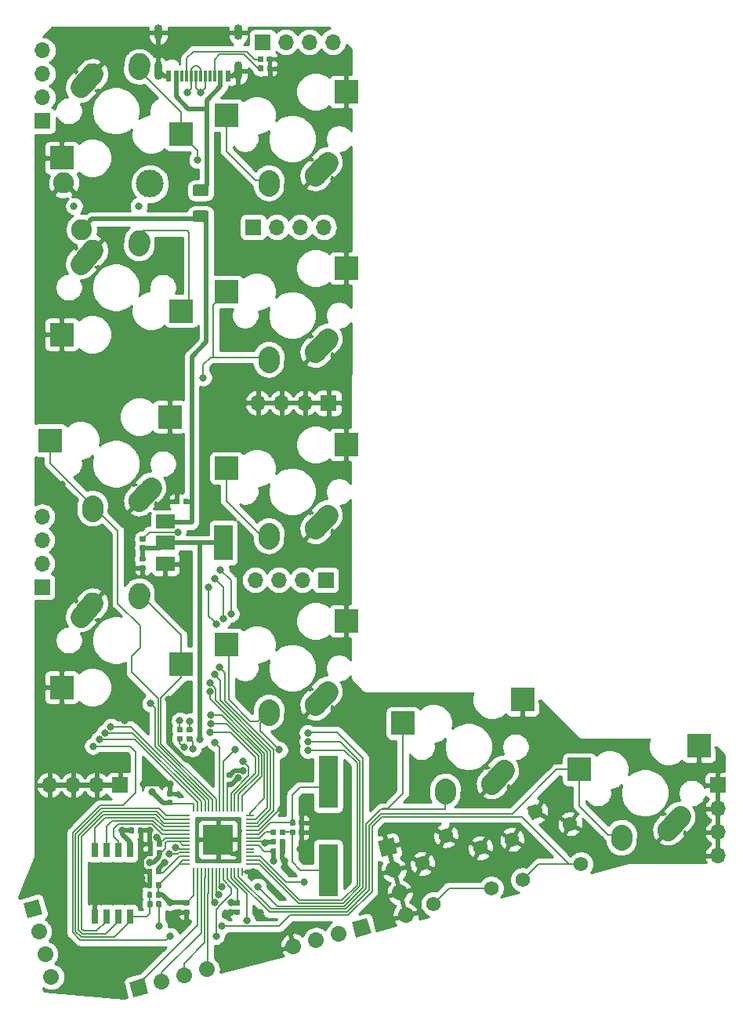
<source format=gbr>
G04 #@! TF.GenerationSoftware,KiCad,Pcbnew,(5.1.4)-1*
G04 #@! TF.CreationDate,2023-05-19T09:14:29-04:00*
G04 #@! TF.ProjectId,ThumbsUp,5468756d-6273-4557-902e-6b696361645f,rev?*
G04 #@! TF.SameCoordinates,Original*
G04 #@! TF.FileFunction,Copper,L2,Bot*
G04 #@! TF.FilePolarity,Positive*
%FSLAX46Y46*%
G04 Gerber Fmt 4.6, Leading zero omitted, Abs format (unit mm)*
G04 Created by KiCad (PCBNEW (5.1.4)-1) date 2023-05-19 09:14:29*
%MOMM*%
%LPD*%
G04 APERTURE LIST*
%ADD10C,0.100000*%
%ADD11C,0.590000*%
%ADD12C,1.250000*%
%ADD13C,1.575000*%
%ADD14R,2.550000X2.500000*%
%ADD15C,2.250000*%
%ADD16C,2.250000*%
%ADD17R,0.600000X1.160000*%
%ADD18R,0.300000X1.160000*%
%ADD19O,0.900000X1.700000*%
%ADD20O,0.900000X2.000000*%
%ADD21O,1.700000X1.700000*%
%ADD22R,1.700000X1.700000*%
%ADD23C,1.700000*%
%ADD24C,1.700000*%
%ADD25C,0.800000*%
%ADD26C,3.000000*%
%ADD27R,3.200000X3.200000*%
%ADD28R,0.850000X0.200000*%
%ADD29R,0.200000X0.850000*%
%ADD30R,2.000000X1.500000*%
%ADD31R,2.000000X3.800000*%
%ADD32R,0.650000X1.650000*%
%ADD33R,2.100000X5.600000*%
%ADD34C,0.200000*%
%ADD35C,0.500000*%
%ADD36C,0.254000*%
G04 APERTURE END LIST*
D10*
G36*
X171186958Y-464525710D02*
G01*
X171201276Y-464527834D01*
X171215317Y-464531351D01*
X171228946Y-464536228D01*
X171242031Y-464542417D01*
X171254447Y-464549858D01*
X171266073Y-464558481D01*
X171276798Y-464568202D01*
X171286519Y-464578927D01*
X171295142Y-464590553D01*
X171302583Y-464602969D01*
X171308772Y-464616054D01*
X171313649Y-464629683D01*
X171317166Y-464643724D01*
X171319290Y-464658042D01*
X171320000Y-464672500D01*
X171320000Y-464967500D01*
X171319290Y-464981958D01*
X171317166Y-464996276D01*
X171313649Y-465010317D01*
X171308772Y-465023946D01*
X171302583Y-465037031D01*
X171295142Y-465049447D01*
X171286519Y-465061073D01*
X171276798Y-465071798D01*
X171266073Y-465081519D01*
X171254447Y-465090142D01*
X171242031Y-465097583D01*
X171228946Y-465103772D01*
X171215317Y-465108649D01*
X171201276Y-465112166D01*
X171186958Y-465114290D01*
X171172500Y-465115000D01*
X170827500Y-465115000D01*
X170813042Y-465114290D01*
X170798724Y-465112166D01*
X170784683Y-465108649D01*
X170771054Y-465103772D01*
X170757969Y-465097583D01*
X170745553Y-465090142D01*
X170733927Y-465081519D01*
X170723202Y-465071798D01*
X170713481Y-465061073D01*
X170704858Y-465049447D01*
X170697417Y-465037031D01*
X170691228Y-465023946D01*
X170686351Y-465010317D01*
X170682834Y-464996276D01*
X170680710Y-464981958D01*
X170680000Y-464967500D01*
X170680000Y-464672500D01*
X170680710Y-464658042D01*
X170682834Y-464643724D01*
X170686351Y-464629683D01*
X170691228Y-464616054D01*
X170697417Y-464602969D01*
X170704858Y-464590553D01*
X170713481Y-464578927D01*
X170723202Y-464568202D01*
X170733927Y-464558481D01*
X170745553Y-464549858D01*
X170757969Y-464542417D01*
X170771054Y-464536228D01*
X170784683Y-464531351D01*
X170798724Y-464527834D01*
X170813042Y-464525710D01*
X170827500Y-464525000D01*
X171172500Y-464525000D01*
X171186958Y-464525710D01*
X171186958Y-464525710D01*
G37*
D11*
X171000000Y-464820000D03*
D10*
G36*
X171186958Y-463555710D02*
G01*
X171201276Y-463557834D01*
X171215317Y-463561351D01*
X171228946Y-463566228D01*
X171242031Y-463572417D01*
X171254447Y-463579858D01*
X171266073Y-463588481D01*
X171276798Y-463598202D01*
X171286519Y-463608927D01*
X171295142Y-463620553D01*
X171302583Y-463632969D01*
X171308772Y-463646054D01*
X171313649Y-463659683D01*
X171317166Y-463673724D01*
X171319290Y-463688042D01*
X171320000Y-463702500D01*
X171320000Y-463997500D01*
X171319290Y-464011958D01*
X171317166Y-464026276D01*
X171313649Y-464040317D01*
X171308772Y-464053946D01*
X171302583Y-464067031D01*
X171295142Y-464079447D01*
X171286519Y-464091073D01*
X171276798Y-464101798D01*
X171266073Y-464111519D01*
X171254447Y-464120142D01*
X171242031Y-464127583D01*
X171228946Y-464133772D01*
X171215317Y-464138649D01*
X171201276Y-464142166D01*
X171186958Y-464144290D01*
X171172500Y-464145000D01*
X170827500Y-464145000D01*
X170813042Y-464144290D01*
X170798724Y-464142166D01*
X170784683Y-464138649D01*
X170771054Y-464133772D01*
X170757969Y-464127583D01*
X170745553Y-464120142D01*
X170733927Y-464111519D01*
X170723202Y-464101798D01*
X170713481Y-464091073D01*
X170704858Y-464079447D01*
X170697417Y-464067031D01*
X170691228Y-464053946D01*
X170686351Y-464040317D01*
X170682834Y-464026276D01*
X170680710Y-464011958D01*
X170680000Y-463997500D01*
X170680000Y-463702500D01*
X170680710Y-463688042D01*
X170682834Y-463673724D01*
X170686351Y-463659683D01*
X170691228Y-463646054D01*
X170697417Y-463632969D01*
X170704858Y-463620553D01*
X170713481Y-463608927D01*
X170723202Y-463598202D01*
X170733927Y-463588481D01*
X170745553Y-463579858D01*
X170757969Y-463572417D01*
X170771054Y-463566228D01*
X170784683Y-463561351D01*
X170798724Y-463557834D01*
X170813042Y-463555710D01*
X170827500Y-463555000D01*
X171172500Y-463555000D01*
X171186958Y-463555710D01*
X171186958Y-463555710D01*
G37*
D11*
X171000000Y-463850000D03*
D10*
G36*
X183581958Y-455880710D02*
G01*
X183596276Y-455882834D01*
X183610317Y-455886351D01*
X183623946Y-455891228D01*
X183637031Y-455897417D01*
X183649447Y-455904858D01*
X183661073Y-455913481D01*
X183671798Y-455923202D01*
X183681519Y-455933927D01*
X183690142Y-455945553D01*
X183697583Y-455957969D01*
X183703772Y-455971054D01*
X183708649Y-455984683D01*
X183712166Y-455998724D01*
X183714290Y-456013042D01*
X183715000Y-456027500D01*
X183715000Y-456372500D01*
X183714290Y-456386958D01*
X183712166Y-456401276D01*
X183708649Y-456415317D01*
X183703772Y-456428946D01*
X183697583Y-456442031D01*
X183690142Y-456454447D01*
X183681519Y-456466073D01*
X183671798Y-456476798D01*
X183661073Y-456486519D01*
X183649447Y-456495142D01*
X183637031Y-456502583D01*
X183623946Y-456508772D01*
X183610317Y-456513649D01*
X183596276Y-456517166D01*
X183581958Y-456519290D01*
X183567500Y-456520000D01*
X183272500Y-456520000D01*
X183258042Y-456519290D01*
X183243724Y-456517166D01*
X183229683Y-456513649D01*
X183216054Y-456508772D01*
X183202969Y-456502583D01*
X183190553Y-456495142D01*
X183178927Y-456486519D01*
X183168202Y-456476798D01*
X183158481Y-456466073D01*
X183149858Y-456454447D01*
X183142417Y-456442031D01*
X183136228Y-456428946D01*
X183131351Y-456415317D01*
X183127834Y-456401276D01*
X183125710Y-456386958D01*
X183125000Y-456372500D01*
X183125000Y-456027500D01*
X183125710Y-456013042D01*
X183127834Y-455998724D01*
X183131351Y-455984683D01*
X183136228Y-455971054D01*
X183142417Y-455957969D01*
X183149858Y-455945553D01*
X183158481Y-455933927D01*
X183168202Y-455923202D01*
X183178927Y-455913481D01*
X183190553Y-455904858D01*
X183202969Y-455897417D01*
X183216054Y-455891228D01*
X183229683Y-455886351D01*
X183243724Y-455882834D01*
X183258042Y-455880710D01*
X183272500Y-455880000D01*
X183567500Y-455880000D01*
X183581958Y-455880710D01*
X183581958Y-455880710D01*
G37*
D11*
X183420000Y-456200000D03*
D10*
G36*
X182611958Y-455880710D02*
G01*
X182626276Y-455882834D01*
X182640317Y-455886351D01*
X182653946Y-455891228D01*
X182667031Y-455897417D01*
X182679447Y-455904858D01*
X182691073Y-455913481D01*
X182701798Y-455923202D01*
X182711519Y-455933927D01*
X182720142Y-455945553D01*
X182727583Y-455957969D01*
X182733772Y-455971054D01*
X182738649Y-455984683D01*
X182742166Y-455998724D01*
X182744290Y-456013042D01*
X182745000Y-456027500D01*
X182745000Y-456372500D01*
X182744290Y-456386958D01*
X182742166Y-456401276D01*
X182738649Y-456415317D01*
X182733772Y-456428946D01*
X182727583Y-456442031D01*
X182720142Y-456454447D01*
X182711519Y-456466073D01*
X182701798Y-456476798D01*
X182691073Y-456486519D01*
X182679447Y-456495142D01*
X182667031Y-456502583D01*
X182653946Y-456508772D01*
X182640317Y-456513649D01*
X182626276Y-456517166D01*
X182611958Y-456519290D01*
X182597500Y-456520000D01*
X182302500Y-456520000D01*
X182288042Y-456519290D01*
X182273724Y-456517166D01*
X182259683Y-456513649D01*
X182246054Y-456508772D01*
X182232969Y-456502583D01*
X182220553Y-456495142D01*
X182208927Y-456486519D01*
X182198202Y-456476798D01*
X182188481Y-456466073D01*
X182179858Y-456454447D01*
X182172417Y-456442031D01*
X182166228Y-456428946D01*
X182161351Y-456415317D01*
X182157834Y-456401276D01*
X182155710Y-456386958D01*
X182155000Y-456372500D01*
X182155000Y-456027500D01*
X182155710Y-456013042D01*
X182157834Y-455998724D01*
X182161351Y-455984683D01*
X182166228Y-455971054D01*
X182172417Y-455957969D01*
X182179858Y-455945553D01*
X182188481Y-455933927D01*
X182198202Y-455923202D01*
X182208927Y-455913481D01*
X182220553Y-455904858D01*
X182232969Y-455897417D01*
X182246054Y-455891228D01*
X182259683Y-455886351D01*
X182273724Y-455882834D01*
X182288042Y-455880710D01*
X182302500Y-455880000D01*
X182597500Y-455880000D01*
X182611958Y-455880710D01*
X182611958Y-455880710D01*
G37*
D11*
X182450000Y-456200000D03*
D10*
G36*
X166181958Y-455680710D02*
G01*
X166196276Y-455682834D01*
X166210317Y-455686351D01*
X166223946Y-455691228D01*
X166237031Y-455697417D01*
X166249447Y-455704858D01*
X166261073Y-455713481D01*
X166271798Y-455723202D01*
X166281519Y-455733927D01*
X166290142Y-455745553D01*
X166297583Y-455757969D01*
X166303772Y-455771054D01*
X166308649Y-455784683D01*
X166312166Y-455798724D01*
X166314290Y-455813042D01*
X166315000Y-455827500D01*
X166315000Y-456172500D01*
X166314290Y-456186958D01*
X166312166Y-456201276D01*
X166308649Y-456215317D01*
X166303772Y-456228946D01*
X166297583Y-456242031D01*
X166290142Y-456254447D01*
X166281519Y-456266073D01*
X166271798Y-456276798D01*
X166261073Y-456286519D01*
X166249447Y-456295142D01*
X166237031Y-456302583D01*
X166223946Y-456308772D01*
X166210317Y-456313649D01*
X166196276Y-456317166D01*
X166181958Y-456319290D01*
X166167500Y-456320000D01*
X165872500Y-456320000D01*
X165858042Y-456319290D01*
X165843724Y-456317166D01*
X165829683Y-456313649D01*
X165816054Y-456308772D01*
X165802969Y-456302583D01*
X165790553Y-456295142D01*
X165778927Y-456286519D01*
X165768202Y-456276798D01*
X165758481Y-456266073D01*
X165749858Y-456254447D01*
X165742417Y-456242031D01*
X165736228Y-456228946D01*
X165731351Y-456215317D01*
X165727834Y-456201276D01*
X165725710Y-456186958D01*
X165725000Y-456172500D01*
X165725000Y-455827500D01*
X165725710Y-455813042D01*
X165727834Y-455798724D01*
X165731351Y-455784683D01*
X165736228Y-455771054D01*
X165742417Y-455757969D01*
X165749858Y-455745553D01*
X165758481Y-455733927D01*
X165768202Y-455723202D01*
X165778927Y-455713481D01*
X165790553Y-455704858D01*
X165802969Y-455697417D01*
X165816054Y-455691228D01*
X165829683Y-455686351D01*
X165843724Y-455682834D01*
X165858042Y-455680710D01*
X165872500Y-455680000D01*
X166167500Y-455680000D01*
X166181958Y-455680710D01*
X166181958Y-455680710D01*
G37*
D11*
X166020000Y-456000000D03*
D10*
G36*
X165211958Y-455680710D02*
G01*
X165226276Y-455682834D01*
X165240317Y-455686351D01*
X165253946Y-455691228D01*
X165267031Y-455697417D01*
X165279447Y-455704858D01*
X165291073Y-455713481D01*
X165301798Y-455723202D01*
X165311519Y-455733927D01*
X165320142Y-455745553D01*
X165327583Y-455757969D01*
X165333772Y-455771054D01*
X165338649Y-455784683D01*
X165342166Y-455798724D01*
X165344290Y-455813042D01*
X165345000Y-455827500D01*
X165345000Y-456172500D01*
X165344290Y-456186958D01*
X165342166Y-456201276D01*
X165338649Y-456215317D01*
X165333772Y-456228946D01*
X165327583Y-456242031D01*
X165320142Y-456254447D01*
X165311519Y-456266073D01*
X165301798Y-456276798D01*
X165291073Y-456286519D01*
X165279447Y-456295142D01*
X165267031Y-456302583D01*
X165253946Y-456308772D01*
X165240317Y-456313649D01*
X165226276Y-456317166D01*
X165211958Y-456319290D01*
X165197500Y-456320000D01*
X164902500Y-456320000D01*
X164888042Y-456319290D01*
X164873724Y-456317166D01*
X164859683Y-456313649D01*
X164846054Y-456308772D01*
X164832969Y-456302583D01*
X164820553Y-456295142D01*
X164808927Y-456286519D01*
X164798202Y-456276798D01*
X164788481Y-456266073D01*
X164779858Y-456254447D01*
X164772417Y-456242031D01*
X164766228Y-456228946D01*
X164761351Y-456215317D01*
X164757834Y-456201276D01*
X164755710Y-456186958D01*
X164755000Y-456172500D01*
X164755000Y-455827500D01*
X164755710Y-455813042D01*
X164757834Y-455798724D01*
X164761351Y-455784683D01*
X164766228Y-455771054D01*
X164772417Y-455757969D01*
X164779858Y-455745553D01*
X164788481Y-455733927D01*
X164798202Y-455723202D01*
X164808927Y-455713481D01*
X164820553Y-455704858D01*
X164832969Y-455697417D01*
X164846054Y-455691228D01*
X164859683Y-455686351D01*
X164873724Y-455682834D01*
X164888042Y-455680710D01*
X164902500Y-455680000D01*
X165197500Y-455680000D01*
X165211958Y-455680710D01*
X165211958Y-455680710D01*
G37*
D11*
X165050000Y-456000000D03*
D10*
G36*
X167191958Y-460130710D02*
G01*
X167206276Y-460132834D01*
X167220317Y-460136351D01*
X167233946Y-460141228D01*
X167247031Y-460147417D01*
X167259447Y-460154858D01*
X167271073Y-460163481D01*
X167281798Y-460173202D01*
X167291519Y-460183927D01*
X167300142Y-460195553D01*
X167307583Y-460207969D01*
X167313772Y-460221054D01*
X167318649Y-460234683D01*
X167322166Y-460248724D01*
X167324290Y-460263042D01*
X167325000Y-460277500D01*
X167325000Y-460622500D01*
X167324290Y-460636958D01*
X167322166Y-460651276D01*
X167318649Y-460665317D01*
X167313772Y-460678946D01*
X167307583Y-460692031D01*
X167300142Y-460704447D01*
X167291519Y-460716073D01*
X167281798Y-460726798D01*
X167271073Y-460736519D01*
X167259447Y-460745142D01*
X167247031Y-460752583D01*
X167233946Y-460758772D01*
X167220317Y-460763649D01*
X167206276Y-460767166D01*
X167191958Y-460769290D01*
X167177500Y-460770000D01*
X166882500Y-460770000D01*
X166868042Y-460769290D01*
X166853724Y-460767166D01*
X166839683Y-460763649D01*
X166826054Y-460758772D01*
X166812969Y-460752583D01*
X166800553Y-460745142D01*
X166788927Y-460736519D01*
X166778202Y-460726798D01*
X166768481Y-460716073D01*
X166759858Y-460704447D01*
X166752417Y-460692031D01*
X166746228Y-460678946D01*
X166741351Y-460665317D01*
X166737834Y-460651276D01*
X166735710Y-460636958D01*
X166735000Y-460622500D01*
X166735000Y-460277500D01*
X166735710Y-460263042D01*
X166737834Y-460248724D01*
X166741351Y-460234683D01*
X166746228Y-460221054D01*
X166752417Y-460207969D01*
X166759858Y-460195553D01*
X166768481Y-460183927D01*
X166778202Y-460173202D01*
X166788927Y-460163481D01*
X166800553Y-460154858D01*
X166812969Y-460147417D01*
X166826054Y-460141228D01*
X166839683Y-460136351D01*
X166853724Y-460132834D01*
X166868042Y-460130710D01*
X166882500Y-460130000D01*
X167177500Y-460130000D01*
X167191958Y-460130710D01*
X167191958Y-460130710D01*
G37*
D11*
X167030000Y-460450000D03*
D10*
G36*
X168161958Y-460130710D02*
G01*
X168176276Y-460132834D01*
X168190317Y-460136351D01*
X168203946Y-460141228D01*
X168217031Y-460147417D01*
X168229447Y-460154858D01*
X168241073Y-460163481D01*
X168251798Y-460173202D01*
X168261519Y-460183927D01*
X168270142Y-460195553D01*
X168277583Y-460207969D01*
X168283772Y-460221054D01*
X168288649Y-460234683D01*
X168292166Y-460248724D01*
X168294290Y-460263042D01*
X168295000Y-460277500D01*
X168295000Y-460622500D01*
X168294290Y-460636958D01*
X168292166Y-460651276D01*
X168288649Y-460665317D01*
X168283772Y-460678946D01*
X168277583Y-460692031D01*
X168270142Y-460704447D01*
X168261519Y-460716073D01*
X168251798Y-460726798D01*
X168241073Y-460736519D01*
X168229447Y-460745142D01*
X168217031Y-460752583D01*
X168203946Y-460758772D01*
X168190317Y-460763649D01*
X168176276Y-460767166D01*
X168161958Y-460769290D01*
X168147500Y-460770000D01*
X167852500Y-460770000D01*
X167838042Y-460769290D01*
X167823724Y-460767166D01*
X167809683Y-460763649D01*
X167796054Y-460758772D01*
X167782969Y-460752583D01*
X167770553Y-460745142D01*
X167758927Y-460736519D01*
X167748202Y-460726798D01*
X167738481Y-460716073D01*
X167729858Y-460704447D01*
X167722417Y-460692031D01*
X167716228Y-460678946D01*
X167711351Y-460665317D01*
X167707834Y-460651276D01*
X167705710Y-460636958D01*
X167705000Y-460622500D01*
X167705000Y-460277500D01*
X167705710Y-460263042D01*
X167707834Y-460248724D01*
X167711351Y-460234683D01*
X167716228Y-460221054D01*
X167722417Y-460207969D01*
X167729858Y-460195553D01*
X167738481Y-460183927D01*
X167748202Y-460173202D01*
X167758927Y-460163481D01*
X167770553Y-460154858D01*
X167782969Y-460147417D01*
X167796054Y-460141228D01*
X167809683Y-460136351D01*
X167823724Y-460132834D01*
X167838042Y-460130710D01*
X167852500Y-460130000D01*
X168147500Y-460130000D01*
X168161958Y-460130710D01*
X168161958Y-460130710D01*
G37*
D11*
X168000000Y-460450000D03*
D10*
G36*
X166436958Y-427355710D02*
G01*
X166451276Y-427357834D01*
X166465317Y-427361351D01*
X166478946Y-427366228D01*
X166492031Y-427372417D01*
X166504447Y-427379858D01*
X166516073Y-427388481D01*
X166526798Y-427398202D01*
X166536519Y-427408927D01*
X166545142Y-427420553D01*
X166552583Y-427432969D01*
X166558772Y-427446054D01*
X166563649Y-427459683D01*
X166567166Y-427473724D01*
X166569290Y-427488042D01*
X166570000Y-427502500D01*
X166570000Y-427797500D01*
X166569290Y-427811958D01*
X166567166Y-427826276D01*
X166563649Y-427840317D01*
X166558772Y-427853946D01*
X166552583Y-427867031D01*
X166545142Y-427879447D01*
X166536519Y-427891073D01*
X166526798Y-427901798D01*
X166516073Y-427911519D01*
X166504447Y-427920142D01*
X166492031Y-427927583D01*
X166478946Y-427933772D01*
X166465317Y-427938649D01*
X166451276Y-427942166D01*
X166436958Y-427944290D01*
X166422500Y-427945000D01*
X166077500Y-427945000D01*
X166063042Y-427944290D01*
X166048724Y-427942166D01*
X166034683Y-427938649D01*
X166021054Y-427933772D01*
X166007969Y-427927583D01*
X165995553Y-427920142D01*
X165983927Y-427911519D01*
X165973202Y-427901798D01*
X165963481Y-427891073D01*
X165954858Y-427879447D01*
X165947417Y-427867031D01*
X165941228Y-427853946D01*
X165936351Y-427840317D01*
X165932834Y-427826276D01*
X165930710Y-427811958D01*
X165930000Y-427797500D01*
X165930000Y-427502500D01*
X165930710Y-427488042D01*
X165932834Y-427473724D01*
X165936351Y-427459683D01*
X165941228Y-427446054D01*
X165947417Y-427432969D01*
X165954858Y-427420553D01*
X165963481Y-427408927D01*
X165973202Y-427398202D01*
X165983927Y-427388481D01*
X165995553Y-427379858D01*
X166007969Y-427372417D01*
X166021054Y-427366228D01*
X166034683Y-427361351D01*
X166048724Y-427357834D01*
X166063042Y-427355710D01*
X166077500Y-427355000D01*
X166422500Y-427355000D01*
X166436958Y-427355710D01*
X166436958Y-427355710D01*
G37*
D11*
X166250000Y-427650000D03*
D10*
G36*
X166436958Y-426385710D02*
G01*
X166451276Y-426387834D01*
X166465317Y-426391351D01*
X166478946Y-426396228D01*
X166492031Y-426402417D01*
X166504447Y-426409858D01*
X166516073Y-426418481D01*
X166526798Y-426428202D01*
X166536519Y-426438927D01*
X166545142Y-426450553D01*
X166552583Y-426462969D01*
X166558772Y-426476054D01*
X166563649Y-426489683D01*
X166567166Y-426503724D01*
X166569290Y-426518042D01*
X166570000Y-426532500D01*
X166570000Y-426827500D01*
X166569290Y-426841958D01*
X166567166Y-426856276D01*
X166563649Y-426870317D01*
X166558772Y-426883946D01*
X166552583Y-426897031D01*
X166545142Y-426909447D01*
X166536519Y-426921073D01*
X166526798Y-426931798D01*
X166516073Y-426941519D01*
X166504447Y-426950142D01*
X166492031Y-426957583D01*
X166478946Y-426963772D01*
X166465317Y-426968649D01*
X166451276Y-426972166D01*
X166436958Y-426974290D01*
X166422500Y-426975000D01*
X166077500Y-426975000D01*
X166063042Y-426974290D01*
X166048724Y-426972166D01*
X166034683Y-426968649D01*
X166021054Y-426963772D01*
X166007969Y-426957583D01*
X165995553Y-426950142D01*
X165983927Y-426941519D01*
X165973202Y-426931798D01*
X165963481Y-426921073D01*
X165954858Y-426909447D01*
X165947417Y-426897031D01*
X165941228Y-426883946D01*
X165936351Y-426870317D01*
X165932834Y-426856276D01*
X165930710Y-426841958D01*
X165930000Y-426827500D01*
X165930000Y-426532500D01*
X165930710Y-426518042D01*
X165932834Y-426503724D01*
X165936351Y-426489683D01*
X165941228Y-426476054D01*
X165947417Y-426462969D01*
X165954858Y-426450553D01*
X165963481Y-426438927D01*
X165973202Y-426428202D01*
X165983927Y-426418481D01*
X165995553Y-426409858D01*
X166007969Y-426402417D01*
X166021054Y-426396228D01*
X166034683Y-426391351D01*
X166048724Y-426387834D01*
X166063042Y-426385710D01*
X166077500Y-426385000D01*
X166422500Y-426385000D01*
X166436958Y-426385710D01*
X166436958Y-426385710D01*
G37*
D11*
X166250000Y-426680000D03*
D10*
G36*
X183581958Y-454830710D02*
G01*
X183596276Y-454832834D01*
X183610317Y-454836351D01*
X183623946Y-454841228D01*
X183637031Y-454847417D01*
X183649447Y-454854858D01*
X183661073Y-454863481D01*
X183671798Y-454873202D01*
X183681519Y-454883927D01*
X183690142Y-454895553D01*
X183697583Y-454907969D01*
X183703772Y-454921054D01*
X183708649Y-454934683D01*
X183712166Y-454948724D01*
X183714290Y-454963042D01*
X183715000Y-454977500D01*
X183715000Y-455322500D01*
X183714290Y-455336958D01*
X183712166Y-455351276D01*
X183708649Y-455365317D01*
X183703772Y-455378946D01*
X183697583Y-455392031D01*
X183690142Y-455404447D01*
X183681519Y-455416073D01*
X183671798Y-455426798D01*
X183661073Y-455436519D01*
X183649447Y-455445142D01*
X183637031Y-455452583D01*
X183623946Y-455458772D01*
X183610317Y-455463649D01*
X183596276Y-455467166D01*
X183581958Y-455469290D01*
X183567500Y-455470000D01*
X183272500Y-455470000D01*
X183258042Y-455469290D01*
X183243724Y-455467166D01*
X183229683Y-455463649D01*
X183216054Y-455458772D01*
X183202969Y-455452583D01*
X183190553Y-455445142D01*
X183178927Y-455436519D01*
X183168202Y-455426798D01*
X183158481Y-455416073D01*
X183149858Y-455404447D01*
X183142417Y-455392031D01*
X183136228Y-455378946D01*
X183131351Y-455365317D01*
X183127834Y-455351276D01*
X183125710Y-455336958D01*
X183125000Y-455322500D01*
X183125000Y-454977500D01*
X183125710Y-454963042D01*
X183127834Y-454948724D01*
X183131351Y-454934683D01*
X183136228Y-454921054D01*
X183142417Y-454907969D01*
X183149858Y-454895553D01*
X183158481Y-454883927D01*
X183168202Y-454873202D01*
X183178927Y-454863481D01*
X183190553Y-454854858D01*
X183202969Y-454847417D01*
X183216054Y-454841228D01*
X183229683Y-454836351D01*
X183243724Y-454832834D01*
X183258042Y-454830710D01*
X183272500Y-454830000D01*
X183567500Y-454830000D01*
X183581958Y-454830710D01*
X183581958Y-454830710D01*
G37*
D11*
X183420000Y-455150000D03*
D10*
G36*
X182611958Y-454830710D02*
G01*
X182626276Y-454832834D01*
X182640317Y-454836351D01*
X182653946Y-454841228D01*
X182667031Y-454847417D01*
X182679447Y-454854858D01*
X182691073Y-454863481D01*
X182701798Y-454873202D01*
X182711519Y-454883927D01*
X182720142Y-454895553D01*
X182727583Y-454907969D01*
X182733772Y-454921054D01*
X182738649Y-454934683D01*
X182742166Y-454948724D01*
X182744290Y-454963042D01*
X182745000Y-454977500D01*
X182745000Y-455322500D01*
X182744290Y-455336958D01*
X182742166Y-455351276D01*
X182738649Y-455365317D01*
X182733772Y-455378946D01*
X182727583Y-455392031D01*
X182720142Y-455404447D01*
X182711519Y-455416073D01*
X182701798Y-455426798D01*
X182691073Y-455436519D01*
X182679447Y-455445142D01*
X182667031Y-455452583D01*
X182653946Y-455458772D01*
X182640317Y-455463649D01*
X182626276Y-455467166D01*
X182611958Y-455469290D01*
X182597500Y-455470000D01*
X182302500Y-455470000D01*
X182288042Y-455469290D01*
X182273724Y-455467166D01*
X182259683Y-455463649D01*
X182246054Y-455458772D01*
X182232969Y-455452583D01*
X182220553Y-455445142D01*
X182208927Y-455436519D01*
X182198202Y-455426798D01*
X182188481Y-455416073D01*
X182179858Y-455404447D01*
X182172417Y-455392031D01*
X182166228Y-455378946D01*
X182161351Y-455365317D01*
X182157834Y-455351276D01*
X182155710Y-455336958D01*
X182155000Y-455322500D01*
X182155000Y-454977500D01*
X182155710Y-454963042D01*
X182157834Y-454948724D01*
X182161351Y-454934683D01*
X182166228Y-454921054D01*
X182172417Y-454907969D01*
X182179858Y-454895553D01*
X182188481Y-454883927D01*
X182198202Y-454873202D01*
X182208927Y-454863481D01*
X182220553Y-454854858D01*
X182232969Y-454847417D01*
X182246054Y-454841228D01*
X182259683Y-454836351D01*
X182273724Y-454832834D01*
X182288042Y-454830710D01*
X182302500Y-454830000D01*
X182597500Y-454830000D01*
X182611958Y-454830710D01*
X182611958Y-454830710D01*
G37*
D11*
X182450000Y-455150000D03*
D10*
G36*
X167176958Y-461580710D02*
G01*
X167191276Y-461582834D01*
X167205317Y-461586351D01*
X167218946Y-461591228D01*
X167232031Y-461597417D01*
X167244447Y-461604858D01*
X167256073Y-461613481D01*
X167266798Y-461623202D01*
X167276519Y-461633927D01*
X167285142Y-461645553D01*
X167292583Y-461657969D01*
X167298772Y-461671054D01*
X167303649Y-461684683D01*
X167307166Y-461698724D01*
X167309290Y-461713042D01*
X167310000Y-461727500D01*
X167310000Y-462072500D01*
X167309290Y-462086958D01*
X167307166Y-462101276D01*
X167303649Y-462115317D01*
X167298772Y-462128946D01*
X167292583Y-462142031D01*
X167285142Y-462154447D01*
X167276519Y-462166073D01*
X167266798Y-462176798D01*
X167256073Y-462186519D01*
X167244447Y-462195142D01*
X167232031Y-462202583D01*
X167218946Y-462208772D01*
X167205317Y-462213649D01*
X167191276Y-462217166D01*
X167176958Y-462219290D01*
X167162500Y-462220000D01*
X166867500Y-462220000D01*
X166853042Y-462219290D01*
X166838724Y-462217166D01*
X166824683Y-462213649D01*
X166811054Y-462208772D01*
X166797969Y-462202583D01*
X166785553Y-462195142D01*
X166773927Y-462186519D01*
X166763202Y-462176798D01*
X166753481Y-462166073D01*
X166744858Y-462154447D01*
X166737417Y-462142031D01*
X166731228Y-462128946D01*
X166726351Y-462115317D01*
X166722834Y-462101276D01*
X166720710Y-462086958D01*
X166720000Y-462072500D01*
X166720000Y-461727500D01*
X166720710Y-461713042D01*
X166722834Y-461698724D01*
X166726351Y-461684683D01*
X166731228Y-461671054D01*
X166737417Y-461657969D01*
X166744858Y-461645553D01*
X166753481Y-461633927D01*
X166763202Y-461623202D01*
X166773927Y-461613481D01*
X166785553Y-461604858D01*
X166797969Y-461597417D01*
X166811054Y-461591228D01*
X166824683Y-461586351D01*
X166838724Y-461582834D01*
X166853042Y-461580710D01*
X166867500Y-461580000D01*
X167162500Y-461580000D01*
X167176958Y-461580710D01*
X167176958Y-461580710D01*
G37*
D11*
X167015000Y-461900000D03*
D10*
G36*
X168146958Y-461580710D02*
G01*
X168161276Y-461582834D01*
X168175317Y-461586351D01*
X168188946Y-461591228D01*
X168202031Y-461597417D01*
X168214447Y-461604858D01*
X168226073Y-461613481D01*
X168236798Y-461623202D01*
X168246519Y-461633927D01*
X168255142Y-461645553D01*
X168262583Y-461657969D01*
X168268772Y-461671054D01*
X168273649Y-461684683D01*
X168277166Y-461698724D01*
X168279290Y-461713042D01*
X168280000Y-461727500D01*
X168280000Y-462072500D01*
X168279290Y-462086958D01*
X168277166Y-462101276D01*
X168273649Y-462115317D01*
X168268772Y-462128946D01*
X168262583Y-462142031D01*
X168255142Y-462154447D01*
X168246519Y-462166073D01*
X168236798Y-462176798D01*
X168226073Y-462186519D01*
X168214447Y-462195142D01*
X168202031Y-462202583D01*
X168188946Y-462208772D01*
X168175317Y-462213649D01*
X168161276Y-462217166D01*
X168146958Y-462219290D01*
X168132500Y-462220000D01*
X167837500Y-462220000D01*
X167823042Y-462219290D01*
X167808724Y-462217166D01*
X167794683Y-462213649D01*
X167781054Y-462208772D01*
X167767969Y-462202583D01*
X167755553Y-462195142D01*
X167743927Y-462186519D01*
X167733202Y-462176798D01*
X167723481Y-462166073D01*
X167714858Y-462154447D01*
X167707417Y-462142031D01*
X167701228Y-462128946D01*
X167696351Y-462115317D01*
X167692834Y-462101276D01*
X167690710Y-462086958D01*
X167690000Y-462072500D01*
X167690000Y-461727500D01*
X167690710Y-461713042D01*
X167692834Y-461698724D01*
X167696351Y-461684683D01*
X167701228Y-461671054D01*
X167707417Y-461657969D01*
X167714858Y-461645553D01*
X167723481Y-461633927D01*
X167733202Y-461623202D01*
X167743927Y-461613481D01*
X167755553Y-461604858D01*
X167767969Y-461597417D01*
X167781054Y-461591228D01*
X167794683Y-461586351D01*
X167808724Y-461582834D01*
X167823042Y-461580710D01*
X167837500Y-461580000D01*
X168132500Y-461580000D01*
X168146958Y-461580710D01*
X168146958Y-461580710D01*
G37*
D11*
X167985000Y-461900000D03*
D10*
G36*
X167261958Y-458130710D02*
G01*
X167276276Y-458132834D01*
X167290317Y-458136351D01*
X167303946Y-458141228D01*
X167317031Y-458147417D01*
X167329447Y-458154858D01*
X167341073Y-458163481D01*
X167351798Y-458173202D01*
X167361519Y-458183927D01*
X167370142Y-458195553D01*
X167377583Y-458207969D01*
X167383772Y-458221054D01*
X167388649Y-458234683D01*
X167392166Y-458248724D01*
X167394290Y-458263042D01*
X167395000Y-458277500D01*
X167395000Y-458622500D01*
X167394290Y-458636958D01*
X167392166Y-458651276D01*
X167388649Y-458665317D01*
X167383772Y-458678946D01*
X167377583Y-458692031D01*
X167370142Y-458704447D01*
X167361519Y-458716073D01*
X167351798Y-458726798D01*
X167341073Y-458736519D01*
X167329447Y-458745142D01*
X167317031Y-458752583D01*
X167303946Y-458758772D01*
X167290317Y-458763649D01*
X167276276Y-458767166D01*
X167261958Y-458769290D01*
X167247500Y-458770000D01*
X166952500Y-458770000D01*
X166938042Y-458769290D01*
X166923724Y-458767166D01*
X166909683Y-458763649D01*
X166896054Y-458758772D01*
X166882969Y-458752583D01*
X166870553Y-458745142D01*
X166858927Y-458736519D01*
X166848202Y-458726798D01*
X166838481Y-458716073D01*
X166829858Y-458704447D01*
X166822417Y-458692031D01*
X166816228Y-458678946D01*
X166811351Y-458665317D01*
X166807834Y-458651276D01*
X166805710Y-458636958D01*
X166805000Y-458622500D01*
X166805000Y-458277500D01*
X166805710Y-458263042D01*
X166807834Y-458248724D01*
X166811351Y-458234683D01*
X166816228Y-458221054D01*
X166822417Y-458207969D01*
X166829858Y-458195553D01*
X166838481Y-458183927D01*
X166848202Y-458173202D01*
X166858927Y-458163481D01*
X166870553Y-458154858D01*
X166882969Y-458147417D01*
X166896054Y-458141228D01*
X166909683Y-458136351D01*
X166923724Y-458132834D01*
X166938042Y-458130710D01*
X166952500Y-458130000D01*
X167247500Y-458130000D01*
X167261958Y-458130710D01*
X167261958Y-458130710D01*
G37*
D11*
X167100000Y-458450000D03*
D10*
G36*
X168231958Y-458130710D02*
G01*
X168246276Y-458132834D01*
X168260317Y-458136351D01*
X168273946Y-458141228D01*
X168287031Y-458147417D01*
X168299447Y-458154858D01*
X168311073Y-458163481D01*
X168321798Y-458173202D01*
X168331519Y-458183927D01*
X168340142Y-458195553D01*
X168347583Y-458207969D01*
X168353772Y-458221054D01*
X168358649Y-458234683D01*
X168362166Y-458248724D01*
X168364290Y-458263042D01*
X168365000Y-458277500D01*
X168365000Y-458622500D01*
X168364290Y-458636958D01*
X168362166Y-458651276D01*
X168358649Y-458665317D01*
X168353772Y-458678946D01*
X168347583Y-458692031D01*
X168340142Y-458704447D01*
X168331519Y-458716073D01*
X168321798Y-458726798D01*
X168311073Y-458736519D01*
X168299447Y-458745142D01*
X168287031Y-458752583D01*
X168273946Y-458758772D01*
X168260317Y-458763649D01*
X168246276Y-458767166D01*
X168231958Y-458769290D01*
X168217500Y-458770000D01*
X167922500Y-458770000D01*
X167908042Y-458769290D01*
X167893724Y-458767166D01*
X167879683Y-458763649D01*
X167866054Y-458758772D01*
X167852969Y-458752583D01*
X167840553Y-458745142D01*
X167828927Y-458736519D01*
X167818202Y-458726798D01*
X167808481Y-458716073D01*
X167799858Y-458704447D01*
X167792417Y-458692031D01*
X167786228Y-458678946D01*
X167781351Y-458665317D01*
X167777834Y-458651276D01*
X167775710Y-458636958D01*
X167775000Y-458622500D01*
X167775000Y-458277500D01*
X167775710Y-458263042D01*
X167777834Y-458248724D01*
X167781351Y-458234683D01*
X167786228Y-458221054D01*
X167792417Y-458207969D01*
X167799858Y-458195553D01*
X167808481Y-458183927D01*
X167818202Y-458173202D01*
X167828927Y-458163481D01*
X167840553Y-458154858D01*
X167852969Y-458147417D01*
X167866054Y-458141228D01*
X167879683Y-458136351D01*
X167893724Y-458132834D01*
X167908042Y-458130710D01*
X167922500Y-458130000D01*
X168217500Y-458130000D01*
X168231958Y-458130710D01*
X168231958Y-458130710D01*
G37*
D11*
X168070000Y-458450000D03*
D10*
G36*
X170116958Y-420155710D02*
G01*
X170131276Y-420157834D01*
X170145317Y-420161351D01*
X170158946Y-420166228D01*
X170172031Y-420172417D01*
X170184447Y-420179858D01*
X170196073Y-420188481D01*
X170206798Y-420198202D01*
X170216519Y-420208927D01*
X170225142Y-420220553D01*
X170232583Y-420232969D01*
X170238772Y-420246054D01*
X170243649Y-420259683D01*
X170247166Y-420273724D01*
X170249290Y-420288042D01*
X170250000Y-420302500D01*
X170250000Y-420647500D01*
X170249290Y-420661958D01*
X170247166Y-420676276D01*
X170243649Y-420690317D01*
X170238772Y-420703946D01*
X170232583Y-420717031D01*
X170225142Y-420729447D01*
X170216519Y-420741073D01*
X170206798Y-420751798D01*
X170196073Y-420761519D01*
X170184447Y-420770142D01*
X170172031Y-420777583D01*
X170158946Y-420783772D01*
X170145317Y-420788649D01*
X170131276Y-420792166D01*
X170116958Y-420794290D01*
X170102500Y-420795000D01*
X169807500Y-420795000D01*
X169793042Y-420794290D01*
X169778724Y-420792166D01*
X169764683Y-420788649D01*
X169751054Y-420783772D01*
X169737969Y-420777583D01*
X169725553Y-420770142D01*
X169713927Y-420761519D01*
X169703202Y-420751798D01*
X169693481Y-420741073D01*
X169684858Y-420729447D01*
X169677417Y-420717031D01*
X169671228Y-420703946D01*
X169666351Y-420690317D01*
X169662834Y-420676276D01*
X169660710Y-420661958D01*
X169660000Y-420647500D01*
X169660000Y-420302500D01*
X169660710Y-420288042D01*
X169662834Y-420273724D01*
X169666351Y-420259683D01*
X169671228Y-420246054D01*
X169677417Y-420232969D01*
X169684858Y-420220553D01*
X169693481Y-420208927D01*
X169703202Y-420198202D01*
X169713927Y-420188481D01*
X169725553Y-420179858D01*
X169737969Y-420172417D01*
X169751054Y-420166228D01*
X169764683Y-420161351D01*
X169778724Y-420157834D01*
X169793042Y-420155710D01*
X169807500Y-420155000D01*
X170102500Y-420155000D01*
X170116958Y-420155710D01*
X170116958Y-420155710D01*
G37*
D11*
X169955000Y-420475000D03*
D10*
G36*
X171086958Y-420155710D02*
G01*
X171101276Y-420157834D01*
X171115317Y-420161351D01*
X171128946Y-420166228D01*
X171142031Y-420172417D01*
X171154447Y-420179858D01*
X171166073Y-420188481D01*
X171176798Y-420198202D01*
X171186519Y-420208927D01*
X171195142Y-420220553D01*
X171202583Y-420232969D01*
X171208772Y-420246054D01*
X171213649Y-420259683D01*
X171217166Y-420273724D01*
X171219290Y-420288042D01*
X171220000Y-420302500D01*
X171220000Y-420647500D01*
X171219290Y-420661958D01*
X171217166Y-420676276D01*
X171213649Y-420690317D01*
X171208772Y-420703946D01*
X171202583Y-420717031D01*
X171195142Y-420729447D01*
X171186519Y-420741073D01*
X171176798Y-420751798D01*
X171166073Y-420761519D01*
X171154447Y-420770142D01*
X171142031Y-420777583D01*
X171128946Y-420783772D01*
X171115317Y-420788649D01*
X171101276Y-420792166D01*
X171086958Y-420794290D01*
X171072500Y-420795000D01*
X170777500Y-420795000D01*
X170763042Y-420794290D01*
X170748724Y-420792166D01*
X170734683Y-420788649D01*
X170721054Y-420783772D01*
X170707969Y-420777583D01*
X170695553Y-420770142D01*
X170683927Y-420761519D01*
X170673202Y-420751798D01*
X170663481Y-420741073D01*
X170654858Y-420729447D01*
X170647417Y-420717031D01*
X170641228Y-420703946D01*
X170636351Y-420690317D01*
X170632834Y-420676276D01*
X170630710Y-420661958D01*
X170630000Y-420647500D01*
X170630000Y-420302500D01*
X170630710Y-420288042D01*
X170632834Y-420273724D01*
X170636351Y-420259683D01*
X170641228Y-420246054D01*
X170647417Y-420232969D01*
X170654858Y-420220553D01*
X170663481Y-420208927D01*
X170673202Y-420198202D01*
X170683927Y-420188481D01*
X170695553Y-420179858D01*
X170707969Y-420172417D01*
X170721054Y-420166228D01*
X170734683Y-420161351D01*
X170748724Y-420157834D01*
X170763042Y-420155710D01*
X170777500Y-420155000D01*
X171072500Y-420155000D01*
X171086958Y-420155710D01*
X171086958Y-420155710D01*
G37*
D11*
X170925000Y-420475000D03*
D10*
G36*
X175861958Y-449730710D02*
G01*
X175876276Y-449732834D01*
X175890317Y-449736351D01*
X175903946Y-449741228D01*
X175917031Y-449747417D01*
X175929447Y-449754858D01*
X175941073Y-449763481D01*
X175951798Y-449773202D01*
X175961519Y-449783927D01*
X175970142Y-449795553D01*
X175977583Y-449807969D01*
X175983772Y-449821054D01*
X175988649Y-449834683D01*
X175992166Y-449848724D01*
X175994290Y-449863042D01*
X175995000Y-449877500D01*
X175995000Y-450172500D01*
X175994290Y-450186958D01*
X175992166Y-450201276D01*
X175988649Y-450215317D01*
X175983772Y-450228946D01*
X175977583Y-450242031D01*
X175970142Y-450254447D01*
X175961519Y-450266073D01*
X175951798Y-450276798D01*
X175941073Y-450286519D01*
X175929447Y-450295142D01*
X175917031Y-450302583D01*
X175903946Y-450308772D01*
X175890317Y-450313649D01*
X175876276Y-450317166D01*
X175861958Y-450319290D01*
X175847500Y-450320000D01*
X175502500Y-450320000D01*
X175488042Y-450319290D01*
X175473724Y-450317166D01*
X175459683Y-450313649D01*
X175446054Y-450308772D01*
X175432969Y-450302583D01*
X175420553Y-450295142D01*
X175408927Y-450286519D01*
X175398202Y-450276798D01*
X175388481Y-450266073D01*
X175379858Y-450254447D01*
X175372417Y-450242031D01*
X175366228Y-450228946D01*
X175361351Y-450215317D01*
X175357834Y-450201276D01*
X175355710Y-450186958D01*
X175355000Y-450172500D01*
X175355000Y-449877500D01*
X175355710Y-449863042D01*
X175357834Y-449848724D01*
X175361351Y-449834683D01*
X175366228Y-449821054D01*
X175372417Y-449807969D01*
X175379858Y-449795553D01*
X175388481Y-449783927D01*
X175398202Y-449773202D01*
X175408927Y-449763481D01*
X175420553Y-449754858D01*
X175432969Y-449747417D01*
X175446054Y-449741228D01*
X175459683Y-449736351D01*
X175473724Y-449732834D01*
X175488042Y-449730710D01*
X175502500Y-449730000D01*
X175847500Y-449730000D01*
X175861958Y-449730710D01*
X175861958Y-449730710D01*
G37*
D11*
X175675000Y-450025000D03*
D10*
G36*
X175861958Y-450700710D02*
G01*
X175876276Y-450702834D01*
X175890317Y-450706351D01*
X175903946Y-450711228D01*
X175917031Y-450717417D01*
X175929447Y-450724858D01*
X175941073Y-450733481D01*
X175951798Y-450743202D01*
X175961519Y-450753927D01*
X175970142Y-450765553D01*
X175977583Y-450777969D01*
X175983772Y-450791054D01*
X175988649Y-450804683D01*
X175992166Y-450818724D01*
X175994290Y-450833042D01*
X175995000Y-450847500D01*
X175995000Y-451142500D01*
X175994290Y-451156958D01*
X175992166Y-451171276D01*
X175988649Y-451185317D01*
X175983772Y-451198946D01*
X175977583Y-451212031D01*
X175970142Y-451224447D01*
X175961519Y-451236073D01*
X175951798Y-451246798D01*
X175941073Y-451256519D01*
X175929447Y-451265142D01*
X175917031Y-451272583D01*
X175903946Y-451278772D01*
X175890317Y-451283649D01*
X175876276Y-451287166D01*
X175861958Y-451289290D01*
X175847500Y-451290000D01*
X175502500Y-451290000D01*
X175488042Y-451289290D01*
X175473724Y-451287166D01*
X175459683Y-451283649D01*
X175446054Y-451278772D01*
X175432969Y-451272583D01*
X175420553Y-451265142D01*
X175408927Y-451256519D01*
X175398202Y-451246798D01*
X175388481Y-451236073D01*
X175379858Y-451224447D01*
X175372417Y-451212031D01*
X175366228Y-451198946D01*
X175361351Y-451185317D01*
X175357834Y-451171276D01*
X175355710Y-451156958D01*
X175355000Y-451142500D01*
X175355000Y-450847500D01*
X175355710Y-450833042D01*
X175357834Y-450818724D01*
X175361351Y-450804683D01*
X175366228Y-450791054D01*
X175372417Y-450777969D01*
X175379858Y-450765553D01*
X175388481Y-450753927D01*
X175398202Y-450743202D01*
X175408927Y-450733481D01*
X175420553Y-450724858D01*
X175432969Y-450717417D01*
X175446054Y-450711228D01*
X175459683Y-450706351D01*
X175473724Y-450702834D01*
X175488042Y-450700710D01*
X175502500Y-450700000D01*
X175847500Y-450700000D01*
X175861958Y-450700710D01*
X175861958Y-450700710D01*
G37*
D11*
X175675000Y-450995000D03*
D10*
G36*
X167211958Y-463630710D02*
G01*
X167226276Y-463632834D01*
X167240317Y-463636351D01*
X167253946Y-463641228D01*
X167267031Y-463647417D01*
X167279447Y-463654858D01*
X167291073Y-463663481D01*
X167301798Y-463673202D01*
X167311519Y-463683927D01*
X167320142Y-463695553D01*
X167327583Y-463707969D01*
X167333772Y-463721054D01*
X167338649Y-463734683D01*
X167342166Y-463748724D01*
X167344290Y-463763042D01*
X167345000Y-463777500D01*
X167345000Y-464122500D01*
X167344290Y-464136958D01*
X167342166Y-464151276D01*
X167338649Y-464165317D01*
X167333772Y-464178946D01*
X167327583Y-464192031D01*
X167320142Y-464204447D01*
X167311519Y-464216073D01*
X167301798Y-464226798D01*
X167291073Y-464236519D01*
X167279447Y-464245142D01*
X167267031Y-464252583D01*
X167253946Y-464258772D01*
X167240317Y-464263649D01*
X167226276Y-464267166D01*
X167211958Y-464269290D01*
X167197500Y-464270000D01*
X166902500Y-464270000D01*
X166888042Y-464269290D01*
X166873724Y-464267166D01*
X166859683Y-464263649D01*
X166846054Y-464258772D01*
X166832969Y-464252583D01*
X166820553Y-464245142D01*
X166808927Y-464236519D01*
X166798202Y-464226798D01*
X166788481Y-464216073D01*
X166779858Y-464204447D01*
X166772417Y-464192031D01*
X166766228Y-464178946D01*
X166761351Y-464165317D01*
X166757834Y-464151276D01*
X166755710Y-464136958D01*
X166755000Y-464122500D01*
X166755000Y-463777500D01*
X166755710Y-463763042D01*
X166757834Y-463748724D01*
X166761351Y-463734683D01*
X166766228Y-463721054D01*
X166772417Y-463707969D01*
X166779858Y-463695553D01*
X166788481Y-463683927D01*
X166798202Y-463673202D01*
X166808927Y-463663481D01*
X166820553Y-463654858D01*
X166832969Y-463647417D01*
X166846054Y-463641228D01*
X166859683Y-463636351D01*
X166873724Y-463632834D01*
X166888042Y-463630710D01*
X166902500Y-463630000D01*
X167197500Y-463630000D01*
X167211958Y-463630710D01*
X167211958Y-463630710D01*
G37*
D11*
X167050000Y-463950000D03*
D10*
G36*
X168181958Y-463630710D02*
G01*
X168196276Y-463632834D01*
X168210317Y-463636351D01*
X168223946Y-463641228D01*
X168237031Y-463647417D01*
X168249447Y-463654858D01*
X168261073Y-463663481D01*
X168271798Y-463673202D01*
X168281519Y-463683927D01*
X168290142Y-463695553D01*
X168297583Y-463707969D01*
X168303772Y-463721054D01*
X168308649Y-463734683D01*
X168312166Y-463748724D01*
X168314290Y-463763042D01*
X168315000Y-463777500D01*
X168315000Y-464122500D01*
X168314290Y-464136958D01*
X168312166Y-464151276D01*
X168308649Y-464165317D01*
X168303772Y-464178946D01*
X168297583Y-464192031D01*
X168290142Y-464204447D01*
X168281519Y-464216073D01*
X168271798Y-464226798D01*
X168261073Y-464236519D01*
X168249447Y-464245142D01*
X168237031Y-464252583D01*
X168223946Y-464258772D01*
X168210317Y-464263649D01*
X168196276Y-464267166D01*
X168181958Y-464269290D01*
X168167500Y-464270000D01*
X167872500Y-464270000D01*
X167858042Y-464269290D01*
X167843724Y-464267166D01*
X167829683Y-464263649D01*
X167816054Y-464258772D01*
X167802969Y-464252583D01*
X167790553Y-464245142D01*
X167778927Y-464236519D01*
X167768202Y-464226798D01*
X167758481Y-464216073D01*
X167749858Y-464204447D01*
X167742417Y-464192031D01*
X167736228Y-464178946D01*
X167731351Y-464165317D01*
X167727834Y-464151276D01*
X167725710Y-464136958D01*
X167725000Y-464122500D01*
X167725000Y-463777500D01*
X167725710Y-463763042D01*
X167727834Y-463748724D01*
X167731351Y-463734683D01*
X167736228Y-463721054D01*
X167742417Y-463707969D01*
X167749858Y-463695553D01*
X167758481Y-463683927D01*
X167768202Y-463673202D01*
X167778927Y-463663481D01*
X167790553Y-463654858D01*
X167802969Y-463647417D01*
X167816054Y-463641228D01*
X167829683Y-463636351D01*
X167843724Y-463632834D01*
X167858042Y-463630710D01*
X167872500Y-463630000D01*
X168167500Y-463630000D01*
X168181958Y-463630710D01*
X168181958Y-463630710D01*
G37*
D11*
X168020000Y-463950000D03*
D10*
G36*
X180141958Y-372410710D02*
G01*
X180156276Y-372412834D01*
X180170317Y-372416351D01*
X180183946Y-372421228D01*
X180197031Y-372427417D01*
X180209447Y-372434858D01*
X180221073Y-372443481D01*
X180231798Y-372453202D01*
X180241519Y-372463927D01*
X180250142Y-372475553D01*
X180257583Y-372487969D01*
X180263772Y-372501054D01*
X180268649Y-372514683D01*
X180272166Y-372528724D01*
X180274290Y-372543042D01*
X180275000Y-372557500D01*
X180275000Y-372902500D01*
X180274290Y-372916958D01*
X180272166Y-372931276D01*
X180268649Y-372945317D01*
X180263772Y-372958946D01*
X180257583Y-372972031D01*
X180250142Y-372984447D01*
X180241519Y-372996073D01*
X180231798Y-373006798D01*
X180221073Y-373016519D01*
X180209447Y-373025142D01*
X180197031Y-373032583D01*
X180183946Y-373038772D01*
X180170317Y-373043649D01*
X180156276Y-373047166D01*
X180141958Y-373049290D01*
X180127500Y-373050000D01*
X179832500Y-373050000D01*
X179818042Y-373049290D01*
X179803724Y-373047166D01*
X179789683Y-373043649D01*
X179776054Y-373038772D01*
X179762969Y-373032583D01*
X179750553Y-373025142D01*
X179738927Y-373016519D01*
X179728202Y-373006798D01*
X179718481Y-372996073D01*
X179709858Y-372984447D01*
X179702417Y-372972031D01*
X179696228Y-372958946D01*
X179691351Y-372945317D01*
X179687834Y-372931276D01*
X179685710Y-372916958D01*
X179685000Y-372902500D01*
X179685000Y-372557500D01*
X179685710Y-372543042D01*
X179687834Y-372528724D01*
X179691351Y-372514683D01*
X179696228Y-372501054D01*
X179702417Y-372487969D01*
X179709858Y-372475553D01*
X179718481Y-372463927D01*
X179728202Y-372453202D01*
X179738927Y-372443481D01*
X179750553Y-372434858D01*
X179762969Y-372427417D01*
X179776054Y-372421228D01*
X179789683Y-372416351D01*
X179803724Y-372412834D01*
X179818042Y-372410710D01*
X179832500Y-372410000D01*
X180127500Y-372410000D01*
X180141958Y-372410710D01*
X180141958Y-372410710D01*
G37*
D11*
X179980000Y-372730000D03*
D10*
G36*
X179171958Y-372410710D02*
G01*
X179186276Y-372412834D01*
X179200317Y-372416351D01*
X179213946Y-372421228D01*
X179227031Y-372427417D01*
X179239447Y-372434858D01*
X179251073Y-372443481D01*
X179261798Y-372453202D01*
X179271519Y-372463927D01*
X179280142Y-372475553D01*
X179287583Y-372487969D01*
X179293772Y-372501054D01*
X179298649Y-372514683D01*
X179302166Y-372528724D01*
X179304290Y-372543042D01*
X179305000Y-372557500D01*
X179305000Y-372902500D01*
X179304290Y-372916958D01*
X179302166Y-372931276D01*
X179298649Y-372945317D01*
X179293772Y-372958946D01*
X179287583Y-372972031D01*
X179280142Y-372984447D01*
X179271519Y-372996073D01*
X179261798Y-373006798D01*
X179251073Y-373016519D01*
X179239447Y-373025142D01*
X179227031Y-373032583D01*
X179213946Y-373038772D01*
X179200317Y-373043649D01*
X179186276Y-373047166D01*
X179171958Y-373049290D01*
X179157500Y-373050000D01*
X178862500Y-373050000D01*
X178848042Y-373049290D01*
X178833724Y-373047166D01*
X178819683Y-373043649D01*
X178806054Y-373038772D01*
X178792969Y-373032583D01*
X178780553Y-373025142D01*
X178768927Y-373016519D01*
X178758202Y-373006798D01*
X178748481Y-372996073D01*
X178739858Y-372984447D01*
X178732417Y-372972031D01*
X178726228Y-372958946D01*
X178721351Y-372945317D01*
X178717834Y-372931276D01*
X178715710Y-372916958D01*
X178715000Y-372902500D01*
X178715000Y-372557500D01*
X178715710Y-372543042D01*
X178717834Y-372528724D01*
X178721351Y-372514683D01*
X178726228Y-372501054D01*
X178732417Y-372487969D01*
X178739858Y-372475553D01*
X178748481Y-372463927D01*
X178758202Y-372453202D01*
X178768927Y-372443481D01*
X178780553Y-372434858D01*
X178792969Y-372427417D01*
X178806054Y-372421228D01*
X178819683Y-372416351D01*
X178833724Y-372412834D01*
X178848042Y-372410710D01*
X178862500Y-372410000D01*
X179157500Y-372410000D01*
X179171958Y-372410710D01*
X179171958Y-372410710D01*
G37*
D11*
X179010000Y-372730000D03*
D10*
G36*
X169386958Y-451735710D02*
G01*
X169401276Y-451737834D01*
X169415317Y-451741351D01*
X169428946Y-451746228D01*
X169442031Y-451752417D01*
X169454447Y-451759858D01*
X169466073Y-451768481D01*
X169476798Y-451778202D01*
X169486519Y-451788927D01*
X169495142Y-451800553D01*
X169502583Y-451812969D01*
X169508772Y-451826054D01*
X169513649Y-451839683D01*
X169517166Y-451853724D01*
X169519290Y-451868042D01*
X169520000Y-451882500D01*
X169520000Y-452177500D01*
X169519290Y-452191958D01*
X169517166Y-452206276D01*
X169513649Y-452220317D01*
X169508772Y-452233946D01*
X169502583Y-452247031D01*
X169495142Y-452259447D01*
X169486519Y-452271073D01*
X169476798Y-452281798D01*
X169466073Y-452291519D01*
X169454447Y-452300142D01*
X169442031Y-452307583D01*
X169428946Y-452313772D01*
X169415317Y-452318649D01*
X169401276Y-452322166D01*
X169386958Y-452324290D01*
X169372500Y-452325000D01*
X169027500Y-452325000D01*
X169013042Y-452324290D01*
X168998724Y-452322166D01*
X168984683Y-452318649D01*
X168971054Y-452313772D01*
X168957969Y-452307583D01*
X168945553Y-452300142D01*
X168933927Y-452291519D01*
X168923202Y-452281798D01*
X168913481Y-452271073D01*
X168904858Y-452259447D01*
X168897417Y-452247031D01*
X168891228Y-452233946D01*
X168886351Y-452220317D01*
X168882834Y-452206276D01*
X168880710Y-452191958D01*
X168880000Y-452177500D01*
X168880000Y-451882500D01*
X168880710Y-451868042D01*
X168882834Y-451853724D01*
X168886351Y-451839683D01*
X168891228Y-451826054D01*
X168897417Y-451812969D01*
X168904858Y-451800553D01*
X168913481Y-451788927D01*
X168923202Y-451778202D01*
X168933927Y-451768481D01*
X168945553Y-451759858D01*
X168957969Y-451752417D01*
X168971054Y-451746228D01*
X168984683Y-451741351D01*
X168998724Y-451737834D01*
X169013042Y-451735710D01*
X169027500Y-451735000D01*
X169372500Y-451735000D01*
X169386958Y-451735710D01*
X169386958Y-451735710D01*
G37*
D11*
X169200000Y-452030000D03*
D10*
G36*
X169386958Y-452705710D02*
G01*
X169401276Y-452707834D01*
X169415317Y-452711351D01*
X169428946Y-452716228D01*
X169442031Y-452722417D01*
X169454447Y-452729858D01*
X169466073Y-452738481D01*
X169476798Y-452748202D01*
X169486519Y-452758927D01*
X169495142Y-452770553D01*
X169502583Y-452782969D01*
X169508772Y-452796054D01*
X169513649Y-452809683D01*
X169517166Y-452823724D01*
X169519290Y-452838042D01*
X169520000Y-452852500D01*
X169520000Y-453147500D01*
X169519290Y-453161958D01*
X169517166Y-453176276D01*
X169513649Y-453190317D01*
X169508772Y-453203946D01*
X169502583Y-453217031D01*
X169495142Y-453229447D01*
X169486519Y-453241073D01*
X169476798Y-453251798D01*
X169466073Y-453261519D01*
X169454447Y-453270142D01*
X169442031Y-453277583D01*
X169428946Y-453283772D01*
X169415317Y-453288649D01*
X169401276Y-453292166D01*
X169386958Y-453294290D01*
X169372500Y-453295000D01*
X169027500Y-453295000D01*
X169013042Y-453294290D01*
X168998724Y-453292166D01*
X168984683Y-453288649D01*
X168971054Y-453283772D01*
X168957969Y-453277583D01*
X168945553Y-453270142D01*
X168933927Y-453261519D01*
X168923202Y-453251798D01*
X168913481Y-453241073D01*
X168904858Y-453229447D01*
X168897417Y-453217031D01*
X168891228Y-453203946D01*
X168886351Y-453190317D01*
X168882834Y-453176276D01*
X168880710Y-453161958D01*
X168880000Y-453147500D01*
X168880000Y-452852500D01*
X168880710Y-452838042D01*
X168882834Y-452823724D01*
X168886351Y-452809683D01*
X168891228Y-452796054D01*
X168897417Y-452782969D01*
X168904858Y-452770553D01*
X168913481Y-452758927D01*
X168923202Y-452748202D01*
X168933927Y-452738481D01*
X168945553Y-452729858D01*
X168957969Y-452722417D01*
X168971054Y-452716228D01*
X168984683Y-452711351D01*
X168998724Y-452707834D01*
X169013042Y-452705710D01*
X169027500Y-452705000D01*
X169372500Y-452705000D01*
X169386958Y-452705710D01*
X169386958Y-452705710D01*
G37*
D11*
X169200000Y-453000000D03*
D10*
G36*
X181531958Y-455880710D02*
G01*
X181546276Y-455882834D01*
X181560317Y-455886351D01*
X181573946Y-455891228D01*
X181587031Y-455897417D01*
X181599447Y-455904858D01*
X181611073Y-455913481D01*
X181621798Y-455923202D01*
X181631519Y-455933927D01*
X181640142Y-455945553D01*
X181647583Y-455957969D01*
X181653772Y-455971054D01*
X181658649Y-455984683D01*
X181662166Y-455998724D01*
X181664290Y-456013042D01*
X181665000Y-456027500D01*
X181665000Y-456372500D01*
X181664290Y-456386958D01*
X181662166Y-456401276D01*
X181658649Y-456415317D01*
X181653772Y-456428946D01*
X181647583Y-456442031D01*
X181640142Y-456454447D01*
X181631519Y-456466073D01*
X181621798Y-456476798D01*
X181611073Y-456486519D01*
X181599447Y-456495142D01*
X181587031Y-456502583D01*
X181573946Y-456508772D01*
X181560317Y-456513649D01*
X181546276Y-456517166D01*
X181531958Y-456519290D01*
X181517500Y-456520000D01*
X181222500Y-456520000D01*
X181208042Y-456519290D01*
X181193724Y-456517166D01*
X181179683Y-456513649D01*
X181166054Y-456508772D01*
X181152969Y-456502583D01*
X181140553Y-456495142D01*
X181128927Y-456486519D01*
X181118202Y-456476798D01*
X181108481Y-456466073D01*
X181099858Y-456454447D01*
X181092417Y-456442031D01*
X181086228Y-456428946D01*
X181081351Y-456415317D01*
X181077834Y-456401276D01*
X181075710Y-456386958D01*
X181075000Y-456372500D01*
X181075000Y-456027500D01*
X181075710Y-456013042D01*
X181077834Y-455998724D01*
X181081351Y-455984683D01*
X181086228Y-455971054D01*
X181092417Y-455957969D01*
X181099858Y-455945553D01*
X181108481Y-455933927D01*
X181118202Y-455923202D01*
X181128927Y-455913481D01*
X181140553Y-455904858D01*
X181152969Y-455897417D01*
X181166054Y-455891228D01*
X181179683Y-455886351D01*
X181193724Y-455882834D01*
X181208042Y-455880710D01*
X181222500Y-455880000D01*
X181517500Y-455880000D01*
X181531958Y-455880710D01*
X181531958Y-455880710D01*
G37*
D11*
X181370000Y-456200000D03*
D10*
G36*
X180561958Y-455880710D02*
G01*
X180576276Y-455882834D01*
X180590317Y-455886351D01*
X180603946Y-455891228D01*
X180617031Y-455897417D01*
X180629447Y-455904858D01*
X180641073Y-455913481D01*
X180651798Y-455923202D01*
X180661519Y-455933927D01*
X180670142Y-455945553D01*
X180677583Y-455957969D01*
X180683772Y-455971054D01*
X180688649Y-455984683D01*
X180692166Y-455998724D01*
X180694290Y-456013042D01*
X180695000Y-456027500D01*
X180695000Y-456372500D01*
X180694290Y-456386958D01*
X180692166Y-456401276D01*
X180688649Y-456415317D01*
X180683772Y-456428946D01*
X180677583Y-456442031D01*
X180670142Y-456454447D01*
X180661519Y-456466073D01*
X180651798Y-456476798D01*
X180641073Y-456486519D01*
X180629447Y-456495142D01*
X180617031Y-456502583D01*
X180603946Y-456508772D01*
X180590317Y-456513649D01*
X180576276Y-456517166D01*
X180561958Y-456519290D01*
X180547500Y-456520000D01*
X180252500Y-456520000D01*
X180238042Y-456519290D01*
X180223724Y-456517166D01*
X180209683Y-456513649D01*
X180196054Y-456508772D01*
X180182969Y-456502583D01*
X180170553Y-456495142D01*
X180158927Y-456486519D01*
X180148202Y-456476798D01*
X180138481Y-456466073D01*
X180129858Y-456454447D01*
X180122417Y-456442031D01*
X180116228Y-456428946D01*
X180111351Y-456415317D01*
X180107834Y-456401276D01*
X180105710Y-456386958D01*
X180105000Y-456372500D01*
X180105000Y-456027500D01*
X180105710Y-456013042D01*
X180107834Y-455998724D01*
X180111351Y-455984683D01*
X180116228Y-455971054D01*
X180122417Y-455957969D01*
X180129858Y-455945553D01*
X180138481Y-455933927D01*
X180148202Y-455923202D01*
X180158927Y-455913481D01*
X180170553Y-455904858D01*
X180182969Y-455897417D01*
X180196054Y-455891228D01*
X180209683Y-455886351D01*
X180223724Y-455882834D01*
X180238042Y-455880710D01*
X180252500Y-455880000D01*
X180547500Y-455880000D01*
X180561958Y-455880710D01*
X180561958Y-455880710D01*
G37*
D11*
X180400000Y-456200000D03*
D10*
G36*
X179176958Y-373390710D02*
G01*
X179191276Y-373392834D01*
X179205317Y-373396351D01*
X179218946Y-373401228D01*
X179232031Y-373407417D01*
X179244447Y-373414858D01*
X179256073Y-373423481D01*
X179266798Y-373433202D01*
X179276519Y-373443927D01*
X179285142Y-373455553D01*
X179292583Y-373467969D01*
X179298772Y-373481054D01*
X179303649Y-373494683D01*
X179307166Y-373508724D01*
X179309290Y-373523042D01*
X179310000Y-373537500D01*
X179310000Y-373882500D01*
X179309290Y-373896958D01*
X179307166Y-373911276D01*
X179303649Y-373925317D01*
X179298772Y-373938946D01*
X179292583Y-373952031D01*
X179285142Y-373964447D01*
X179276519Y-373976073D01*
X179266798Y-373986798D01*
X179256073Y-373996519D01*
X179244447Y-374005142D01*
X179232031Y-374012583D01*
X179218946Y-374018772D01*
X179205317Y-374023649D01*
X179191276Y-374027166D01*
X179176958Y-374029290D01*
X179162500Y-374030000D01*
X178867500Y-374030000D01*
X178853042Y-374029290D01*
X178838724Y-374027166D01*
X178824683Y-374023649D01*
X178811054Y-374018772D01*
X178797969Y-374012583D01*
X178785553Y-374005142D01*
X178773927Y-373996519D01*
X178763202Y-373986798D01*
X178753481Y-373976073D01*
X178744858Y-373964447D01*
X178737417Y-373952031D01*
X178731228Y-373938946D01*
X178726351Y-373925317D01*
X178722834Y-373911276D01*
X178720710Y-373896958D01*
X178720000Y-373882500D01*
X178720000Y-373537500D01*
X178720710Y-373523042D01*
X178722834Y-373508724D01*
X178726351Y-373494683D01*
X178731228Y-373481054D01*
X178737417Y-373467969D01*
X178744858Y-373455553D01*
X178753481Y-373443927D01*
X178763202Y-373433202D01*
X178773927Y-373423481D01*
X178785553Y-373414858D01*
X178797969Y-373407417D01*
X178811054Y-373401228D01*
X178824683Y-373396351D01*
X178838724Y-373392834D01*
X178853042Y-373390710D01*
X178867500Y-373390000D01*
X179162500Y-373390000D01*
X179176958Y-373390710D01*
X179176958Y-373390710D01*
G37*
D11*
X179015000Y-373710000D03*
D10*
G36*
X180146958Y-373390710D02*
G01*
X180161276Y-373392834D01*
X180175317Y-373396351D01*
X180188946Y-373401228D01*
X180202031Y-373407417D01*
X180214447Y-373414858D01*
X180226073Y-373423481D01*
X180236798Y-373433202D01*
X180246519Y-373443927D01*
X180255142Y-373455553D01*
X180262583Y-373467969D01*
X180268772Y-373481054D01*
X180273649Y-373494683D01*
X180277166Y-373508724D01*
X180279290Y-373523042D01*
X180280000Y-373537500D01*
X180280000Y-373882500D01*
X180279290Y-373896958D01*
X180277166Y-373911276D01*
X180273649Y-373925317D01*
X180268772Y-373938946D01*
X180262583Y-373952031D01*
X180255142Y-373964447D01*
X180246519Y-373976073D01*
X180236798Y-373986798D01*
X180226073Y-373996519D01*
X180214447Y-374005142D01*
X180202031Y-374012583D01*
X180188946Y-374018772D01*
X180175317Y-374023649D01*
X180161276Y-374027166D01*
X180146958Y-374029290D01*
X180132500Y-374030000D01*
X179837500Y-374030000D01*
X179823042Y-374029290D01*
X179808724Y-374027166D01*
X179794683Y-374023649D01*
X179781054Y-374018772D01*
X179767969Y-374012583D01*
X179755553Y-374005142D01*
X179743927Y-373996519D01*
X179733202Y-373986798D01*
X179723481Y-373976073D01*
X179714858Y-373964447D01*
X179707417Y-373952031D01*
X179701228Y-373938946D01*
X179696351Y-373925317D01*
X179692834Y-373911276D01*
X179690710Y-373896958D01*
X179690000Y-373882500D01*
X179690000Y-373537500D01*
X179690710Y-373523042D01*
X179692834Y-373508724D01*
X179696351Y-373494683D01*
X179701228Y-373481054D01*
X179707417Y-373467969D01*
X179714858Y-373455553D01*
X179723481Y-373443927D01*
X179733202Y-373433202D01*
X179743927Y-373423481D01*
X179755553Y-373414858D01*
X179767969Y-373407417D01*
X179781054Y-373401228D01*
X179794683Y-373396351D01*
X179808724Y-373392834D01*
X179823042Y-373390710D01*
X179837500Y-373390000D01*
X180132500Y-373390000D01*
X180146958Y-373390710D01*
X180146958Y-373390710D01*
G37*
D11*
X179985000Y-373710000D03*
D10*
G36*
X173174504Y-386251204D02*
G01*
X173198773Y-386254804D01*
X173222571Y-386260765D01*
X173245671Y-386269030D01*
X173267849Y-386279520D01*
X173288893Y-386292133D01*
X173308598Y-386306747D01*
X173326777Y-386323223D01*
X173343253Y-386341402D01*
X173357867Y-386361107D01*
X173370480Y-386382151D01*
X173380970Y-386404329D01*
X173389235Y-386427429D01*
X173395196Y-386451227D01*
X173398796Y-386475496D01*
X173400000Y-386500000D01*
X173400000Y-387250000D01*
X173398796Y-387274504D01*
X173395196Y-387298773D01*
X173389235Y-387322571D01*
X173380970Y-387345671D01*
X173370480Y-387367849D01*
X173357867Y-387388893D01*
X173343253Y-387408598D01*
X173326777Y-387426777D01*
X173308598Y-387443253D01*
X173288893Y-387457867D01*
X173267849Y-387470480D01*
X173245671Y-387480970D01*
X173222571Y-387489235D01*
X173198773Y-387495196D01*
X173174504Y-387498796D01*
X173150000Y-387500000D01*
X171900000Y-387500000D01*
X171875496Y-387498796D01*
X171851227Y-387495196D01*
X171827429Y-387489235D01*
X171804329Y-387480970D01*
X171782151Y-387470480D01*
X171761107Y-387457867D01*
X171741402Y-387443253D01*
X171723223Y-387426777D01*
X171706747Y-387408598D01*
X171692133Y-387388893D01*
X171679520Y-387367849D01*
X171669030Y-387345671D01*
X171660765Y-387322571D01*
X171654804Y-387298773D01*
X171651204Y-387274504D01*
X171650000Y-387250000D01*
X171650000Y-386500000D01*
X171651204Y-386475496D01*
X171654804Y-386451227D01*
X171660765Y-386427429D01*
X171669030Y-386404329D01*
X171679520Y-386382151D01*
X171692133Y-386361107D01*
X171706747Y-386341402D01*
X171723223Y-386323223D01*
X171741402Y-386306747D01*
X171761107Y-386292133D01*
X171782151Y-386279520D01*
X171804329Y-386269030D01*
X171827429Y-386260765D01*
X171851227Y-386254804D01*
X171875496Y-386251204D01*
X171900000Y-386250000D01*
X173150000Y-386250000D01*
X173174504Y-386251204D01*
X173174504Y-386251204D01*
G37*
D12*
X172525000Y-386875000D03*
D10*
G36*
X173174504Y-389051204D02*
G01*
X173198773Y-389054804D01*
X173222571Y-389060765D01*
X173245671Y-389069030D01*
X173267849Y-389079520D01*
X173288893Y-389092133D01*
X173308598Y-389106747D01*
X173326777Y-389123223D01*
X173343253Y-389141402D01*
X173357867Y-389161107D01*
X173370480Y-389182151D01*
X173380970Y-389204329D01*
X173389235Y-389227429D01*
X173395196Y-389251227D01*
X173398796Y-389275496D01*
X173400000Y-389300000D01*
X173400000Y-390050000D01*
X173398796Y-390074504D01*
X173395196Y-390098773D01*
X173389235Y-390122571D01*
X173380970Y-390145671D01*
X173370480Y-390167849D01*
X173357867Y-390188893D01*
X173343253Y-390208598D01*
X173326777Y-390226777D01*
X173308598Y-390243253D01*
X173288893Y-390257867D01*
X173267849Y-390270480D01*
X173245671Y-390280970D01*
X173222571Y-390289235D01*
X173198773Y-390295196D01*
X173174504Y-390298796D01*
X173150000Y-390300000D01*
X171900000Y-390300000D01*
X171875496Y-390298796D01*
X171851227Y-390295196D01*
X171827429Y-390289235D01*
X171804329Y-390280970D01*
X171782151Y-390270480D01*
X171761107Y-390257867D01*
X171741402Y-390243253D01*
X171723223Y-390226777D01*
X171706747Y-390208598D01*
X171692133Y-390188893D01*
X171679520Y-390167849D01*
X171669030Y-390145671D01*
X171660765Y-390122571D01*
X171654804Y-390098773D01*
X171651204Y-390074504D01*
X171650000Y-390050000D01*
X171650000Y-389300000D01*
X171651204Y-389275496D01*
X171654804Y-389251227D01*
X171660765Y-389227429D01*
X171669030Y-389204329D01*
X171679520Y-389182151D01*
X171692133Y-389161107D01*
X171706747Y-389141402D01*
X171723223Y-389123223D01*
X171741402Y-389106747D01*
X171761107Y-389092133D01*
X171782151Y-389079520D01*
X171804329Y-389069030D01*
X171827429Y-389060765D01*
X171851227Y-389054804D01*
X171875496Y-389051204D01*
X171900000Y-389050000D01*
X173150000Y-389050000D01*
X173174504Y-389051204D01*
X173174504Y-389051204D01*
G37*
D12*
X172525000Y-389675000D03*
D10*
G36*
X181531958Y-456905710D02*
G01*
X181546276Y-456907834D01*
X181560317Y-456911351D01*
X181573946Y-456916228D01*
X181587031Y-456922417D01*
X181599447Y-456929858D01*
X181611073Y-456938481D01*
X181621798Y-456948202D01*
X181631519Y-456958927D01*
X181640142Y-456970553D01*
X181647583Y-456982969D01*
X181653772Y-456996054D01*
X181658649Y-457009683D01*
X181662166Y-457023724D01*
X181664290Y-457038042D01*
X181665000Y-457052500D01*
X181665000Y-457397500D01*
X181664290Y-457411958D01*
X181662166Y-457426276D01*
X181658649Y-457440317D01*
X181653772Y-457453946D01*
X181647583Y-457467031D01*
X181640142Y-457479447D01*
X181631519Y-457491073D01*
X181621798Y-457501798D01*
X181611073Y-457511519D01*
X181599447Y-457520142D01*
X181587031Y-457527583D01*
X181573946Y-457533772D01*
X181560317Y-457538649D01*
X181546276Y-457542166D01*
X181531958Y-457544290D01*
X181517500Y-457545000D01*
X181222500Y-457545000D01*
X181208042Y-457544290D01*
X181193724Y-457542166D01*
X181179683Y-457538649D01*
X181166054Y-457533772D01*
X181152969Y-457527583D01*
X181140553Y-457520142D01*
X181128927Y-457511519D01*
X181118202Y-457501798D01*
X181108481Y-457491073D01*
X181099858Y-457479447D01*
X181092417Y-457467031D01*
X181086228Y-457453946D01*
X181081351Y-457440317D01*
X181077834Y-457426276D01*
X181075710Y-457411958D01*
X181075000Y-457397500D01*
X181075000Y-457052500D01*
X181075710Y-457038042D01*
X181077834Y-457023724D01*
X181081351Y-457009683D01*
X181086228Y-456996054D01*
X181092417Y-456982969D01*
X181099858Y-456970553D01*
X181108481Y-456958927D01*
X181118202Y-456948202D01*
X181128927Y-456938481D01*
X181140553Y-456929858D01*
X181152969Y-456922417D01*
X181166054Y-456916228D01*
X181179683Y-456911351D01*
X181193724Y-456907834D01*
X181208042Y-456905710D01*
X181222500Y-456905000D01*
X181517500Y-456905000D01*
X181531958Y-456905710D01*
X181531958Y-456905710D01*
G37*
D11*
X181370000Y-457225000D03*
D10*
G36*
X180561958Y-456905710D02*
G01*
X180576276Y-456907834D01*
X180590317Y-456911351D01*
X180603946Y-456916228D01*
X180617031Y-456922417D01*
X180629447Y-456929858D01*
X180641073Y-456938481D01*
X180651798Y-456948202D01*
X180661519Y-456958927D01*
X180670142Y-456970553D01*
X180677583Y-456982969D01*
X180683772Y-456996054D01*
X180688649Y-457009683D01*
X180692166Y-457023724D01*
X180694290Y-457038042D01*
X180695000Y-457052500D01*
X180695000Y-457397500D01*
X180694290Y-457411958D01*
X180692166Y-457426276D01*
X180688649Y-457440317D01*
X180683772Y-457453946D01*
X180677583Y-457467031D01*
X180670142Y-457479447D01*
X180661519Y-457491073D01*
X180651798Y-457501798D01*
X180641073Y-457511519D01*
X180629447Y-457520142D01*
X180617031Y-457527583D01*
X180603946Y-457533772D01*
X180590317Y-457538649D01*
X180576276Y-457542166D01*
X180561958Y-457544290D01*
X180547500Y-457545000D01*
X180252500Y-457545000D01*
X180238042Y-457544290D01*
X180223724Y-457542166D01*
X180209683Y-457538649D01*
X180196054Y-457533772D01*
X180182969Y-457527583D01*
X180170553Y-457520142D01*
X180158927Y-457511519D01*
X180148202Y-457501798D01*
X180138481Y-457491073D01*
X180129858Y-457479447D01*
X180122417Y-457467031D01*
X180116228Y-457453946D01*
X180111351Y-457440317D01*
X180107834Y-457426276D01*
X180105710Y-457411958D01*
X180105000Y-457397500D01*
X180105000Y-457052500D01*
X180105710Y-457038042D01*
X180107834Y-457023724D01*
X180111351Y-457009683D01*
X180116228Y-456996054D01*
X180122417Y-456982969D01*
X180129858Y-456970553D01*
X180138481Y-456958927D01*
X180148202Y-456948202D01*
X180158927Y-456938481D01*
X180170553Y-456929858D01*
X180182969Y-456922417D01*
X180196054Y-456916228D01*
X180209683Y-456911351D01*
X180223724Y-456907834D01*
X180238042Y-456905710D01*
X180252500Y-456905000D01*
X180547500Y-456905000D01*
X180561958Y-456905710D01*
X180561958Y-456905710D01*
G37*
D11*
X180400000Y-457225000D03*
D10*
G36*
X168161958Y-462630710D02*
G01*
X168176276Y-462632834D01*
X168190317Y-462636351D01*
X168203946Y-462641228D01*
X168217031Y-462647417D01*
X168229447Y-462654858D01*
X168241073Y-462663481D01*
X168251798Y-462673202D01*
X168261519Y-462683927D01*
X168270142Y-462695553D01*
X168277583Y-462707969D01*
X168283772Y-462721054D01*
X168288649Y-462734683D01*
X168292166Y-462748724D01*
X168294290Y-462763042D01*
X168295000Y-462777500D01*
X168295000Y-463122500D01*
X168294290Y-463136958D01*
X168292166Y-463151276D01*
X168288649Y-463165317D01*
X168283772Y-463178946D01*
X168277583Y-463192031D01*
X168270142Y-463204447D01*
X168261519Y-463216073D01*
X168251798Y-463226798D01*
X168241073Y-463236519D01*
X168229447Y-463245142D01*
X168217031Y-463252583D01*
X168203946Y-463258772D01*
X168190317Y-463263649D01*
X168176276Y-463267166D01*
X168161958Y-463269290D01*
X168147500Y-463270000D01*
X167852500Y-463270000D01*
X167838042Y-463269290D01*
X167823724Y-463267166D01*
X167809683Y-463263649D01*
X167796054Y-463258772D01*
X167782969Y-463252583D01*
X167770553Y-463245142D01*
X167758927Y-463236519D01*
X167748202Y-463226798D01*
X167738481Y-463216073D01*
X167729858Y-463204447D01*
X167722417Y-463192031D01*
X167716228Y-463178946D01*
X167711351Y-463165317D01*
X167707834Y-463151276D01*
X167705710Y-463136958D01*
X167705000Y-463122500D01*
X167705000Y-462777500D01*
X167705710Y-462763042D01*
X167707834Y-462748724D01*
X167711351Y-462734683D01*
X167716228Y-462721054D01*
X167722417Y-462707969D01*
X167729858Y-462695553D01*
X167738481Y-462683927D01*
X167748202Y-462673202D01*
X167758927Y-462663481D01*
X167770553Y-462654858D01*
X167782969Y-462647417D01*
X167796054Y-462641228D01*
X167809683Y-462636351D01*
X167823724Y-462632834D01*
X167838042Y-462630710D01*
X167852500Y-462630000D01*
X168147500Y-462630000D01*
X168161958Y-462630710D01*
X168161958Y-462630710D01*
G37*
D11*
X168000000Y-462950000D03*
D10*
G36*
X167191958Y-462630710D02*
G01*
X167206276Y-462632834D01*
X167220317Y-462636351D01*
X167233946Y-462641228D01*
X167247031Y-462647417D01*
X167259447Y-462654858D01*
X167271073Y-462663481D01*
X167281798Y-462673202D01*
X167291519Y-462683927D01*
X167300142Y-462695553D01*
X167307583Y-462707969D01*
X167313772Y-462721054D01*
X167318649Y-462734683D01*
X167322166Y-462748724D01*
X167324290Y-462763042D01*
X167325000Y-462777500D01*
X167325000Y-463122500D01*
X167324290Y-463136958D01*
X167322166Y-463151276D01*
X167318649Y-463165317D01*
X167313772Y-463178946D01*
X167307583Y-463192031D01*
X167300142Y-463204447D01*
X167291519Y-463216073D01*
X167281798Y-463226798D01*
X167271073Y-463236519D01*
X167259447Y-463245142D01*
X167247031Y-463252583D01*
X167233946Y-463258772D01*
X167220317Y-463263649D01*
X167206276Y-463267166D01*
X167191958Y-463269290D01*
X167177500Y-463270000D01*
X166882500Y-463270000D01*
X166868042Y-463269290D01*
X166853724Y-463267166D01*
X166839683Y-463263649D01*
X166826054Y-463258772D01*
X166812969Y-463252583D01*
X166800553Y-463245142D01*
X166788927Y-463236519D01*
X166778202Y-463226798D01*
X166768481Y-463216073D01*
X166759858Y-463204447D01*
X166752417Y-463192031D01*
X166746228Y-463178946D01*
X166741351Y-463165317D01*
X166737834Y-463151276D01*
X166735710Y-463136958D01*
X166735000Y-463122500D01*
X166735000Y-462777500D01*
X166735710Y-462763042D01*
X166737834Y-462748724D01*
X166741351Y-462734683D01*
X166746228Y-462721054D01*
X166752417Y-462707969D01*
X166759858Y-462695553D01*
X166768481Y-462683927D01*
X166778202Y-462673202D01*
X166788927Y-462663481D01*
X166800553Y-462654858D01*
X166812969Y-462647417D01*
X166826054Y-462641228D01*
X166839683Y-462636351D01*
X166853724Y-462632834D01*
X166868042Y-462630710D01*
X166882500Y-462630000D01*
X167177500Y-462630000D01*
X167191958Y-462630710D01*
X167191958Y-462630710D01*
G37*
D11*
X167030000Y-462950000D03*
D10*
G36*
X176674958Y-464505710D02*
G01*
X176689276Y-464507834D01*
X176703317Y-464511351D01*
X176716946Y-464516228D01*
X176730031Y-464522417D01*
X176742447Y-464529858D01*
X176754073Y-464538481D01*
X176764798Y-464548202D01*
X176774519Y-464558927D01*
X176783142Y-464570553D01*
X176790583Y-464582969D01*
X176796772Y-464596054D01*
X176801649Y-464609683D01*
X176805166Y-464623724D01*
X176807290Y-464638042D01*
X176808000Y-464652500D01*
X176808000Y-464947500D01*
X176807290Y-464961958D01*
X176805166Y-464976276D01*
X176801649Y-464990317D01*
X176796772Y-465003946D01*
X176790583Y-465017031D01*
X176783142Y-465029447D01*
X176774519Y-465041073D01*
X176764798Y-465051798D01*
X176754073Y-465061519D01*
X176742447Y-465070142D01*
X176730031Y-465077583D01*
X176716946Y-465083772D01*
X176703317Y-465088649D01*
X176689276Y-465092166D01*
X176674958Y-465094290D01*
X176660500Y-465095000D01*
X176315500Y-465095000D01*
X176301042Y-465094290D01*
X176286724Y-465092166D01*
X176272683Y-465088649D01*
X176259054Y-465083772D01*
X176245969Y-465077583D01*
X176233553Y-465070142D01*
X176221927Y-465061519D01*
X176211202Y-465051798D01*
X176201481Y-465041073D01*
X176192858Y-465029447D01*
X176185417Y-465017031D01*
X176179228Y-465003946D01*
X176174351Y-464990317D01*
X176170834Y-464976276D01*
X176168710Y-464961958D01*
X176168000Y-464947500D01*
X176168000Y-464652500D01*
X176168710Y-464638042D01*
X176170834Y-464623724D01*
X176174351Y-464609683D01*
X176179228Y-464596054D01*
X176185417Y-464582969D01*
X176192858Y-464570553D01*
X176201481Y-464558927D01*
X176211202Y-464548202D01*
X176221927Y-464538481D01*
X176233553Y-464529858D01*
X176245969Y-464522417D01*
X176259054Y-464516228D01*
X176272683Y-464511351D01*
X176286724Y-464507834D01*
X176301042Y-464505710D01*
X176315500Y-464505000D01*
X176660500Y-464505000D01*
X176674958Y-464505710D01*
X176674958Y-464505710D01*
G37*
D11*
X176488000Y-464800000D03*
D10*
G36*
X176674958Y-463535710D02*
G01*
X176689276Y-463537834D01*
X176703317Y-463541351D01*
X176716946Y-463546228D01*
X176730031Y-463552417D01*
X176742447Y-463559858D01*
X176754073Y-463568481D01*
X176764798Y-463578202D01*
X176774519Y-463588927D01*
X176783142Y-463600553D01*
X176790583Y-463612969D01*
X176796772Y-463626054D01*
X176801649Y-463639683D01*
X176805166Y-463653724D01*
X176807290Y-463668042D01*
X176808000Y-463682500D01*
X176808000Y-463977500D01*
X176807290Y-463991958D01*
X176805166Y-464006276D01*
X176801649Y-464020317D01*
X176796772Y-464033946D01*
X176790583Y-464047031D01*
X176783142Y-464059447D01*
X176774519Y-464071073D01*
X176764798Y-464081798D01*
X176754073Y-464091519D01*
X176742447Y-464100142D01*
X176730031Y-464107583D01*
X176716946Y-464113772D01*
X176703317Y-464118649D01*
X176689276Y-464122166D01*
X176674958Y-464124290D01*
X176660500Y-464125000D01*
X176315500Y-464125000D01*
X176301042Y-464124290D01*
X176286724Y-464122166D01*
X176272683Y-464118649D01*
X176259054Y-464113772D01*
X176245969Y-464107583D01*
X176233553Y-464100142D01*
X176221927Y-464091519D01*
X176211202Y-464081798D01*
X176201481Y-464071073D01*
X176192858Y-464059447D01*
X176185417Y-464047031D01*
X176179228Y-464033946D01*
X176174351Y-464020317D01*
X176170834Y-464006276D01*
X176168710Y-463991958D01*
X176168000Y-463977500D01*
X176168000Y-463682500D01*
X176168710Y-463668042D01*
X176170834Y-463653724D01*
X176174351Y-463639683D01*
X176179228Y-463626054D01*
X176185417Y-463612969D01*
X176192858Y-463600553D01*
X176201481Y-463588927D01*
X176211202Y-463578202D01*
X176221927Y-463568481D01*
X176233553Y-463559858D01*
X176245969Y-463552417D01*
X176259054Y-463546228D01*
X176272683Y-463541351D01*
X176286724Y-463537834D01*
X176301042Y-463535710D01*
X176315500Y-463535000D01*
X176660500Y-463535000D01*
X176674958Y-463535710D01*
X176674958Y-463535710D01*
G37*
D11*
X176488000Y-463830000D03*
D10*
G36*
X181531958Y-457930710D02*
G01*
X181546276Y-457932834D01*
X181560317Y-457936351D01*
X181573946Y-457941228D01*
X181587031Y-457947417D01*
X181599447Y-457954858D01*
X181611073Y-457963481D01*
X181621798Y-457973202D01*
X181631519Y-457983927D01*
X181640142Y-457995553D01*
X181647583Y-458007969D01*
X181653772Y-458021054D01*
X181658649Y-458034683D01*
X181662166Y-458048724D01*
X181664290Y-458063042D01*
X181665000Y-458077500D01*
X181665000Y-458422500D01*
X181664290Y-458436958D01*
X181662166Y-458451276D01*
X181658649Y-458465317D01*
X181653772Y-458478946D01*
X181647583Y-458492031D01*
X181640142Y-458504447D01*
X181631519Y-458516073D01*
X181621798Y-458526798D01*
X181611073Y-458536519D01*
X181599447Y-458545142D01*
X181587031Y-458552583D01*
X181573946Y-458558772D01*
X181560317Y-458563649D01*
X181546276Y-458567166D01*
X181531958Y-458569290D01*
X181517500Y-458570000D01*
X181222500Y-458570000D01*
X181208042Y-458569290D01*
X181193724Y-458567166D01*
X181179683Y-458563649D01*
X181166054Y-458558772D01*
X181152969Y-458552583D01*
X181140553Y-458545142D01*
X181128927Y-458536519D01*
X181118202Y-458526798D01*
X181108481Y-458516073D01*
X181099858Y-458504447D01*
X181092417Y-458492031D01*
X181086228Y-458478946D01*
X181081351Y-458465317D01*
X181077834Y-458451276D01*
X181075710Y-458436958D01*
X181075000Y-458422500D01*
X181075000Y-458077500D01*
X181075710Y-458063042D01*
X181077834Y-458048724D01*
X181081351Y-458034683D01*
X181086228Y-458021054D01*
X181092417Y-458007969D01*
X181099858Y-457995553D01*
X181108481Y-457983927D01*
X181118202Y-457973202D01*
X181128927Y-457963481D01*
X181140553Y-457954858D01*
X181152969Y-457947417D01*
X181166054Y-457941228D01*
X181179683Y-457936351D01*
X181193724Y-457932834D01*
X181208042Y-457930710D01*
X181222500Y-457930000D01*
X181517500Y-457930000D01*
X181531958Y-457930710D01*
X181531958Y-457930710D01*
G37*
D11*
X181370000Y-458250000D03*
D10*
G36*
X180561958Y-457930710D02*
G01*
X180576276Y-457932834D01*
X180590317Y-457936351D01*
X180603946Y-457941228D01*
X180617031Y-457947417D01*
X180629447Y-457954858D01*
X180641073Y-457963481D01*
X180651798Y-457973202D01*
X180661519Y-457983927D01*
X180670142Y-457995553D01*
X180677583Y-458007969D01*
X180683772Y-458021054D01*
X180688649Y-458034683D01*
X180692166Y-458048724D01*
X180694290Y-458063042D01*
X180695000Y-458077500D01*
X180695000Y-458422500D01*
X180694290Y-458436958D01*
X180692166Y-458451276D01*
X180688649Y-458465317D01*
X180683772Y-458478946D01*
X180677583Y-458492031D01*
X180670142Y-458504447D01*
X180661519Y-458516073D01*
X180651798Y-458526798D01*
X180641073Y-458536519D01*
X180629447Y-458545142D01*
X180617031Y-458552583D01*
X180603946Y-458558772D01*
X180590317Y-458563649D01*
X180576276Y-458567166D01*
X180561958Y-458569290D01*
X180547500Y-458570000D01*
X180252500Y-458570000D01*
X180238042Y-458569290D01*
X180223724Y-458567166D01*
X180209683Y-458563649D01*
X180196054Y-458558772D01*
X180182969Y-458552583D01*
X180170553Y-458545142D01*
X180158927Y-458536519D01*
X180148202Y-458526798D01*
X180138481Y-458516073D01*
X180129858Y-458504447D01*
X180122417Y-458492031D01*
X180116228Y-458478946D01*
X180111351Y-458465317D01*
X180107834Y-458451276D01*
X180105710Y-458436958D01*
X180105000Y-458422500D01*
X180105000Y-458077500D01*
X180105710Y-458063042D01*
X180107834Y-458048724D01*
X180111351Y-458034683D01*
X180116228Y-458021054D01*
X180122417Y-458007969D01*
X180129858Y-457995553D01*
X180138481Y-457983927D01*
X180148202Y-457973202D01*
X180158927Y-457963481D01*
X180170553Y-457954858D01*
X180182969Y-457947417D01*
X180196054Y-457941228D01*
X180209683Y-457936351D01*
X180223724Y-457932834D01*
X180238042Y-457930710D01*
X180252500Y-457930000D01*
X180547500Y-457930000D01*
X180561958Y-457930710D01*
X180561958Y-457930710D01*
G37*
D11*
X180400000Y-458250000D03*
D10*
G36*
X167261958Y-457130710D02*
G01*
X167276276Y-457132834D01*
X167290317Y-457136351D01*
X167303946Y-457141228D01*
X167317031Y-457147417D01*
X167329447Y-457154858D01*
X167341073Y-457163481D01*
X167351798Y-457173202D01*
X167361519Y-457183927D01*
X167370142Y-457195553D01*
X167377583Y-457207969D01*
X167383772Y-457221054D01*
X167388649Y-457234683D01*
X167392166Y-457248724D01*
X167394290Y-457263042D01*
X167395000Y-457277500D01*
X167395000Y-457622500D01*
X167394290Y-457636958D01*
X167392166Y-457651276D01*
X167388649Y-457665317D01*
X167383772Y-457678946D01*
X167377583Y-457692031D01*
X167370142Y-457704447D01*
X167361519Y-457716073D01*
X167351798Y-457726798D01*
X167341073Y-457736519D01*
X167329447Y-457745142D01*
X167317031Y-457752583D01*
X167303946Y-457758772D01*
X167290317Y-457763649D01*
X167276276Y-457767166D01*
X167261958Y-457769290D01*
X167247500Y-457770000D01*
X166952500Y-457770000D01*
X166938042Y-457769290D01*
X166923724Y-457767166D01*
X166909683Y-457763649D01*
X166896054Y-457758772D01*
X166882969Y-457752583D01*
X166870553Y-457745142D01*
X166858927Y-457736519D01*
X166848202Y-457726798D01*
X166838481Y-457716073D01*
X166829858Y-457704447D01*
X166822417Y-457692031D01*
X166816228Y-457678946D01*
X166811351Y-457665317D01*
X166807834Y-457651276D01*
X166805710Y-457636958D01*
X166805000Y-457622500D01*
X166805000Y-457277500D01*
X166805710Y-457263042D01*
X166807834Y-457248724D01*
X166811351Y-457234683D01*
X166816228Y-457221054D01*
X166822417Y-457207969D01*
X166829858Y-457195553D01*
X166838481Y-457183927D01*
X166848202Y-457173202D01*
X166858927Y-457163481D01*
X166870553Y-457154858D01*
X166882969Y-457147417D01*
X166896054Y-457141228D01*
X166909683Y-457136351D01*
X166923724Y-457132834D01*
X166938042Y-457130710D01*
X166952500Y-457130000D01*
X167247500Y-457130000D01*
X167261958Y-457130710D01*
X167261958Y-457130710D01*
G37*
D11*
X167100000Y-457450000D03*
D10*
G36*
X168231958Y-457130710D02*
G01*
X168246276Y-457132834D01*
X168260317Y-457136351D01*
X168273946Y-457141228D01*
X168287031Y-457147417D01*
X168299447Y-457154858D01*
X168311073Y-457163481D01*
X168321798Y-457173202D01*
X168331519Y-457183927D01*
X168340142Y-457195553D01*
X168347583Y-457207969D01*
X168353772Y-457221054D01*
X168358649Y-457234683D01*
X168362166Y-457248724D01*
X168364290Y-457263042D01*
X168365000Y-457277500D01*
X168365000Y-457622500D01*
X168364290Y-457636958D01*
X168362166Y-457651276D01*
X168358649Y-457665317D01*
X168353772Y-457678946D01*
X168347583Y-457692031D01*
X168340142Y-457704447D01*
X168331519Y-457716073D01*
X168321798Y-457726798D01*
X168311073Y-457736519D01*
X168299447Y-457745142D01*
X168287031Y-457752583D01*
X168273946Y-457758772D01*
X168260317Y-457763649D01*
X168246276Y-457767166D01*
X168231958Y-457769290D01*
X168217500Y-457770000D01*
X167922500Y-457770000D01*
X167908042Y-457769290D01*
X167893724Y-457767166D01*
X167879683Y-457763649D01*
X167866054Y-457758772D01*
X167852969Y-457752583D01*
X167840553Y-457745142D01*
X167828927Y-457736519D01*
X167818202Y-457726798D01*
X167808481Y-457716073D01*
X167799858Y-457704447D01*
X167792417Y-457692031D01*
X167786228Y-457678946D01*
X167781351Y-457665317D01*
X167777834Y-457651276D01*
X167775710Y-457636958D01*
X167775000Y-457622500D01*
X167775000Y-457277500D01*
X167775710Y-457263042D01*
X167777834Y-457248724D01*
X167781351Y-457234683D01*
X167786228Y-457221054D01*
X167792417Y-457207969D01*
X167799858Y-457195553D01*
X167808481Y-457183927D01*
X167818202Y-457173202D01*
X167828927Y-457163481D01*
X167840553Y-457154858D01*
X167852969Y-457147417D01*
X167866054Y-457141228D01*
X167879683Y-457136351D01*
X167893724Y-457132834D01*
X167908042Y-457130710D01*
X167922500Y-457130000D01*
X168217500Y-457130000D01*
X168231958Y-457130710D01*
X168231958Y-457130710D01*
G37*
D11*
X168070000Y-457450000D03*
D10*
G36*
X166436958Y-425190710D02*
G01*
X166451276Y-425192834D01*
X166465317Y-425196351D01*
X166478946Y-425201228D01*
X166492031Y-425207417D01*
X166504447Y-425214858D01*
X166516073Y-425223481D01*
X166526798Y-425233202D01*
X166536519Y-425243927D01*
X166545142Y-425255553D01*
X166552583Y-425267969D01*
X166558772Y-425281054D01*
X166563649Y-425294683D01*
X166567166Y-425308724D01*
X166569290Y-425323042D01*
X166570000Y-425337500D01*
X166570000Y-425632500D01*
X166569290Y-425646958D01*
X166567166Y-425661276D01*
X166563649Y-425675317D01*
X166558772Y-425688946D01*
X166552583Y-425702031D01*
X166545142Y-425714447D01*
X166536519Y-425726073D01*
X166526798Y-425736798D01*
X166516073Y-425746519D01*
X166504447Y-425755142D01*
X166492031Y-425762583D01*
X166478946Y-425768772D01*
X166465317Y-425773649D01*
X166451276Y-425777166D01*
X166436958Y-425779290D01*
X166422500Y-425780000D01*
X166077500Y-425780000D01*
X166063042Y-425779290D01*
X166048724Y-425777166D01*
X166034683Y-425773649D01*
X166021054Y-425768772D01*
X166007969Y-425762583D01*
X165995553Y-425755142D01*
X165983927Y-425746519D01*
X165973202Y-425736798D01*
X165963481Y-425726073D01*
X165954858Y-425714447D01*
X165947417Y-425702031D01*
X165941228Y-425688946D01*
X165936351Y-425675317D01*
X165932834Y-425661276D01*
X165930710Y-425646958D01*
X165930000Y-425632500D01*
X165930000Y-425337500D01*
X165930710Y-425323042D01*
X165932834Y-425308724D01*
X165936351Y-425294683D01*
X165941228Y-425281054D01*
X165947417Y-425267969D01*
X165954858Y-425255553D01*
X165963481Y-425243927D01*
X165973202Y-425233202D01*
X165983927Y-425223481D01*
X165995553Y-425214858D01*
X166007969Y-425207417D01*
X166021054Y-425201228D01*
X166034683Y-425196351D01*
X166048724Y-425192834D01*
X166063042Y-425190710D01*
X166077500Y-425190000D01*
X166422500Y-425190000D01*
X166436958Y-425190710D01*
X166436958Y-425190710D01*
G37*
D11*
X166250000Y-425485000D03*
D10*
G36*
X166436958Y-424220710D02*
G01*
X166451276Y-424222834D01*
X166465317Y-424226351D01*
X166478946Y-424231228D01*
X166492031Y-424237417D01*
X166504447Y-424244858D01*
X166516073Y-424253481D01*
X166526798Y-424263202D01*
X166536519Y-424273927D01*
X166545142Y-424285553D01*
X166552583Y-424297969D01*
X166558772Y-424311054D01*
X166563649Y-424324683D01*
X166567166Y-424338724D01*
X166569290Y-424353042D01*
X166570000Y-424367500D01*
X166570000Y-424662500D01*
X166569290Y-424676958D01*
X166567166Y-424691276D01*
X166563649Y-424705317D01*
X166558772Y-424718946D01*
X166552583Y-424732031D01*
X166545142Y-424744447D01*
X166536519Y-424756073D01*
X166526798Y-424766798D01*
X166516073Y-424776519D01*
X166504447Y-424785142D01*
X166492031Y-424792583D01*
X166478946Y-424798772D01*
X166465317Y-424803649D01*
X166451276Y-424807166D01*
X166436958Y-424809290D01*
X166422500Y-424810000D01*
X166077500Y-424810000D01*
X166063042Y-424809290D01*
X166048724Y-424807166D01*
X166034683Y-424803649D01*
X166021054Y-424798772D01*
X166007969Y-424792583D01*
X165995553Y-424785142D01*
X165983927Y-424776519D01*
X165973202Y-424766798D01*
X165963481Y-424756073D01*
X165954858Y-424744447D01*
X165947417Y-424732031D01*
X165941228Y-424718946D01*
X165936351Y-424705317D01*
X165932834Y-424691276D01*
X165930710Y-424676958D01*
X165930000Y-424662500D01*
X165930000Y-424367500D01*
X165930710Y-424353042D01*
X165932834Y-424338724D01*
X165936351Y-424324683D01*
X165941228Y-424311054D01*
X165947417Y-424297969D01*
X165954858Y-424285553D01*
X165963481Y-424273927D01*
X165973202Y-424263202D01*
X165983927Y-424253481D01*
X165995553Y-424244858D01*
X166007969Y-424237417D01*
X166021054Y-424231228D01*
X166034683Y-424226351D01*
X166048724Y-424222834D01*
X166063042Y-424220710D01*
X166077500Y-424220000D01*
X166422500Y-424220000D01*
X166436958Y-424220710D01*
X166436958Y-424220710D01*
G37*
D11*
X166250000Y-424515000D03*
D10*
G36*
X170461958Y-444820710D02*
G01*
X170476276Y-444822834D01*
X170490317Y-444826351D01*
X170503946Y-444831228D01*
X170517031Y-444837417D01*
X170529447Y-444844858D01*
X170541073Y-444853481D01*
X170551798Y-444863202D01*
X170561519Y-444873927D01*
X170570142Y-444885553D01*
X170577583Y-444897969D01*
X170583772Y-444911054D01*
X170588649Y-444924683D01*
X170592166Y-444938724D01*
X170594290Y-444953042D01*
X170595000Y-444967500D01*
X170595000Y-445262500D01*
X170594290Y-445276958D01*
X170592166Y-445291276D01*
X170588649Y-445305317D01*
X170583772Y-445318946D01*
X170577583Y-445332031D01*
X170570142Y-445344447D01*
X170561519Y-445356073D01*
X170551798Y-445366798D01*
X170541073Y-445376519D01*
X170529447Y-445385142D01*
X170517031Y-445392583D01*
X170503946Y-445398772D01*
X170490317Y-445403649D01*
X170476276Y-445407166D01*
X170461958Y-445409290D01*
X170447500Y-445410000D01*
X170102500Y-445410000D01*
X170088042Y-445409290D01*
X170073724Y-445407166D01*
X170059683Y-445403649D01*
X170046054Y-445398772D01*
X170032969Y-445392583D01*
X170020553Y-445385142D01*
X170008927Y-445376519D01*
X169998202Y-445366798D01*
X169988481Y-445356073D01*
X169979858Y-445344447D01*
X169972417Y-445332031D01*
X169966228Y-445318946D01*
X169961351Y-445305317D01*
X169957834Y-445291276D01*
X169955710Y-445276958D01*
X169955000Y-445262500D01*
X169955000Y-444967500D01*
X169955710Y-444953042D01*
X169957834Y-444938724D01*
X169961351Y-444924683D01*
X169966228Y-444911054D01*
X169972417Y-444897969D01*
X169979858Y-444885553D01*
X169988481Y-444873927D01*
X169998202Y-444863202D01*
X170008927Y-444853481D01*
X170020553Y-444844858D01*
X170032969Y-444837417D01*
X170046054Y-444831228D01*
X170059683Y-444826351D01*
X170073724Y-444822834D01*
X170088042Y-444820710D01*
X170102500Y-444820000D01*
X170447500Y-444820000D01*
X170461958Y-444820710D01*
X170461958Y-444820710D01*
G37*
D11*
X170275000Y-445115000D03*
D10*
G36*
X170461958Y-445790710D02*
G01*
X170476276Y-445792834D01*
X170490317Y-445796351D01*
X170503946Y-445801228D01*
X170517031Y-445807417D01*
X170529447Y-445814858D01*
X170541073Y-445823481D01*
X170551798Y-445833202D01*
X170561519Y-445843927D01*
X170570142Y-445855553D01*
X170577583Y-445867969D01*
X170583772Y-445881054D01*
X170588649Y-445894683D01*
X170592166Y-445908724D01*
X170594290Y-445923042D01*
X170595000Y-445937500D01*
X170595000Y-446232500D01*
X170594290Y-446246958D01*
X170592166Y-446261276D01*
X170588649Y-446275317D01*
X170583772Y-446288946D01*
X170577583Y-446302031D01*
X170570142Y-446314447D01*
X170561519Y-446326073D01*
X170551798Y-446336798D01*
X170541073Y-446346519D01*
X170529447Y-446355142D01*
X170517031Y-446362583D01*
X170503946Y-446368772D01*
X170490317Y-446373649D01*
X170476276Y-446377166D01*
X170461958Y-446379290D01*
X170447500Y-446380000D01*
X170102500Y-446380000D01*
X170088042Y-446379290D01*
X170073724Y-446377166D01*
X170059683Y-446373649D01*
X170046054Y-446368772D01*
X170032969Y-446362583D01*
X170020553Y-446355142D01*
X170008927Y-446346519D01*
X169998202Y-446336798D01*
X169988481Y-446326073D01*
X169979858Y-446314447D01*
X169972417Y-446302031D01*
X169966228Y-446288946D01*
X169961351Y-446275317D01*
X169957834Y-446261276D01*
X169955710Y-446246958D01*
X169955000Y-446232500D01*
X169955000Y-445937500D01*
X169955710Y-445923042D01*
X169957834Y-445908724D01*
X169961351Y-445894683D01*
X169966228Y-445881054D01*
X169972417Y-445867969D01*
X169979858Y-445855553D01*
X169988481Y-445843927D01*
X169998202Y-445833202D01*
X170008927Y-445823481D01*
X170020553Y-445814858D01*
X170032969Y-445807417D01*
X170046054Y-445801228D01*
X170059683Y-445796351D01*
X170073724Y-445792834D01*
X170088042Y-445790710D01*
X170102500Y-445790000D01*
X170447500Y-445790000D01*
X170461958Y-445790710D01*
X170461958Y-445790710D01*
G37*
D11*
X170275000Y-446085000D03*
D10*
G36*
X171511958Y-444830710D02*
G01*
X171526276Y-444832834D01*
X171540317Y-444836351D01*
X171553946Y-444841228D01*
X171567031Y-444847417D01*
X171579447Y-444854858D01*
X171591073Y-444863481D01*
X171601798Y-444873202D01*
X171611519Y-444883927D01*
X171620142Y-444895553D01*
X171627583Y-444907969D01*
X171633772Y-444921054D01*
X171638649Y-444934683D01*
X171642166Y-444948724D01*
X171644290Y-444963042D01*
X171645000Y-444977500D01*
X171645000Y-445272500D01*
X171644290Y-445286958D01*
X171642166Y-445301276D01*
X171638649Y-445315317D01*
X171633772Y-445328946D01*
X171627583Y-445342031D01*
X171620142Y-445354447D01*
X171611519Y-445366073D01*
X171601798Y-445376798D01*
X171591073Y-445386519D01*
X171579447Y-445395142D01*
X171567031Y-445402583D01*
X171553946Y-445408772D01*
X171540317Y-445413649D01*
X171526276Y-445417166D01*
X171511958Y-445419290D01*
X171497500Y-445420000D01*
X171152500Y-445420000D01*
X171138042Y-445419290D01*
X171123724Y-445417166D01*
X171109683Y-445413649D01*
X171096054Y-445408772D01*
X171082969Y-445402583D01*
X171070553Y-445395142D01*
X171058927Y-445386519D01*
X171048202Y-445376798D01*
X171038481Y-445366073D01*
X171029858Y-445354447D01*
X171022417Y-445342031D01*
X171016228Y-445328946D01*
X171011351Y-445315317D01*
X171007834Y-445301276D01*
X171005710Y-445286958D01*
X171005000Y-445272500D01*
X171005000Y-444977500D01*
X171005710Y-444963042D01*
X171007834Y-444948724D01*
X171011351Y-444934683D01*
X171016228Y-444921054D01*
X171022417Y-444907969D01*
X171029858Y-444895553D01*
X171038481Y-444883927D01*
X171048202Y-444873202D01*
X171058927Y-444863481D01*
X171070553Y-444854858D01*
X171082969Y-444847417D01*
X171096054Y-444841228D01*
X171109683Y-444836351D01*
X171123724Y-444832834D01*
X171138042Y-444830710D01*
X171152500Y-444830000D01*
X171497500Y-444830000D01*
X171511958Y-444830710D01*
X171511958Y-444830710D01*
G37*
D11*
X171325000Y-445125000D03*
D10*
G36*
X171511958Y-445800710D02*
G01*
X171526276Y-445802834D01*
X171540317Y-445806351D01*
X171553946Y-445811228D01*
X171567031Y-445817417D01*
X171579447Y-445824858D01*
X171591073Y-445833481D01*
X171601798Y-445843202D01*
X171611519Y-445853927D01*
X171620142Y-445865553D01*
X171627583Y-445877969D01*
X171633772Y-445891054D01*
X171638649Y-445904683D01*
X171642166Y-445918724D01*
X171644290Y-445933042D01*
X171645000Y-445947500D01*
X171645000Y-446242500D01*
X171644290Y-446256958D01*
X171642166Y-446271276D01*
X171638649Y-446285317D01*
X171633772Y-446298946D01*
X171627583Y-446312031D01*
X171620142Y-446324447D01*
X171611519Y-446336073D01*
X171601798Y-446346798D01*
X171591073Y-446356519D01*
X171579447Y-446365142D01*
X171567031Y-446372583D01*
X171553946Y-446378772D01*
X171540317Y-446383649D01*
X171526276Y-446387166D01*
X171511958Y-446389290D01*
X171497500Y-446390000D01*
X171152500Y-446390000D01*
X171138042Y-446389290D01*
X171123724Y-446387166D01*
X171109683Y-446383649D01*
X171096054Y-446378772D01*
X171082969Y-446372583D01*
X171070553Y-446365142D01*
X171058927Y-446356519D01*
X171048202Y-446346798D01*
X171038481Y-446336073D01*
X171029858Y-446324447D01*
X171022417Y-446312031D01*
X171016228Y-446298946D01*
X171011351Y-446285317D01*
X171007834Y-446271276D01*
X171005710Y-446256958D01*
X171005000Y-446242500D01*
X171005000Y-445947500D01*
X171005710Y-445933042D01*
X171007834Y-445918724D01*
X171011351Y-445904683D01*
X171016228Y-445891054D01*
X171022417Y-445877969D01*
X171029858Y-445865553D01*
X171038481Y-445853927D01*
X171048202Y-445843202D01*
X171058927Y-445833481D01*
X171070553Y-445824858D01*
X171082969Y-445817417D01*
X171096054Y-445811228D01*
X171109683Y-445806351D01*
X171123724Y-445802834D01*
X171138042Y-445800710D01*
X171152500Y-445800000D01*
X171497500Y-445800000D01*
X171511958Y-445800710D01*
X171511958Y-445800710D01*
G37*
D11*
X171325000Y-446095000D03*
D13*
X199027730Y-456555373D03*
X202751651Y-457881047D03*
X203923921Y-462225674D03*
X196476079Y-459574326D03*
X197648349Y-463918953D03*
D14*
X170447026Y-380840000D03*
X157520026Y-383380000D03*
D15*
X160862026Y-374300000D03*
X160207027Y-375030000D03*
D16*
X159552026Y-375760000D02*
X160862028Y-374300000D01*
D15*
X165902026Y-373220000D03*
X165882026Y-373510000D03*
D16*
X165862026Y-373800000D02*
X165902026Y-373220000D01*
D17*
X175475000Y-374560000D03*
X174675000Y-374560000D03*
X175475000Y-374560000D03*
X174675000Y-374560000D03*
X169075000Y-374560000D03*
X169075000Y-374560000D03*
X169875000Y-374560000D03*
X169875000Y-374560000D03*
D18*
X174025000Y-374560000D03*
X173025000Y-374560000D03*
X173525000Y-374560000D03*
X171025000Y-374560000D03*
X170525000Y-374560000D03*
X172525000Y-374560000D03*
X172025000Y-374560000D03*
X171525000Y-374560000D03*
D19*
X176595000Y-369810000D03*
X167955000Y-369810000D03*
D20*
X176595000Y-373980000D03*
X167955000Y-373980000D03*
D13*
X208727730Y-453955373D03*
X212451651Y-455281047D03*
X213623921Y-459625674D03*
X206176079Y-456974326D03*
X207348349Y-461318953D03*
D21*
X186830000Y-370860000D03*
X184290000Y-370860000D03*
X181750000Y-370860000D03*
D22*
X179210000Y-370860000D03*
D14*
X175327025Y-378760000D03*
X188254025Y-376220000D03*
D15*
X184912025Y-385300000D03*
X185567024Y-384570000D03*
D16*
X186222025Y-383840000D02*
X184912023Y-385300000D01*
D15*
X179872025Y-386380000D03*
X179892025Y-386090000D03*
D16*
X179912025Y-385800000D02*
X179872025Y-386380000D01*
D14*
X213427025Y-449420322D03*
X226354025Y-446880322D03*
D15*
X223012025Y-455960322D03*
X223667024Y-455230322D03*
D16*
X224322025Y-454500322D02*
X223012023Y-455960322D01*
D15*
X217972025Y-457040322D03*
X217992025Y-456750322D03*
D16*
X218012025Y-456460322D02*
X217972025Y-457040322D01*
D14*
X194377025Y-444420323D03*
X207304025Y-441880323D03*
D15*
X203962025Y-450960323D03*
X204617024Y-450230323D03*
D16*
X205272025Y-449500323D02*
X203962023Y-450960323D01*
D15*
X198922025Y-452040323D03*
X198942025Y-451750323D03*
D16*
X198962025Y-451460323D02*
X198922025Y-452040323D01*
D14*
X175327025Y-435920322D03*
X188254025Y-433380322D03*
D15*
X184912025Y-442460322D03*
X185567024Y-441730322D03*
D16*
X186222025Y-441000322D02*
X184912023Y-442460322D01*
D15*
X179872025Y-443540322D03*
X179892025Y-443250322D03*
D16*
X179912025Y-442960322D02*
X179872025Y-443540322D01*
D14*
X175327025Y-416870322D03*
X188254025Y-414330322D03*
D15*
X184912025Y-423410322D03*
X185567024Y-422680322D03*
D16*
X186222025Y-421950322D02*
X184912023Y-423410322D01*
D15*
X179872025Y-424490322D03*
X179892025Y-424200322D03*
D16*
X179912025Y-423910322D02*
X179872025Y-424490322D01*
D15*
X179892025Y-405150323D03*
D16*
X179912025Y-404860323D02*
X179872025Y-405440323D01*
D15*
X179872025Y-405440323D03*
X185567024Y-403630323D03*
D16*
X186222025Y-402900323D02*
X184912023Y-404360323D01*
D15*
X184912025Y-404360323D03*
D14*
X188254025Y-395280323D03*
X175327025Y-397820323D03*
D15*
X165882026Y-392570322D03*
D16*
X165862026Y-392860322D02*
X165902026Y-392280322D01*
D15*
X165902026Y-392280322D03*
X160207027Y-394090322D03*
D16*
X159552026Y-394820322D02*
X160862028Y-393360322D01*
D15*
X160862026Y-393360322D03*
D14*
X157520026Y-402440322D03*
X170447026Y-399900322D03*
X170447025Y-438000322D03*
X157520025Y-440540322D03*
D15*
X160862025Y-431460322D03*
X160207026Y-432190322D03*
D16*
X159552025Y-432920322D02*
X160862027Y-431460322D01*
D15*
X165902025Y-430380322D03*
X165882025Y-430670322D03*
D16*
X165862025Y-430960322D02*
X165902025Y-430380322D01*
D14*
X156277025Y-413870323D03*
X169204025Y-411330323D03*
D15*
X165862025Y-420410323D03*
X166517024Y-419680323D03*
D16*
X167172025Y-418950323D02*
X165862023Y-420410323D01*
D15*
X160822025Y-421490323D03*
X160842025Y-421200323D03*
D16*
X160862025Y-420910323D02*
X160822025Y-421490323D01*
D23*
X156391130Y-471814978D03*
D24*
X156391130Y-471814978D02*
X156391130Y-471814978D01*
D23*
X155733730Y-469361526D03*
D24*
X155733730Y-469361526D02*
X155733730Y-469361526D01*
D23*
X155076329Y-466908075D03*
D24*
X155076329Y-466908075D02*
X155076329Y-466908075D01*
D23*
X154418929Y-464454623D03*
D10*
G36*
X153817888Y-465495656D02*
G01*
X153377896Y-463853582D01*
X155019970Y-463413590D01*
X155459962Y-465055664D01*
X153817888Y-465495656D01*
X153817888Y-465495656D01*
G37*
D23*
X182551669Y-468482524D03*
D24*
X182551669Y-468482524D02*
X182551669Y-468482524D01*
D23*
X185005121Y-467825124D03*
D24*
X185005121Y-467825124D02*
X185005121Y-467825124D01*
D23*
X187458572Y-467167723D03*
D24*
X187458572Y-467167723D02*
X187458572Y-467167723D01*
D23*
X189912024Y-466510323D03*
D10*
G36*
X188870991Y-465909282D02*
G01*
X190513065Y-465469290D01*
X190953057Y-467111364D01*
X189310983Y-467551356D01*
X188870991Y-465909282D01*
X188870991Y-465909282D01*
G37*
D25*
X165850000Y-388575000D03*
X158850000Y-388575000D03*
D15*
X159650000Y-391100000D03*
D26*
X167050000Y-386175000D03*
D15*
X157750000Y-386050000D03*
D21*
X155458726Y-371760794D03*
X155458726Y-374300794D03*
X155458726Y-376840794D03*
D22*
X155458726Y-379380794D03*
D21*
X185832025Y-390860322D03*
X183292025Y-390860322D03*
X180752025Y-390860322D03*
D22*
X178212025Y-390860322D03*
D27*
X174400000Y-457000000D03*
D28*
X170950000Y-454400000D03*
X170950000Y-454800000D03*
X170950000Y-455200000D03*
X170950000Y-455600000D03*
X170950000Y-456000000D03*
X170950000Y-456400000D03*
X170950000Y-456800000D03*
X170950000Y-457200000D03*
X170950000Y-457600000D03*
X170950000Y-458000000D03*
X170950000Y-458400000D03*
X170950000Y-458800000D03*
X170950000Y-459200000D03*
X170950000Y-459600000D03*
D29*
X171800000Y-460450000D03*
X172200000Y-460450000D03*
X172600000Y-460450000D03*
X173000000Y-460450000D03*
X173400000Y-460450000D03*
X173800000Y-460450000D03*
X174200000Y-460450000D03*
X174600000Y-460450000D03*
X175000000Y-460450000D03*
X175400000Y-460450000D03*
X175800000Y-460450000D03*
X176200000Y-460450000D03*
X176600000Y-460450000D03*
X177000000Y-460450000D03*
D28*
X177850000Y-459600000D03*
X177850000Y-459200000D03*
X177850000Y-458800000D03*
X177850000Y-458400000D03*
X177850000Y-458000000D03*
X177850000Y-457600000D03*
X177850000Y-457200000D03*
X177850000Y-456800000D03*
X177850000Y-456400000D03*
X177850000Y-456000000D03*
X177850000Y-455600000D03*
X177850000Y-455200000D03*
X177850000Y-454800000D03*
X177850000Y-454400000D03*
D29*
X177000000Y-453550000D03*
X176600000Y-453550000D03*
X176200000Y-453550000D03*
X175800000Y-453550000D03*
X175400000Y-453550000D03*
X175000000Y-453550000D03*
X174600000Y-453550000D03*
X174200000Y-453550000D03*
X173800000Y-453550000D03*
X173400000Y-453550000D03*
X173000000Y-453550000D03*
X172600000Y-453550000D03*
X172200000Y-453550000D03*
X171800000Y-453550000D03*
D30*
X168700000Y-427225000D03*
X168700000Y-422625000D03*
X168700000Y-424925000D03*
D31*
X175000000Y-424925000D03*
D21*
X228412025Y-458730322D03*
X228412025Y-456190322D03*
X228412025Y-453650322D03*
D22*
X228412025Y-451110322D03*
D23*
X194698626Y-465168258D03*
D24*
X194698626Y-465168258D02*
X194698626Y-465168258D01*
D23*
X194041226Y-462714806D03*
D24*
X194041226Y-462714806D02*
X194041226Y-462714806D01*
D23*
X193383825Y-460261355D03*
D24*
X193383825Y-460261355D02*
X193383825Y-460261355D01*
D23*
X192726425Y-457807903D03*
D10*
G36*
X192125384Y-458848936D02*
G01*
X191685392Y-457206862D01*
X193327466Y-456766870D01*
X193767458Y-458408944D01*
X192125384Y-458848936D01*
X192125384Y-458848936D01*
G37*
D21*
X178436722Y-428957847D03*
X180976722Y-428957847D03*
X183516722Y-428957847D03*
D22*
X186056722Y-428957847D03*
D23*
X173212025Y-471010322D03*
D24*
X173212025Y-471010322D02*
X173212025Y-471010322D01*
D23*
X170758573Y-471667722D03*
D24*
X170758573Y-471667722D02*
X170758573Y-471667722D01*
D23*
X168305122Y-472325123D03*
D24*
X168305122Y-472325123D02*
X168305122Y-472325123D01*
D23*
X165851670Y-472982523D03*
D10*
G36*
X164810637Y-472381482D02*
G01*
X166452711Y-471941490D01*
X166892703Y-473583564D01*
X165250629Y-474023556D01*
X164810637Y-472381482D01*
X164810637Y-472381482D01*
G37*
D32*
X164905000Y-458100000D03*
X163635000Y-458100000D03*
X162365000Y-458100000D03*
X161095000Y-458100000D03*
X161095000Y-465300000D03*
X162365000Y-465300000D03*
X163635000Y-465300000D03*
X164905000Y-465300000D03*
D33*
X186300000Y-450775000D03*
X186300000Y-460275000D03*
D21*
X178739012Y-409842011D03*
X181279012Y-409842011D03*
X183819012Y-409842011D03*
D22*
X186359012Y-409842011D03*
D21*
X155412019Y-422110280D03*
X155412019Y-424650280D03*
X155412019Y-427190280D03*
D22*
X155412019Y-429730280D03*
D21*
X156195921Y-451084972D03*
X158735921Y-451084972D03*
X161275921Y-451084972D03*
D22*
X163815921Y-451084972D03*
D25*
X180411146Y-459317264D03*
X167792990Y-456752990D03*
X168674981Y-459425019D03*
X174047144Y-463784900D03*
X174450000Y-462950000D03*
X171671824Y-447147929D03*
X169800213Y-457838858D03*
X170750000Y-447050000D03*
X169182472Y-458530050D03*
X172525000Y-376350000D03*
X171325000Y-444250000D03*
X170275000Y-444150000D03*
X171125000Y-376325002D03*
X177072383Y-449550800D03*
X166325000Y-450975000D03*
X170150000Y-464900000D03*
X172298824Y-448425000D03*
X157600000Y-422799994D03*
X166223005Y-461126995D03*
X178969145Y-464900000D03*
X164338026Y-444116997D03*
X169200000Y-451000000D03*
X167000000Y-455975990D03*
X183325000Y-458050000D03*
X181283820Y-453678953D03*
X169050000Y-441850000D03*
X161300000Y-460500000D03*
X157524999Y-418674999D03*
X181584199Y-459261643D03*
X175729995Y-464899995D03*
X178225000Y-460450000D03*
X176477000Y-458523000D03*
X177504000Y-465700000D03*
X170043126Y-423774993D03*
X160900000Y-446900000D03*
X169250000Y-467400000D03*
X174200000Y-467400000D03*
X161591611Y-446182728D03*
X162167727Y-445456476D03*
X162829392Y-444807206D03*
X173530377Y-441025984D03*
X173563055Y-440099549D03*
X174020492Y-439172764D03*
X174558538Y-438417875D03*
X167100000Y-442300000D03*
X174100000Y-446500000D03*
X172822990Y-407100000D03*
X177124994Y-448550000D03*
X181041067Y-447294144D03*
X176255856Y-447294144D03*
X167282347Y-451832345D03*
X175805871Y-463818898D03*
X169200000Y-463750000D03*
X179518356Y-457318356D03*
X172443578Y-446206420D03*
X164100000Y-456000004D03*
X176561463Y-450324306D03*
X167000006Y-459450000D03*
X183725000Y-461600000D03*
X173662334Y-444463506D03*
X173672990Y-443536556D03*
X174251142Y-433725012D03*
X184129840Y-447326532D03*
X173420980Y-429750000D03*
X174971795Y-433141909D03*
X184099996Y-446400000D03*
X174047990Y-428827266D03*
X173571828Y-445386090D03*
X172175000Y-383600000D03*
X184100000Y-445472999D03*
X175800000Y-432600000D03*
X174675000Y-427875000D03*
X178725000Y-462075000D03*
X174827000Y-462075000D03*
X168050000Y-466350000D03*
X174829010Y-466350000D03*
D34*
X179425000Y-458250000D02*
X180400000Y-458250000D01*
X168724013Y-456795987D02*
X168070000Y-457450000D01*
D35*
X180400000Y-459306118D02*
X180411146Y-459317264D01*
X180400000Y-458250000D02*
X180400000Y-459306118D01*
D34*
X178775000Y-457600000D02*
X179425000Y-458250000D01*
X177850000Y-457600000D02*
X178775000Y-457600000D01*
D35*
X167792990Y-456752990D02*
X168070000Y-457030000D01*
D34*
X170250000Y-458800000D02*
X170950000Y-458800000D01*
X168050000Y-460550000D02*
X168500000Y-460550000D01*
D35*
X168000000Y-460450000D02*
X168000000Y-460100000D01*
X168000000Y-460100000D02*
X168674981Y-459425019D01*
D34*
X170325000Y-456800000D02*
X170320987Y-456795987D01*
X170320987Y-456795987D02*
X168724013Y-456795987D01*
X170950000Y-456800000D02*
X170325000Y-456800000D01*
D35*
X168070000Y-457030000D02*
X168070000Y-457450000D01*
D34*
X168500000Y-460550000D02*
X170250000Y-458800000D01*
X173800000Y-463537756D02*
X174047144Y-463784900D01*
X173800000Y-460450000D02*
X173800000Y-463537756D01*
X174200000Y-462700000D02*
X174450000Y-462950000D01*
X174200000Y-460450000D02*
X174200000Y-462700000D01*
X178475000Y-456400000D02*
X177850000Y-456400000D01*
X180084574Y-455150000D02*
X178838587Y-456395987D01*
X182450000Y-452150000D02*
X183250000Y-451350000D01*
X182450000Y-455150000D02*
X182450000Y-452150000D01*
X183250000Y-451350000D02*
X186050000Y-451350000D01*
X186050000Y-451350000D02*
X186100000Y-451300000D01*
X178479013Y-456395987D02*
X178475000Y-456400000D01*
X178838587Y-456395987D02*
X178479013Y-456395987D01*
X182450000Y-455150000D02*
X180084574Y-455150000D01*
X182450000Y-459397038D02*
X183327962Y-460275000D01*
X183327962Y-460275000D02*
X186300000Y-460275000D01*
X182450000Y-456200000D02*
X182450000Y-459397038D01*
X182450000Y-456200000D02*
X181370000Y-456200000D01*
X162257992Y-467177008D02*
X159764547Y-467177008D01*
X163635000Y-465800000D02*
X162257992Y-467177008D01*
X167802494Y-453964955D02*
X168637539Y-454800000D01*
X159350002Y-466762463D02*
X159350002Y-456542922D01*
X163635000Y-465300000D02*
X163635000Y-465800000D01*
X168637539Y-454800000D02*
X170950000Y-454800000D01*
X159764547Y-467177008D02*
X159350002Y-466762463D01*
X159350002Y-456542922D02*
X161927969Y-453964955D01*
X161927969Y-453964955D02*
X167802494Y-453964955D01*
X168575075Y-455200000D02*
X170950000Y-455200000D01*
X167667041Y-454291966D02*
X168575075Y-455200000D01*
X159899998Y-466849997D02*
X159677013Y-466627012D01*
X162365000Y-465300000D02*
X162365000Y-465800000D01*
X162365000Y-465800000D02*
X161315003Y-466849997D01*
X159677013Y-456678373D02*
X162063420Y-454291966D01*
X162063420Y-454291966D02*
X167667041Y-454291966D01*
X159677013Y-466627012D02*
X159677013Y-456678373D01*
X161315003Y-466849997D02*
X159899998Y-466849997D01*
X161095000Y-458100000D02*
X161095000Y-455753525D01*
X161095000Y-455753525D02*
X162229548Y-454618977D01*
X162229548Y-454618977D02*
X167531589Y-454618977D01*
X167531589Y-454618977D02*
X168512612Y-455600000D01*
X168512612Y-455600000D02*
X170950000Y-455600000D01*
X162954012Y-454945988D02*
X167396137Y-454945988D01*
X167396137Y-454945988D02*
X168450149Y-456000000D01*
X162365000Y-458100000D02*
X162365000Y-455535000D01*
X162365000Y-455535000D02*
X162954012Y-454945988D01*
X168450149Y-456000000D02*
X170950000Y-456000000D01*
X163635000Y-457185000D02*
X163110000Y-456660000D01*
X167260685Y-455272999D02*
X168387686Y-456400000D01*
X163635000Y-455272999D02*
X167260685Y-455272999D01*
X163110000Y-455797999D02*
X163635000Y-455272999D01*
X168387686Y-456400000D02*
X170950000Y-456400000D01*
X163635000Y-458100000D02*
X163635000Y-457185000D01*
X163110000Y-456660000D02*
X163110000Y-455797999D01*
X169961355Y-458000000D02*
X169800213Y-457838858D01*
X171325000Y-446095000D02*
X171671824Y-446441824D01*
X170950000Y-458000000D02*
X169961355Y-458000000D01*
X171671824Y-446441824D02*
X171671824Y-447147929D01*
X170275000Y-446575000D02*
X170750000Y-447050000D01*
X170950000Y-458400000D02*
X170172989Y-458400000D01*
X170172989Y-458400000D02*
X170042939Y-458530050D01*
X170042939Y-458530050D02*
X169182472Y-458530050D01*
X170275000Y-446085000D02*
X170275000Y-446575000D01*
X179522036Y-456200000D02*
X178922036Y-456800000D01*
X180400000Y-456200000D02*
X179522036Y-456200000D01*
X178922036Y-456800000D02*
X177850000Y-456800000D01*
X177227011Y-372202011D02*
X174572989Y-372202011D01*
X179010000Y-373690000D02*
X178715000Y-373690000D01*
X178715000Y-373690000D02*
X177227011Y-372202011D01*
X174572989Y-372202011D02*
X174025000Y-372750000D01*
X174025000Y-372750000D02*
X174025000Y-374560000D01*
X172025000Y-374560000D02*
X172025000Y-375850000D01*
X173025000Y-375850000D02*
X172525000Y-376350000D01*
X173025000Y-374560000D02*
X173025000Y-375850000D01*
X171325000Y-445125000D02*
X171325000Y-444250000D01*
X172025000Y-375850000D02*
X172525000Y-376350000D01*
X177500000Y-371875000D02*
X171750000Y-371875000D01*
X171750000Y-371875000D02*
X171025000Y-372600000D01*
X178365000Y-372740000D02*
X177500000Y-371875000D01*
X171025000Y-372600000D02*
X171025000Y-374560000D01*
X178990000Y-372740000D02*
X178365000Y-372740000D01*
X171525000Y-374560000D02*
X171524999Y-375925003D01*
X171525000Y-373780000D02*
X171525000Y-374560000D01*
X172525000Y-374560000D02*
X172525000Y-373780000D01*
X171524999Y-375925003D02*
X171125000Y-376325002D01*
X172195000Y-373450000D02*
X171855000Y-373450000D01*
X171855000Y-373450000D02*
X171525000Y-373780000D01*
X172525000Y-373780000D02*
X172195000Y-373450000D01*
X170275000Y-445115000D02*
X170275000Y-444150000D01*
D35*
X170975038Y-448425000D02*
X172298824Y-448425000D01*
X166625000Y-371150000D02*
X164012026Y-371150000D01*
X167955000Y-372480000D02*
X166625000Y-371150000D01*
X169075000Y-374560000D02*
X168535000Y-374560000D01*
X167955000Y-373980000D02*
X167955000Y-372480000D01*
X164012026Y-371150000D02*
X160862026Y-374300000D01*
X169050000Y-441850000D02*
X169050000Y-446499962D01*
X176015000Y-374560000D02*
X176595000Y-373980000D01*
X168535000Y-374560000D02*
X167955000Y-373980000D01*
X175475000Y-374560000D02*
X176015000Y-374560000D01*
X169050000Y-446499962D02*
X170975038Y-448425000D01*
X166223005Y-459077039D02*
X166223005Y-460038005D01*
X176488000Y-464800000D02*
X175829990Y-464800000D01*
X175829990Y-464800000D02*
X175729995Y-464899995D01*
X169200000Y-451000000D02*
X166350000Y-451000000D01*
X175675000Y-450025000D02*
X176165384Y-449534616D01*
X166350000Y-451000000D02*
X166325000Y-450975000D01*
X167000000Y-456000000D02*
X167000000Y-455975990D01*
X167100000Y-458450000D02*
X167100000Y-457450000D01*
X166020000Y-456000000D02*
X167000000Y-456000000D01*
X170920000Y-464900000D02*
X171000000Y-464820000D01*
X166850044Y-458450000D02*
X166223005Y-459077039D01*
D34*
X177000000Y-460450000D02*
X178225000Y-460450000D01*
D35*
X166223005Y-461503005D02*
X166223005Y-461126995D01*
X176165384Y-449534616D02*
X177056199Y-449534616D01*
X170150000Y-464900000D02*
X170920000Y-464900000D01*
X163815921Y-451084972D02*
X156195921Y-451084972D01*
X166223005Y-461126995D02*
X166223005Y-460038005D01*
X169200000Y-452000000D02*
X169200000Y-451000000D01*
X181370000Y-458250000D02*
X181370000Y-459047444D01*
X161000000Y-393700000D02*
X161000000Y-394120000D01*
X167015000Y-461900000D02*
X166620000Y-461900000D01*
X166635000Y-460450000D02*
X167030000Y-460450000D01*
X166223005Y-460038005D02*
X166635000Y-460450000D01*
X181370000Y-457225000D02*
X181370000Y-458250000D01*
X167000000Y-457350000D02*
X167100000Y-457450000D01*
X166620000Y-461900000D02*
X166223005Y-461503005D01*
X177056199Y-449534616D02*
X177072383Y-449550800D01*
X175923000Y-458523000D02*
X174400000Y-457000000D01*
X167100000Y-458450000D02*
X166850044Y-458450000D01*
X204187025Y-449560323D02*
X204187025Y-451360323D01*
X181370000Y-459047444D02*
X181584199Y-459261643D01*
X167000000Y-455975990D02*
X167000000Y-457350000D01*
X185687025Y-422687025D02*
X185687025Y-423560322D01*
X176477000Y-458523000D02*
X175923000Y-458523000D01*
X185400000Y-442860322D02*
X185400000Y-441135167D01*
D34*
X177850000Y-456000000D02*
X178772110Y-456000000D01*
D35*
X183420000Y-456200000D02*
X183420000Y-457955000D01*
D34*
X178772110Y-456000000D02*
X181093157Y-453678953D01*
D35*
X183420000Y-457955000D02*
X183325000Y-458050000D01*
X183420000Y-455150000D02*
X183420000Y-456200000D01*
X185687025Y-442860322D02*
X185400000Y-442860322D01*
D34*
X181093157Y-453678953D02*
X181283820Y-453678953D01*
D35*
X171562500Y-404837500D02*
X173150000Y-403250000D01*
X171562500Y-422750000D02*
X168675000Y-422750000D01*
X171562500Y-420337500D02*
X171562500Y-422750000D01*
X173150000Y-403250000D02*
X173150000Y-390300000D01*
X171425000Y-420475000D02*
X171562500Y-420337500D01*
X170925000Y-420475000D02*
X171425000Y-420475000D01*
X173150000Y-390300000D02*
X172525000Y-389675000D01*
X168825002Y-389950000D02*
X168800001Y-389975001D01*
X172375000Y-389950000D02*
X168825002Y-389950000D01*
X160774999Y-389975001D02*
X159650000Y-391100000D01*
X168800001Y-389975001D02*
X160774999Y-389975001D01*
X171562500Y-420337500D02*
X171562500Y-404837500D01*
D34*
X177504000Y-462841461D02*
X177504000Y-465700000D01*
X175800000Y-461137461D02*
X177504000Y-462841461D01*
X166250000Y-424515000D02*
X166990007Y-423774993D01*
X166990007Y-423774993D02*
X169477441Y-423774993D01*
X175800000Y-460450000D02*
X175800000Y-461137461D01*
X169477441Y-423774993D02*
X170043126Y-423774993D01*
X161668001Y-453300000D02*
X164175000Y-453300000D01*
X165522998Y-447522998D02*
X164900000Y-446900000D01*
X158695981Y-456272020D02*
X161668001Y-453300000D01*
X159493645Y-467831029D02*
X158695981Y-467033365D01*
X175875000Y-462827964D02*
X174683958Y-464019006D01*
X161465685Y-446900000D02*
X160900000Y-446900000D01*
X164175000Y-453300000D02*
X165522998Y-451952002D01*
X174200000Y-464549484D02*
X174200000Y-467400000D01*
X158695981Y-467033365D02*
X158695981Y-456272020D01*
X169250000Y-467400000D02*
X168818971Y-467831029D01*
X175875000Y-462225000D02*
X175875000Y-462827964D01*
X164900000Y-446900000D02*
X161465685Y-446900000D01*
X174683958Y-464065526D02*
X174200000Y-464549484D01*
X168818971Y-467831029D02*
X159493645Y-467831029D01*
X174683958Y-464019006D02*
X174683958Y-464065526D01*
X165522998Y-451952002D02*
X165522998Y-447522998D01*
X175000000Y-460450000D02*
X175000000Y-461350000D01*
X175000000Y-461350000D02*
X175875000Y-462225000D01*
X165457728Y-446182728D02*
X162157296Y-446182728D01*
X172200000Y-453550000D02*
X172200000Y-452925000D01*
X172200000Y-452925000D02*
X165457728Y-446182728D01*
X162157296Y-446182728D02*
X161591611Y-446182728D01*
X172600000Y-453550000D02*
X172600000Y-452850074D01*
X162733412Y-445456476D02*
X162167727Y-445456476D01*
X172600000Y-452850074D02*
X165206402Y-445456476D01*
X165206402Y-445456476D02*
X162733412Y-445456476D01*
X173000000Y-452787612D02*
X165019594Y-444807206D01*
X173000000Y-453550000D02*
X173000000Y-452787612D01*
X163395077Y-444807206D02*
X162829392Y-444807206D01*
X165019594Y-444807206D02*
X163395077Y-444807206D01*
X173297998Y-470924349D02*
X173212025Y-471010322D01*
X173400000Y-462773937D02*
X173297998Y-462875939D01*
X173297998Y-462875939D02*
X173297998Y-470924349D01*
X173400000Y-460450000D02*
X173400000Y-462773937D01*
X170758573Y-470341427D02*
X170758573Y-471667722D01*
X173000000Y-461075000D02*
X172970987Y-461104013D01*
X173000000Y-460450000D02*
X173000000Y-461075000D01*
X172970987Y-468129013D02*
X170758573Y-470341427D01*
X172970987Y-461104013D02*
X172970987Y-468129013D01*
X172600000Y-460450000D02*
X172600000Y-467050000D01*
X172600000Y-467050000D02*
X168305122Y-471344878D01*
X168305122Y-471344878D02*
X168305122Y-472325123D01*
X172200000Y-466200000D02*
X165851670Y-472548330D01*
X172200000Y-460450000D02*
X172200000Y-466200000D01*
X165851670Y-472548330D02*
X165851670Y-472982523D01*
X173530377Y-441591669D02*
X173530377Y-441025984D01*
X179433034Y-452516966D02*
X179433034Y-447670422D01*
X177850000Y-454100000D02*
X179433034Y-452516966D01*
X179433034Y-447670422D02*
X173530377Y-441767765D01*
X177850000Y-454400000D02*
X177850000Y-454100000D01*
X173530377Y-441767765D02*
X173530377Y-441591669D01*
X178475000Y-454800000D02*
X179760045Y-453514955D01*
X179760045Y-453514955D02*
X179760045Y-447534970D01*
X173963054Y-440499548D02*
X173563055Y-440099549D01*
X174170978Y-440707472D02*
X173963054Y-440499548D01*
X177850000Y-454800000D02*
X178475000Y-454800000D01*
X174170978Y-441945904D02*
X174170978Y-440707472D01*
X179760045Y-447534970D02*
X174170978Y-441945904D01*
X174627002Y-439779274D02*
X174420491Y-439572763D01*
X178999789Y-454825135D02*
X180087056Y-453737868D01*
X174420491Y-439572763D02*
X174020492Y-439172764D01*
X174627002Y-441939464D02*
X174627002Y-439779274D01*
X178624923Y-455200000D02*
X178999789Y-454825135D01*
X180087056Y-453737868D02*
X180087056Y-447399518D01*
X180087056Y-447399518D02*
X174627002Y-441939464D01*
X177850000Y-455200000D02*
X178624923Y-455200000D01*
X180414067Y-453873320D02*
X180414067Y-447264067D01*
X175199999Y-439059336D02*
X174958537Y-438817874D01*
X175199999Y-442049999D02*
X175199999Y-439059336D01*
X177850000Y-455600000D02*
X178687386Y-455600000D01*
X180414067Y-447264067D02*
X175199999Y-442049999D01*
X178687386Y-455600000D02*
X180414067Y-453873320D01*
X174958537Y-438817874D02*
X174558538Y-438417875D01*
X185981033Y-429033536D02*
X186056722Y-428957847D01*
X173400000Y-452725150D02*
X167600000Y-446925150D01*
X170422026Y-399900322D02*
X170447026Y-399900322D01*
X171300000Y-399047348D02*
X171300000Y-391475000D01*
X170447026Y-399900322D02*
X171300000Y-399047348D01*
X171075000Y-391250000D02*
X166250000Y-391250000D01*
X173400000Y-453550000D02*
X173400000Y-452725150D01*
X167600000Y-442800000D02*
X167100000Y-442300000D01*
X171300000Y-391475000D02*
X171075000Y-391250000D01*
X165862026Y-391637974D02*
X165862026Y-392860322D01*
X166250000Y-391250000D02*
X165862026Y-391637974D01*
X167600000Y-446925150D02*
X167600000Y-442800000D01*
X173800000Y-452656232D02*
X167927002Y-446783234D01*
X163600000Y-423648298D02*
X160862025Y-420910323D01*
X163600000Y-431500000D02*
X163600000Y-423648298D01*
X173800000Y-453550000D02*
X173800000Y-452656232D01*
X166000000Y-433900000D02*
X163600000Y-431500000D01*
X166000000Y-436300000D02*
X166000000Y-433900000D01*
X156277025Y-415320323D02*
X156277025Y-413870323D01*
X156277025Y-416325323D02*
X156277025Y-415320323D01*
X160862025Y-420910323D02*
X156277025Y-416325323D01*
X165100000Y-438912537D02*
X165100000Y-437200000D01*
X167927002Y-441739539D02*
X165100000Y-438912537D01*
X165100000Y-437200000D02*
X166000000Y-436300000D01*
X167927002Y-446783234D02*
X167927002Y-441739539D01*
X170447025Y-434925322D02*
X165902025Y-430380322D01*
X170447025Y-438000322D02*
X170447025Y-434925322D01*
X174200000Y-453550000D02*
X174200000Y-452593770D01*
X170447025Y-439450322D02*
X170447025Y-438000322D01*
X168254013Y-441643334D02*
X170447025Y-439450322D01*
X168254013Y-446647783D02*
X168254013Y-441643334D01*
X174200000Y-452593770D02*
X168254013Y-446647783D01*
X173600000Y-404900000D02*
X172822990Y-405677010D01*
X174600000Y-453550000D02*
X174600000Y-447000000D01*
X175325000Y-404900000D02*
X173900000Y-404900000D01*
X173900000Y-399247348D02*
X175327025Y-397820323D01*
X179872025Y-405440323D02*
X179331702Y-404900000D01*
X174600000Y-447000000D02*
X174100000Y-446500000D01*
X173900000Y-404900000D02*
X173900000Y-399247348D01*
X179331702Y-404900000D02*
X173600000Y-404900000D01*
X172822990Y-405677010D02*
X172822990Y-407100000D01*
X177699999Y-449125005D02*
X177124994Y-448550000D01*
X177699999Y-450096634D02*
X177699999Y-449125005D01*
X175800000Y-451996633D02*
X177699999Y-450096634D01*
X175800000Y-453550000D02*
X175800000Y-451996633D01*
X178810322Y-423910322D02*
X175327025Y-420427025D01*
X179912025Y-423910322D02*
X178810322Y-423910322D01*
X175327025Y-420427025D02*
X175327025Y-416870322D01*
X181041067Y-447241067D02*
X179000000Y-445200000D01*
X179000000Y-445200000D02*
X179000000Y-444400000D01*
X181041067Y-447294144D02*
X181041067Y-447241067D01*
X179000000Y-444400000D02*
X179912025Y-443487975D01*
X175000000Y-453550000D02*
X175000000Y-448550000D01*
X179912025Y-443487975D02*
X179912025Y-442960322D01*
X175575000Y-441875000D02*
X175575000Y-436475000D01*
X178672347Y-444200000D02*
X177900000Y-444200000D01*
X179912025Y-442960322D02*
X178672347Y-444200000D01*
X177900000Y-444200000D02*
X175575000Y-441875000D01*
X175575000Y-436475000D02*
X175327025Y-436227025D01*
X175327025Y-436227025D02*
X175327025Y-435920322D01*
X175000000Y-448550000D02*
X176255856Y-447294144D01*
X190406033Y-455319043D02*
X192025076Y-453700000D01*
X176600000Y-460450000D02*
X176600000Y-460983602D01*
X194377025Y-444420323D02*
X194377025Y-452007671D01*
X190406033Y-462281356D02*
X190406033Y-455319043D01*
X192025076Y-453700000D02*
X198962025Y-453700000D01*
X192734696Y-453650000D02*
X192150000Y-453650000D01*
X176600000Y-460983602D02*
X180112376Y-464495978D01*
X180112376Y-464495978D02*
X188191411Y-464495978D01*
X198962025Y-453700000D02*
X198962025Y-452040323D01*
X188191411Y-464495978D02*
X190406033Y-462281356D01*
X194377025Y-452007671D02*
X192734696Y-453650000D01*
X176200000Y-460450000D02*
X176200000Y-461075000D01*
X190733044Y-462416808D02*
X190733044Y-455454495D01*
X218012025Y-456460322D02*
X216560322Y-456460322D01*
X176200000Y-461075000D02*
X179947989Y-464822989D01*
X190733044Y-455454495D02*
X191987539Y-454200000D01*
X210979678Y-449420322D02*
X213427025Y-449420322D01*
X188326863Y-464822989D02*
X190733044Y-462416808D01*
X179947989Y-464822989D02*
X188326863Y-464822989D01*
X213427025Y-453327025D02*
X213427025Y-449420322D01*
X216560322Y-456460322D02*
X213427025Y-453327025D01*
X191987539Y-454200000D02*
X206200000Y-454200000D01*
X206200000Y-454200000D02*
X210979678Y-449420322D01*
D35*
X174675000Y-374560000D02*
X174675000Y-375640000D01*
X173175000Y-377140000D02*
X173175000Y-378100000D01*
X173175000Y-386275000D02*
X172600000Y-386850000D01*
X173175000Y-378100000D02*
X173175000Y-386275000D01*
X173175000Y-378100000D02*
X171200360Y-378100000D01*
X174675000Y-375640000D02*
X173175000Y-377140000D01*
X171200360Y-378100000D02*
X169875000Y-376774640D01*
X169875000Y-376774640D02*
X169875000Y-374560000D01*
D34*
X177850000Y-457200000D02*
X180375000Y-457200000D01*
X170100000Y-457200000D02*
X170950000Y-457200000D01*
D35*
X172475000Y-424925000D02*
X168700000Y-424925000D01*
X166250000Y-426680000D02*
X166250000Y-425485000D01*
D34*
X171800000Y-463050000D02*
X171000000Y-463850000D01*
D35*
X175625000Y-451075000D02*
X175810769Y-451075000D01*
X175810769Y-451075000D02*
X176561463Y-450324306D01*
X172443578Y-424956422D02*
X172443578Y-446206420D01*
X169150000Y-453050000D02*
X168500002Y-453050000D01*
D34*
X170625000Y-457600000D02*
X170225000Y-457200000D01*
D35*
X172475000Y-424925000D02*
X172443578Y-424956422D01*
D34*
X175400000Y-453550000D02*
X175400000Y-451150000D01*
X175400000Y-451150000D02*
X175600000Y-450950000D01*
D35*
X168500002Y-453050000D02*
X167282347Y-451832345D01*
X175000000Y-424925000D02*
X172475000Y-424925000D01*
X175816973Y-463830000D02*
X175805871Y-463818898D01*
D34*
X168870000Y-457200000D02*
X170100000Y-457200000D01*
D35*
X168700000Y-424925000D02*
X168140000Y-425485000D01*
X168140000Y-425485000D02*
X166250000Y-425485000D01*
D34*
X170950000Y-457600000D02*
X170625000Y-457600000D01*
X171800000Y-453100000D02*
X169200000Y-453100000D01*
X180375000Y-457200000D02*
X180400000Y-457225000D01*
X171800000Y-460450000D02*
X171800000Y-463050000D01*
X171800000Y-453550000D02*
X171800000Y-453100000D01*
X168700000Y-457370000D02*
X168870000Y-457200000D01*
D35*
X176488000Y-463830000D02*
X175816973Y-463830000D01*
D34*
X170225000Y-457200000D02*
X170100000Y-457200000D01*
D35*
X167490000Y-459450000D02*
X167000006Y-459450000D01*
X170900000Y-463750000D02*
X171000000Y-463850000D01*
D34*
X170285000Y-459600000D02*
X167985000Y-461900000D01*
X170950000Y-459600000D02*
X170285000Y-459600000D01*
D35*
X169200000Y-463750000D02*
X170900000Y-463750000D01*
D34*
X168200000Y-458450000D02*
X168700000Y-457950000D01*
X167985000Y-462935000D02*
X168000000Y-462950000D01*
X167985000Y-461900000D02*
X167985000Y-462935000D01*
D35*
X168070000Y-458450000D02*
X168070000Y-458870000D01*
D34*
X168700000Y-457950000D02*
X168700000Y-457370000D01*
D35*
X169200000Y-463750000D02*
X168400000Y-462950000D01*
D34*
X168070000Y-458450000D02*
X168200000Y-458450000D01*
X170285000Y-459540000D02*
X170285000Y-459600000D01*
X170625000Y-459200000D02*
X170285000Y-459540000D01*
D35*
X168400000Y-462950000D02*
X168000000Y-462950000D01*
D34*
X170950000Y-459200000D02*
X170625000Y-459200000D01*
D35*
X179611712Y-457225000D02*
X179518356Y-457318356D01*
X180400000Y-457225000D02*
X179611712Y-457225000D01*
X168070000Y-458870000D02*
X167490000Y-459450000D01*
X164100000Y-456450000D02*
X164100000Y-456000004D01*
X164905000Y-458100000D02*
X164905000Y-457255000D01*
X164905000Y-457255000D02*
X164100000Y-456450000D01*
X164849996Y-456000004D02*
X164100000Y-456000004D01*
D34*
X175400000Y-460450000D02*
X175400000Y-461268000D01*
X175400000Y-461268000D02*
X176488000Y-462356000D01*
X176488000Y-462356000D02*
X176488000Y-463780000D01*
X181800000Y-461600000D02*
X183725000Y-461600000D01*
X177850000Y-458800000D02*
X179000000Y-458800000D01*
X179000000Y-458800000D02*
X181800000Y-461600000D01*
X199341628Y-462225674D02*
X197648349Y-463918953D01*
X203923921Y-462225674D02*
X199341628Y-462225674D01*
X168023945Y-453637945D02*
X168786000Y-454400000D01*
X164905000Y-465800000D02*
X163200981Y-467504019D01*
X159022991Y-466897914D02*
X159022991Y-456407471D01*
X167050000Y-462970000D02*
X167030000Y-462950000D01*
X163200981Y-467504019D02*
X159629096Y-467504019D01*
X167050000Y-463950000D02*
X167050000Y-462970000D01*
X167050000Y-464950000D02*
X167050000Y-463950000D01*
X164905000Y-465300000D02*
X164905000Y-465800000D01*
X159022991Y-456407471D02*
X161792516Y-453637946D01*
X159629096Y-467504019D02*
X159022991Y-466897914D01*
X168786000Y-454400000D02*
X170950000Y-454400000D01*
X164905000Y-465300000D02*
X166700000Y-465300000D01*
X161792516Y-453637946D02*
X168023945Y-453637945D01*
X166700000Y-465300000D02*
X167050000Y-464950000D01*
X178775000Y-449946559D02*
X178779012Y-449942547D01*
X178779012Y-449942547D02*
X178779012Y-447941325D01*
X175301193Y-444463506D02*
X173662334Y-444463506D01*
X178775000Y-449946559D02*
X178775000Y-449925000D01*
X176600000Y-453550000D02*
X176600000Y-452121559D01*
X178779012Y-447941325D02*
X175301193Y-444463506D01*
X176600000Y-452121559D02*
X178775000Y-449946559D01*
X179106023Y-447805874D02*
X174836705Y-443536556D01*
X179106023Y-450143977D02*
X179106023Y-447805874D01*
X174836705Y-443536556D02*
X173672990Y-443536556D01*
X177000000Y-452250000D02*
X179106023Y-450143977D01*
X177000000Y-453550000D02*
X177000000Y-452250000D01*
X189425000Y-461875000D02*
X189425000Y-448725000D01*
X173851143Y-433325013D02*
X174251142Y-433725012D01*
X189425000Y-448725000D02*
X188026532Y-447326532D01*
X173420980Y-429750000D02*
X173420980Y-432894850D01*
X187785055Y-463514945D02*
X189425000Y-461875000D01*
X183227407Y-463514945D02*
X187785055Y-463514945D01*
X177850000Y-459200000D02*
X178912462Y-459200000D01*
X178912462Y-459200000D02*
X183227407Y-463514945D01*
X188026532Y-447326532D02*
X184129840Y-447326532D01*
X173420980Y-432894850D02*
X173851143Y-433325013D01*
X177850000Y-459600000D02*
X178850000Y-459600000D01*
X187600000Y-446400000D02*
X184099996Y-446400000D01*
X174971795Y-429751071D02*
X174971795Y-432576224D01*
X187920507Y-463841956D02*
X189752011Y-462010452D01*
X189752011Y-448552011D02*
X187600000Y-446400000D01*
X174971795Y-432576224D02*
X174971795Y-433141909D01*
X178850000Y-459600000D02*
X183091955Y-463841956D01*
X174047990Y-428827266D02*
X174971795Y-429751071D01*
X189752011Y-462010452D02*
X189752011Y-448552011D01*
X183091955Y-463841956D02*
X187920507Y-463841956D01*
X170472026Y-380840000D02*
X170447026Y-380840000D01*
X176200000Y-452059096D02*
X178450000Y-449809096D01*
X170447026Y-380840000D02*
X170447026Y-378472026D01*
X175761315Y-445386090D02*
X173571828Y-445386090D01*
X178452001Y-449807095D02*
X178452001Y-448076776D01*
X170447026Y-378472026D02*
X165902026Y-373927026D01*
X165902026Y-373927026D02*
X165902026Y-373220000D01*
X176200000Y-453550000D02*
X176200000Y-452059096D01*
X178452001Y-448076776D02*
X175761315Y-445386090D01*
X178450000Y-449809096D02*
X178450000Y-449800000D01*
X172175000Y-382542974D02*
X170472026Y-380840000D01*
X172175000Y-383600000D02*
X172175000Y-382542974D01*
X188055959Y-464168967D02*
X190079022Y-462145904D01*
X190079022Y-462145904D02*
X190079022Y-448179022D01*
X190079022Y-448179022D02*
X187300000Y-445400000D01*
X187300000Y-445400000D02*
X184172999Y-445400000D01*
X175800000Y-429000000D02*
X175800000Y-432600000D01*
X178475000Y-385800000D02*
X175327025Y-382652025D01*
X174675000Y-427875000D02*
X175800000Y-429000000D01*
X179912025Y-385800000D02*
X178475000Y-385800000D01*
X174600000Y-461848000D02*
X174827000Y-462075000D01*
X178725000Y-462075000D02*
X180818967Y-464168967D01*
X174600000Y-460450000D02*
X174600000Y-461848000D01*
X180818967Y-464168967D02*
X188055959Y-464168967D01*
X175327025Y-382652025D02*
X175327025Y-378760000D01*
X184172999Y-445400000D02*
X184100000Y-445472999D01*
X209041628Y-459625674D02*
X207348349Y-461318953D01*
X213623921Y-459625674D02*
X209041628Y-459625674D01*
X191060055Y-462552260D02*
X188462315Y-465150000D01*
X191060055Y-455589947D02*
X191060055Y-462552260D01*
X212325674Y-459625674D02*
X207227011Y-454527011D01*
X168070000Y-466330000D02*
X168050000Y-466350000D01*
X192122991Y-454527011D02*
X191060055Y-455589947D01*
X188462315Y-465150000D02*
X182212537Y-465150000D01*
X213623921Y-459625674D02*
X212325674Y-459625674D01*
X182212537Y-465150000D02*
X181012537Y-466350000D01*
X207227011Y-454527011D02*
X192122991Y-454527011D01*
X181012537Y-466350000D02*
X174829010Y-466350000D01*
X214123921Y-459625674D02*
X214098247Y-459600000D01*
X168050000Y-463980000D02*
X168020000Y-463950000D01*
X168050000Y-466350000D02*
X168050000Y-463980000D01*
D36*
G36*
X154757845Y-415709825D02*
G01*
X154877543Y-415746135D01*
X155002025Y-415758395D01*
X155542026Y-415758395D01*
X155542025Y-416289217D01*
X155538469Y-416325323D01*
X155542025Y-416361427D01*
X155552660Y-416469407D01*
X155594688Y-416607955D01*
X155662938Y-416735642D01*
X155754787Y-416847560D01*
X155782833Y-416870577D01*
X159211459Y-420299204D01*
X159155341Y-420446781D01*
X159112144Y-420702983D01*
X159073926Y-421257148D01*
X159062025Y-421316978D01*
X159062025Y-421429713D01*
X159060248Y-421455480D01*
X159062025Y-421516068D01*
X159062025Y-421663668D01*
X159067103Y-421689195D01*
X159067865Y-421715185D01*
X159100865Y-421858929D01*
X159129661Y-422003696D01*
X159139619Y-422027737D01*
X159145438Y-422053084D01*
X159205845Y-422187621D01*
X159262333Y-422323996D01*
X159276795Y-422345640D01*
X159287444Y-422369357D01*
X159372929Y-422489514D01*
X159454944Y-422612258D01*
X159473347Y-422630661D01*
X159488421Y-422651849D01*
X159595714Y-422753028D01*
X159700090Y-422857404D01*
X159721731Y-422871864D01*
X159740649Y-422889704D01*
X159865618Y-422968007D01*
X159988352Y-423050015D01*
X160012397Y-423059975D01*
X160034433Y-423073782D01*
X160172285Y-423126202D01*
X160308652Y-423182687D01*
X160334179Y-423187765D01*
X160358484Y-423197007D01*
X160503917Y-423221528D01*
X160648680Y-423250323D01*
X160674702Y-423250323D01*
X160700348Y-423254647D01*
X160847774Y-423250323D01*
X160995370Y-423250323D01*
X161020897Y-423245245D01*
X161046887Y-423244483D01*
X161190631Y-423211483D01*
X161335398Y-423182687D01*
X161359439Y-423172729D01*
X161384786Y-423166910D01*
X161519323Y-423106503D01*
X161655698Y-423050015D01*
X161677342Y-423035553D01*
X161701059Y-423024904D01*
X161821216Y-422939419D01*
X161839475Y-422927219D01*
X162865001Y-423952746D01*
X162865000Y-431463895D01*
X162861444Y-431500000D01*
X162875635Y-431644084D01*
X162917663Y-431782632D01*
X162985913Y-431910319D01*
X163077762Y-432022237D01*
X163105808Y-432045254D01*
X163959272Y-432898719D01*
X163620949Y-432831422D01*
X163103101Y-432831422D01*
X162595203Y-432932449D01*
X162116774Y-433130621D01*
X161686199Y-433418322D01*
X161320025Y-433784496D01*
X161032324Y-434215071D01*
X160834152Y-434693500D01*
X160733125Y-435201398D01*
X160733125Y-435719246D01*
X160834152Y-436227144D01*
X161032324Y-436705573D01*
X161320025Y-437136148D01*
X161686199Y-437502322D01*
X162116774Y-437790023D01*
X162595203Y-437988195D01*
X163103101Y-438089222D01*
X163620949Y-438089222D01*
X164128847Y-437988195D01*
X164365001Y-437890377D01*
X164365000Y-438876432D01*
X164361444Y-438912537D01*
X164375635Y-439056622D01*
X164378040Y-439064549D01*
X164417663Y-439195169D01*
X164485913Y-439322856D01*
X164577762Y-439434774D01*
X164605808Y-439457791D01*
X166562427Y-441414411D01*
X166440226Y-441496063D01*
X166296063Y-441640226D01*
X166182795Y-441809744D01*
X166104774Y-441998102D01*
X166065000Y-442198061D01*
X166065000Y-442401939D01*
X166104774Y-442601898D01*
X166182795Y-442790256D01*
X166296063Y-442959774D01*
X166440226Y-443103937D01*
X166609744Y-443217205D01*
X166798102Y-443295226D01*
X166865001Y-443308533D01*
X166865000Y-445613166D01*
X165564853Y-444313019D01*
X165541832Y-444284968D01*
X165429914Y-444193119D01*
X165302227Y-444124869D01*
X165163679Y-444082841D01*
X165055699Y-444072206D01*
X165019594Y-444068650D01*
X164983489Y-444072206D01*
X163558103Y-444072206D01*
X163489166Y-444003269D01*
X163319648Y-443890001D01*
X163131290Y-443811980D01*
X162931331Y-443772206D01*
X162727453Y-443772206D01*
X162527494Y-443811980D01*
X162339136Y-443890001D01*
X162169618Y-444003269D01*
X162025455Y-444147432D01*
X161912187Y-444316950D01*
X161849637Y-444467957D01*
X161677471Y-444539271D01*
X161507953Y-444652539D01*
X161363790Y-444796702D01*
X161250522Y-444966220D01*
X161172501Y-445154578D01*
X161154840Y-445243369D01*
X161101355Y-445265523D01*
X160931837Y-445378791D01*
X160787674Y-445522954D01*
X160674406Y-445692472D01*
X160596385Y-445880830D01*
X160591040Y-445907699D01*
X160409744Y-445982795D01*
X160240226Y-446096063D01*
X160096063Y-446240226D01*
X159982795Y-446409744D01*
X159904774Y-446598102D01*
X159865000Y-446798061D01*
X159865000Y-447001939D01*
X159904774Y-447201898D01*
X159982795Y-447390256D01*
X160096063Y-447559774D01*
X160240226Y-447703937D01*
X160409744Y-447817205D01*
X160598102Y-447895226D01*
X160798061Y-447935000D01*
X161001939Y-447935000D01*
X161201898Y-447895226D01*
X161390256Y-447817205D01*
X161559774Y-447703937D01*
X161628711Y-447635000D01*
X164595554Y-447635000D01*
X164787999Y-447827446D01*
X164787999Y-449608923D01*
X164665921Y-449596900D01*
X164101671Y-449599972D01*
X163942921Y-449758722D01*
X163942921Y-450957972D01*
X163962921Y-450957972D01*
X163962921Y-451211972D01*
X163942921Y-451211972D01*
X163942921Y-451231972D01*
X163688921Y-451231972D01*
X163688921Y-451211972D01*
X161402921Y-451211972D01*
X161402921Y-452405127D01*
X161632811Y-452526448D01*
X161780020Y-452481797D01*
X162042841Y-452356613D01*
X162276190Y-452182560D01*
X162351955Y-452098506D01*
X162376419Y-452179152D01*
X162435384Y-452289466D01*
X162514736Y-452386157D01*
X162611427Y-452465509D01*
X162721741Y-452524474D01*
X162841439Y-452560784D01*
X162884246Y-452565000D01*
X161704106Y-452565000D01*
X161668001Y-452561444D01*
X161523915Y-452575635D01*
X161505132Y-452581333D01*
X161385368Y-452617663D01*
X161257681Y-452685913D01*
X161145763Y-452777762D01*
X161122747Y-452805807D01*
X158201789Y-455726766D01*
X158173744Y-455749782D01*
X158081895Y-455861700D01*
X158029181Y-455960322D01*
X158013645Y-455989387D01*
X157971616Y-456127935D01*
X157957425Y-456272020D01*
X157960982Y-456308135D01*
X157960981Y-466997260D01*
X157957425Y-467033365D01*
X157971616Y-467177450D01*
X157978210Y-467199186D01*
X158013644Y-467315997D01*
X158081894Y-467443684D01*
X158173743Y-467555602D01*
X158201789Y-467578619D01*
X158948391Y-468325222D01*
X158971407Y-468353267D01*
X159083325Y-468445116D01*
X159211012Y-468513366D01*
X159349560Y-468555394D01*
X159457540Y-468566029D01*
X159457549Y-468566029D01*
X159493644Y-468569584D01*
X159529739Y-468566029D01*
X168782866Y-468566029D01*
X168793479Y-468567074D01*
X165943093Y-471417461D01*
X164645492Y-471765152D01*
X164528425Y-471809213D01*
X164422203Y-471875265D01*
X164330909Y-471960772D01*
X164258051Y-472062446D01*
X164206427Y-472176380D01*
X164178024Y-472298197D01*
X164173931Y-472423214D01*
X164194307Y-472546627D01*
X164596327Y-474046986D01*
X164247094Y-474140989D01*
X155601405Y-473332288D01*
X155517676Y-473019213D01*
X155562116Y-473055684D01*
X155820096Y-473193577D01*
X156100019Y-473278491D01*
X156318180Y-473299978D01*
X156464080Y-473299978D01*
X156682241Y-473278491D01*
X156962164Y-473193577D01*
X157220144Y-473055684D01*
X157446264Y-472870112D01*
X157631836Y-472643992D01*
X157769729Y-472386012D01*
X157854643Y-472106089D01*
X157883315Y-471814978D01*
X157854643Y-471523867D01*
X157769729Y-471243944D01*
X157631836Y-470985964D01*
X157446264Y-470759844D01*
X157220144Y-470574272D01*
X156962164Y-470436379D01*
X156810450Y-470390357D01*
X156974436Y-470190540D01*
X157112329Y-469932560D01*
X157197243Y-469652637D01*
X157225915Y-469361526D01*
X157197243Y-469070415D01*
X157112329Y-468790492D01*
X156974436Y-468532512D01*
X156788864Y-468306392D01*
X156562744Y-468120820D01*
X156304764Y-467982927D01*
X156153050Y-467936905D01*
X156317035Y-467737089D01*
X156454928Y-467479109D01*
X156539842Y-467199186D01*
X156568514Y-466908075D01*
X156539842Y-466616964D01*
X156454928Y-466337041D01*
X156317035Y-466079061D01*
X156131463Y-465852941D01*
X155905343Y-465667369D01*
X155783494Y-465602239D01*
X155848396Y-465561881D01*
X155939690Y-465476374D01*
X156012548Y-465374700D01*
X156064172Y-465260766D01*
X156092575Y-465138949D01*
X156096668Y-465013932D01*
X156076292Y-464890519D01*
X155636300Y-463248445D01*
X155592239Y-463131378D01*
X155526187Y-463025156D01*
X155440680Y-462933862D01*
X155339006Y-462861004D01*
X155225072Y-462809380D01*
X155103255Y-462780977D01*
X154978238Y-462776884D01*
X154854825Y-462797260D01*
X153212751Y-463237252D01*
X153095684Y-463281313D01*
X152989462Y-463347365D01*
X152942743Y-463391123D01*
X152898979Y-463227481D01*
X154600996Y-459014841D01*
X154614770Y-458989176D01*
X154625284Y-458954727D01*
X154626575Y-458951531D01*
X154634752Y-458923704D01*
X154652720Y-458864830D01*
X154653066Y-458861379D01*
X154654044Y-458858050D01*
X154659542Y-458796747D01*
X154662434Y-458767883D01*
X154662440Y-458764434D01*
X154665657Y-458728561D01*
X154662549Y-458699601D01*
X154674803Y-451447188D01*
X154675029Y-451444746D01*
X154675013Y-451441863D01*
X154754440Y-451441863D01*
X154851764Y-451716224D01*
X155000743Y-451966327D01*
X155195652Y-452182560D01*
X155429001Y-452356613D01*
X155691822Y-452481797D01*
X155839031Y-452526448D01*
X156068921Y-452405127D01*
X156068921Y-451211972D01*
X156322921Y-451211972D01*
X156322921Y-452405127D01*
X156552811Y-452526448D01*
X156700020Y-452481797D01*
X156962841Y-452356613D01*
X157196190Y-452182560D01*
X157391099Y-451966327D01*
X157465921Y-451840717D01*
X157540743Y-451966327D01*
X157735652Y-452182560D01*
X157969001Y-452356613D01*
X158231822Y-452481797D01*
X158379031Y-452526448D01*
X158608921Y-452405127D01*
X158608921Y-451211972D01*
X158862921Y-451211972D01*
X158862921Y-452405127D01*
X159092811Y-452526448D01*
X159240020Y-452481797D01*
X159502841Y-452356613D01*
X159736190Y-452182560D01*
X159931099Y-451966327D01*
X160005921Y-451840717D01*
X160080743Y-451966327D01*
X160275652Y-452182560D01*
X160509001Y-452356613D01*
X160771822Y-452481797D01*
X160919031Y-452526448D01*
X161148921Y-452405127D01*
X161148921Y-451211972D01*
X158862921Y-451211972D01*
X158608921Y-451211972D01*
X156322921Y-451211972D01*
X156068921Y-451211972D01*
X154875107Y-451211972D01*
X154754440Y-451441863D01*
X154675013Y-451441863D01*
X154674857Y-451414699D01*
X154674908Y-451384792D01*
X154674673Y-451382362D01*
X154670938Y-450728081D01*
X154754440Y-450728081D01*
X154875107Y-450957972D01*
X156068921Y-450957972D01*
X156068921Y-449764817D01*
X156322921Y-449764817D01*
X156322921Y-450957972D01*
X158608921Y-450957972D01*
X158608921Y-449764817D01*
X158862921Y-449764817D01*
X158862921Y-450957972D01*
X161148921Y-450957972D01*
X161148921Y-449764817D01*
X161402921Y-449764817D01*
X161402921Y-450957972D01*
X163688921Y-450957972D01*
X163688921Y-449758722D01*
X163530171Y-449599972D01*
X162965921Y-449596900D01*
X162841439Y-449609160D01*
X162721741Y-449645470D01*
X162611427Y-449704435D01*
X162514736Y-449783787D01*
X162435384Y-449880478D01*
X162376419Y-449990792D01*
X162351955Y-450071438D01*
X162276190Y-449987384D01*
X162042841Y-449813331D01*
X161780020Y-449688147D01*
X161632811Y-449643496D01*
X161402921Y-449764817D01*
X161148921Y-449764817D01*
X160919031Y-449643496D01*
X160771822Y-449688147D01*
X160509001Y-449813331D01*
X160275652Y-449987384D01*
X160080743Y-450203617D01*
X160005921Y-450329227D01*
X159931099Y-450203617D01*
X159736190Y-449987384D01*
X159502841Y-449813331D01*
X159240020Y-449688147D01*
X159092811Y-449643496D01*
X158862921Y-449764817D01*
X158608921Y-449764817D01*
X158379031Y-449643496D01*
X158231822Y-449688147D01*
X157969001Y-449813331D01*
X157735652Y-449987384D01*
X157540743Y-450203617D01*
X157465921Y-450329227D01*
X157391099Y-450203617D01*
X157196190Y-449987384D01*
X156962841Y-449813331D01*
X156700020Y-449688147D01*
X156552811Y-449643496D01*
X156322921Y-449764817D01*
X156068921Y-449764817D01*
X155839031Y-449643496D01*
X155691822Y-449688147D01*
X155429001Y-449813331D01*
X155195652Y-449987384D01*
X155000743Y-450203617D01*
X154851764Y-450453720D01*
X154754440Y-450728081D01*
X154670938Y-450728081D01*
X154669032Y-450394227D01*
X154663197Y-441790322D01*
X155606953Y-441790322D01*
X155619213Y-441914804D01*
X155655523Y-442034502D01*
X155714488Y-442144816D01*
X155793840Y-442241507D01*
X155890531Y-442320859D01*
X156000845Y-442379824D01*
X156120543Y-442416134D01*
X156245025Y-442428394D01*
X157234275Y-442425322D01*
X157393025Y-442266572D01*
X157393025Y-440667322D01*
X155768775Y-440667322D01*
X155610025Y-440826072D01*
X155606953Y-441790322D01*
X154663197Y-441790322D01*
X154661501Y-439290322D01*
X155606953Y-439290322D01*
X155610025Y-440254572D01*
X155768775Y-440413322D01*
X157393025Y-440413322D01*
X157393025Y-438814072D01*
X157647025Y-438814072D01*
X157647025Y-440413322D01*
X157667025Y-440413322D01*
X157667025Y-440667322D01*
X157647025Y-440667322D01*
X157647025Y-442266572D01*
X157805775Y-442425322D01*
X158795025Y-442428394D01*
X158919507Y-442416134D01*
X159039205Y-442379824D01*
X159149519Y-442320859D01*
X159246210Y-442241507D01*
X159325562Y-442144816D01*
X159353990Y-442091633D01*
X159461042Y-442198685D01*
X159810723Y-442432334D01*
X160199269Y-442593275D01*
X160611746Y-442675322D01*
X161032304Y-442675322D01*
X161444781Y-442593275D01*
X161833327Y-442432334D01*
X162183008Y-442198685D01*
X162480388Y-441901305D01*
X162714037Y-441551624D01*
X162874978Y-441163078D01*
X162957025Y-440750601D01*
X162957025Y-440330043D01*
X162874978Y-439917566D01*
X162714037Y-439529020D01*
X162480388Y-439179339D01*
X162183008Y-438881959D01*
X161833327Y-438648310D01*
X161444781Y-438487369D01*
X161032304Y-438405322D01*
X160611746Y-438405322D01*
X160199269Y-438487369D01*
X159810723Y-438648310D01*
X159461042Y-438881959D01*
X159353990Y-438989011D01*
X159325562Y-438935828D01*
X159246210Y-438839137D01*
X159149519Y-438759785D01*
X159039205Y-438700820D01*
X158919507Y-438664510D01*
X158795025Y-438652250D01*
X157805775Y-438655322D01*
X157647025Y-438814072D01*
X157393025Y-438814072D01*
X157234275Y-438655322D01*
X156245025Y-438652250D01*
X156120543Y-438664510D01*
X156000845Y-438700820D01*
X155890531Y-438759785D01*
X155793840Y-438839137D01*
X155714488Y-438935828D01*
X155655523Y-439046142D01*
X155619213Y-439165840D01*
X155606953Y-439290322D01*
X154661501Y-439290322D01*
X154658802Y-435311600D01*
X156772025Y-435311600D01*
X156772025Y-435609044D01*
X156830054Y-435900773D01*
X156943881Y-436175575D01*
X157109132Y-436422891D01*
X157319456Y-436633215D01*
X157566772Y-436798466D01*
X157841574Y-436912293D01*
X158133303Y-436970322D01*
X158430747Y-436970322D01*
X158722476Y-436912293D01*
X158997278Y-436798466D01*
X159244594Y-436633215D01*
X159454918Y-436422891D01*
X159620169Y-436175575D01*
X159733996Y-435900773D01*
X159792025Y-435609044D01*
X159792025Y-435311600D01*
X159733996Y-435019871D01*
X159620169Y-434745069D01*
X159576746Y-434680081D01*
X159865182Y-434656888D01*
X160197952Y-434562427D01*
X160505900Y-434404860D01*
X160777190Y-434190243D01*
X161432191Y-433460243D01*
X161140824Y-433198811D01*
X161263405Y-433182688D01*
X161437391Y-433123651D01*
X161601822Y-433271189D01*
X162256822Y-432541190D01*
X162344152Y-432402234D01*
X162363739Y-432394401D01*
X162417252Y-432285920D01*
X162440889Y-432248310D01*
X162458303Y-432202703D01*
X162517114Y-432083482D01*
X162548437Y-431966642D01*
X162564280Y-431925148D01*
X162572461Y-431877027D01*
X162606885Y-431748617D01*
X162614811Y-431627911D01*
X162622255Y-431584123D01*
X162620890Y-431535327D01*
X162629601Y-431402672D01*
X162613827Y-431282740D01*
X162612585Y-431238341D01*
X162601728Y-431190752D01*
X162584391Y-431058942D01*
X162545520Y-430944385D01*
X162535642Y-430901090D01*
X162515713Y-430856541D01*
X162472991Y-430730637D01*
X162363739Y-430526243D01*
X162351191Y-430521225D01*
X162304410Y-430451794D01*
X162022560Y-430357070D01*
X160867020Y-431644922D01*
X160862025Y-431639927D01*
X160158063Y-432343889D01*
X160014327Y-432214920D01*
X160027684Y-432200034D01*
X159982895Y-432159847D01*
X160162763Y-431979979D01*
X160197314Y-432010980D01*
X160857031Y-431275723D01*
X160862025Y-431280717D01*
X161906951Y-430235791D01*
X161796104Y-429958608D01*
X161652621Y-429887829D01*
X161566431Y-429842440D01*
X161549566Y-429836992D01*
X161485185Y-429805233D01*
X161285764Y-429751772D01*
X161237263Y-429736104D01*
X161219661Y-429734051D01*
X161150320Y-429715462D01*
X160944288Y-429701933D01*
X160893675Y-429696030D01*
X160876014Y-429697450D01*
X160804375Y-429692746D01*
X160599655Y-429719672D01*
X160548870Y-429723756D01*
X160531829Y-429728593D01*
X160460645Y-429737956D01*
X160265106Y-429804306D01*
X160216100Y-429818217D01*
X160200332Y-429826285D01*
X160132340Y-429849356D01*
X159927946Y-429958608D01*
X159924402Y-429967469D01*
X159908152Y-429975784D01*
X159636862Y-430190401D01*
X158981861Y-430920401D01*
X159145306Y-431067054D01*
X159117165Y-431172027D01*
X159104079Y-431371319D01*
X158812230Y-431109455D01*
X158157230Y-431839454D01*
X157973163Y-432132334D01*
X157849772Y-432455496D01*
X157791797Y-432796521D01*
X157801467Y-433142303D01*
X157878410Y-433479554D01*
X158019669Y-433795315D01*
X158109642Y-433928850D01*
X158173532Y-433950322D01*
X158133303Y-433950322D01*
X157841574Y-434008351D01*
X157566772Y-434122178D01*
X157319456Y-434287429D01*
X157109132Y-434497753D01*
X156943881Y-434745069D01*
X156830054Y-435019871D01*
X156772025Y-435311600D01*
X154658802Y-435311600D01*
X154657496Y-433386823D01*
X154658907Y-431218352D01*
X156262019Y-431218352D01*
X156386501Y-431206092D01*
X156506199Y-431169782D01*
X156616513Y-431110817D01*
X156713204Y-431031465D01*
X156792556Y-430934774D01*
X156851521Y-430824460D01*
X156887831Y-430704762D01*
X156900091Y-430580280D01*
X156900091Y-428880280D01*
X156887831Y-428755798D01*
X156851521Y-428636100D01*
X156792556Y-428525786D01*
X156713204Y-428429095D01*
X156616513Y-428349743D01*
X156506199Y-428290778D01*
X156437332Y-428269887D01*
X156467153Y-428245414D01*
X156652725Y-428019294D01*
X156790618Y-427761314D01*
X156875532Y-427481391D01*
X156904204Y-427190280D01*
X156875532Y-426899169D01*
X156790618Y-426619246D01*
X156652725Y-426361266D01*
X156467153Y-426135146D01*
X156241033Y-425949574D01*
X156186228Y-425920280D01*
X156241033Y-425890986D01*
X156467153Y-425705414D01*
X156652725Y-425479294D01*
X156790618Y-425221314D01*
X156875532Y-424941391D01*
X156904204Y-424650280D01*
X156875532Y-424359169D01*
X156790618Y-424079246D01*
X156652725Y-423821266D01*
X156467153Y-423595146D01*
X156241033Y-423409574D01*
X156186228Y-423380280D01*
X156241033Y-423350986D01*
X156467153Y-423165414D01*
X156652725Y-422939294D01*
X156790618Y-422681314D01*
X156875532Y-422401391D01*
X156904204Y-422110280D01*
X156875532Y-421819169D01*
X156790618Y-421539246D01*
X156652725Y-421281266D01*
X156467153Y-421055146D01*
X156241033Y-420869574D01*
X155983053Y-420731681D01*
X155703130Y-420646767D01*
X155484969Y-420625280D01*
X155339069Y-420625280D01*
X155120908Y-420646767D01*
X154840985Y-420731681D01*
X154665667Y-420825390D01*
X154669026Y-415662349D01*
X154757845Y-415709825D01*
X154757845Y-415709825D01*
G37*
X154757845Y-415709825D02*
X154877543Y-415746135D01*
X155002025Y-415758395D01*
X155542026Y-415758395D01*
X155542025Y-416289217D01*
X155538469Y-416325323D01*
X155542025Y-416361427D01*
X155552660Y-416469407D01*
X155594688Y-416607955D01*
X155662938Y-416735642D01*
X155754787Y-416847560D01*
X155782833Y-416870577D01*
X159211459Y-420299204D01*
X159155341Y-420446781D01*
X159112144Y-420702983D01*
X159073926Y-421257148D01*
X159062025Y-421316978D01*
X159062025Y-421429713D01*
X159060248Y-421455480D01*
X159062025Y-421516068D01*
X159062025Y-421663668D01*
X159067103Y-421689195D01*
X159067865Y-421715185D01*
X159100865Y-421858929D01*
X159129661Y-422003696D01*
X159139619Y-422027737D01*
X159145438Y-422053084D01*
X159205845Y-422187621D01*
X159262333Y-422323996D01*
X159276795Y-422345640D01*
X159287444Y-422369357D01*
X159372929Y-422489514D01*
X159454944Y-422612258D01*
X159473347Y-422630661D01*
X159488421Y-422651849D01*
X159595714Y-422753028D01*
X159700090Y-422857404D01*
X159721731Y-422871864D01*
X159740649Y-422889704D01*
X159865618Y-422968007D01*
X159988352Y-423050015D01*
X160012397Y-423059975D01*
X160034433Y-423073782D01*
X160172285Y-423126202D01*
X160308652Y-423182687D01*
X160334179Y-423187765D01*
X160358484Y-423197007D01*
X160503917Y-423221528D01*
X160648680Y-423250323D01*
X160674702Y-423250323D01*
X160700348Y-423254647D01*
X160847774Y-423250323D01*
X160995370Y-423250323D01*
X161020897Y-423245245D01*
X161046887Y-423244483D01*
X161190631Y-423211483D01*
X161335398Y-423182687D01*
X161359439Y-423172729D01*
X161384786Y-423166910D01*
X161519323Y-423106503D01*
X161655698Y-423050015D01*
X161677342Y-423035553D01*
X161701059Y-423024904D01*
X161821216Y-422939419D01*
X161839475Y-422927219D01*
X162865001Y-423952746D01*
X162865000Y-431463895D01*
X162861444Y-431500000D01*
X162875635Y-431644084D01*
X162917663Y-431782632D01*
X162985913Y-431910319D01*
X163077762Y-432022237D01*
X163105808Y-432045254D01*
X163959272Y-432898719D01*
X163620949Y-432831422D01*
X163103101Y-432831422D01*
X162595203Y-432932449D01*
X162116774Y-433130621D01*
X161686199Y-433418322D01*
X161320025Y-433784496D01*
X161032324Y-434215071D01*
X160834152Y-434693500D01*
X160733125Y-435201398D01*
X160733125Y-435719246D01*
X160834152Y-436227144D01*
X161032324Y-436705573D01*
X161320025Y-437136148D01*
X161686199Y-437502322D01*
X162116774Y-437790023D01*
X162595203Y-437988195D01*
X163103101Y-438089222D01*
X163620949Y-438089222D01*
X164128847Y-437988195D01*
X164365001Y-437890377D01*
X164365000Y-438876432D01*
X164361444Y-438912537D01*
X164375635Y-439056622D01*
X164378040Y-439064549D01*
X164417663Y-439195169D01*
X164485913Y-439322856D01*
X164577762Y-439434774D01*
X164605808Y-439457791D01*
X166562427Y-441414411D01*
X166440226Y-441496063D01*
X166296063Y-441640226D01*
X166182795Y-441809744D01*
X166104774Y-441998102D01*
X166065000Y-442198061D01*
X166065000Y-442401939D01*
X166104774Y-442601898D01*
X166182795Y-442790256D01*
X166296063Y-442959774D01*
X166440226Y-443103937D01*
X166609744Y-443217205D01*
X166798102Y-443295226D01*
X166865001Y-443308533D01*
X166865000Y-445613166D01*
X165564853Y-444313019D01*
X165541832Y-444284968D01*
X165429914Y-444193119D01*
X165302227Y-444124869D01*
X165163679Y-444082841D01*
X165055699Y-444072206D01*
X165019594Y-444068650D01*
X164983489Y-444072206D01*
X163558103Y-444072206D01*
X163489166Y-444003269D01*
X163319648Y-443890001D01*
X163131290Y-443811980D01*
X162931331Y-443772206D01*
X162727453Y-443772206D01*
X162527494Y-443811980D01*
X162339136Y-443890001D01*
X162169618Y-444003269D01*
X162025455Y-444147432D01*
X161912187Y-444316950D01*
X161849637Y-444467957D01*
X161677471Y-444539271D01*
X161507953Y-444652539D01*
X161363790Y-444796702D01*
X161250522Y-444966220D01*
X161172501Y-445154578D01*
X161154840Y-445243369D01*
X161101355Y-445265523D01*
X160931837Y-445378791D01*
X160787674Y-445522954D01*
X160674406Y-445692472D01*
X160596385Y-445880830D01*
X160591040Y-445907699D01*
X160409744Y-445982795D01*
X160240226Y-446096063D01*
X160096063Y-446240226D01*
X159982795Y-446409744D01*
X159904774Y-446598102D01*
X159865000Y-446798061D01*
X159865000Y-447001939D01*
X159904774Y-447201898D01*
X159982795Y-447390256D01*
X160096063Y-447559774D01*
X160240226Y-447703937D01*
X160409744Y-447817205D01*
X160598102Y-447895226D01*
X160798061Y-447935000D01*
X161001939Y-447935000D01*
X161201898Y-447895226D01*
X161390256Y-447817205D01*
X161559774Y-447703937D01*
X161628711Y-447635000D01*
X164595554Y-447635000D01*
X164787999Y-447827446D01*
X164787999Y-449608923D01*
X164665921Y-449596900D01*
X164101671Y-449599972D01*
X163942921Y-449758722D01*
X163942921Y-450957972D01*
X163962921Y-450957972D01*
X163962921Y-451211972D01*
X163942921Y-451211972D01*
X163942921Y-451231972D01*
X163688921Y-451231972D01*
X163688921Y-451211972D01*
X161402921Y-451211972D01*
X161402921Y-452405127D01*
X161632811Y-452526448D01*
X161780020Y-452481797D01*
X162042841Y-452356613D01*
X162276190Y-452182560D01*
X162351955Y-452098506D01*
X162376419Y-452179152D01*
X162435384Y-452289466D01*
X162514736Y-452386157D01*
X162611427Y-452465509D01*
X162721741Y-452524474D01*
X162841439Y-452560784D01*
X162884246Y-452565000D01*
X161704106Y-452565000D01*
X161668001Y-452561444D01*
X161523915Y-452575635D01*
X161505132Y-452581333D01*
X161385368Y-452617663D01*
X161257681Y-452685913D01*
X161145763Y-452777762D01*
X161122747Y-452805807D01*
X158201789Y-455726766D01*
X158173744Y-455749782D01*
X158081895Y-455861700D01*
X158029181Y-455960322D01*
X158013645Y-455989387D01*
X157971616Y-456127935D01*
X157957425Y-456272020D01*
X157960982Y-456308135D01*
X157960981Y-466997260D01*
X157957425Y-467033365D01*
X157971616Y-467177450D01*
X157978210Y-467199186D01*
X158013644Y-467315997D01*
X158081894Y-467443684D01*
X158173743Y-467555602D01*
X158201789Y-467578619D01*
X158948391Y-468325222D01*
X158971407Y-468353267D01*
X159083325Y-468445116D01*
X159211012Y-468513366D01*
X159349560Y-468555394D01*
X159457540Y-468566029D01*
X159457549Y-468566029D01*
X159493644Y-468569584D01*
X159529739Y-468566029D01*
X168782866Y-468566029D01*
X168793479Y-468567074D01*
X165943093Y-471417461D01*
X164645492Y-471765152D01*
X164528425Y-471809213D01*
X164422203Y-471875265D01*
X164330909Y-471960772D01*
X164258051Y-472062446D01*
X164206427Y-472176380D01*
X164178024Y-472298197D01*
X164173931Y-472423214D01*
X164194307Y-472546627D01*
X164596327Y-474046986D01*
X164247094Y-474140989D01*
X155601405Y-473332288D01*
X155517676Y-473019213D01*
X155562116Y-473055684D01*
X155820096Y-473193577D01*
X156100019Y-473278491D01*
X156318180Y-473299978D01*
X156464080Y-473299978D01*
X156682241Y-473278491D01*
X156962164Y-473193577D01*
X157220144Y-473055684D01*
X157446264Y-472870112D01*
X157631836Y-472643992D01*
X157769729Y-472386012D01*
X157854643Y-472106089D01*
X157883315Y-471814978D01*
X157854643Y-471523867D01*
X157769729Y-471243944D01*
X157631836Y-470985964D01*
X157446264Y-470759844D01*
X157220144Y-470574272D01*
X156962164Y-470436379D01*
X156810450Y-470390357D01*
X156974436Y-470190540D01*
X157112329Y-469932560D01*
X157197243Y-469652637D01*
X157225915Y-469361526D01*
X157197243Y-469070415D01*
X157112329Y-468790492D01*
X156974436Y-468532512D01*
X156788864Y-468306392D01*
X156562744Y-468120820D01*
X156304764Y-467982927D01*
X156153050Y-467936905D01*
X156317035Y-467737089D01*
X156454928Y-467479109D01*
X156539842Y-467199186D01*
X156568514Y-466908075D01*
X156539842Y-466616964D01*
X156454928Y-466337041D01*
X156317035Y-466079061D01*
X156131463Y-465852941D01*
X155905343Y-465667369D01*
X155783494Y-465602239D01*
X155848396Y-465561881D01*
X155939690Y-465476374D01*
X156012548Y-465374700D01*
X156064172Y-465260766D01*
X156092575Y-465138949D01*
X156096668Y-465013932D01*
X156076292Y-464890519D01*
X155636300Y-463248445D01*
X155592239Y-463131378D01*
X155526187Y-463025156D01*
X155440680Y-462933862D01*
X155339006Y-462861004D01*
X155225072Y-462809380D01*
X155103255Y-462780977D01*
X154978238Y-462776884D01*
X154854825Y-462797260D01*
X153212751Y-463237252D01*
X153095684Y-463281313D01*
X152989462Y-463347365D01*
X152942743Y-463391123D01*
X152898979Y-463227481D01*
X154600996Y-459014841D01*
X154614770Y-458989176D01*
X154625284Y-458954727D01*
X154626575Y-458951531D01*
X154634752Y-458923704D01*
X154652720Y-458864830D01*
X154653066Y-458861379D01*
X154654044Y-458858050D01*
X154659542Y-458796747D01*
X154662434Y-458767883D01*
X154662440Y-458764434D01*
X154665657Y-458728561D01*
X154662549Y-458699601D01*
X154674803Y-451447188D01*
X154675029Y-451444746D01*
X154675013Y-451441863D01*
X154754440Y-451441863D01*
X154851764Y-451716224D01*
X155000743Y-451966327D01*
X155195652Y-452182560D01*
X155429001Y-452356613D01*
X155691822Y-452481797D01*
X155839031Y-452526448D01*
X156068921Y-452405127D01*
X156068921Y-451211972D01*
X156322921Y-451211972D01*
X156322921Y-452405127D01*
X156552811Y-452526448D01*
X156700020Y-452481797D01*
X156962841Y-452356613D01*
X157196190Y-452182560D01*
X157391099Y-451966327D01*
X157465921Y-451840717D01*
X157540743Y-451966327D01*
X157735652Y-452182560D01*
X157969001Y-452356613D01*
X158231822Y-452481797D01*
X158379031Y-452526448D01*
X158608921Y-452405127D01*
X158608921Y-451211972D01*
X158862921Y-451211972D01*
X158862921Y-452405127D01*
X159092811Y-452526448D01*
X159240020Y-452481797D01*
X159502841Y-452356613D01*
X159736190Y-452182560D01*
X159931099Y-451966327D01*
X160005921Y-451840717D01*
X160080743Y-451966327D01*
X160275652Y-452182560D01*
X160509001Y-452356613D01*
X160771822Y-452481797D01*
X160919031Y-452526448D01*
X161148921Y-452405127D01*
X161148921Y-451211972D01*
X158862921Y-451211972D01*
X158608921Y-451211972D01*
X156322921Y-451211972D01*
X156068921Y-451211972D01*
X154875107Y-451211972D01*
X154754440Y-451441863D01*
X154675013Y-451441863D01*
X154674857Y-451414699D01*
X154674908Y-451384792D01*
X154674673Y-451382362D01*
X154670938Y-450728081D01*
X154754440Y-450728081D01*
X154875107Y-450957972D01*
X156068921Y-450957972D01*
X156068921Y-449764817D01*
X156322921Y-449764817D01*
X156322921Y-450957972D01*
X158608921Y-450957972D01*
X158608921Y-449764817D01*
X158862921Y-449764817D01*
X158862921Y-450957972D01*
X161148921Y-450957972D01*
X161148921Y-449764817D01*
X161402921Y-449764817D01*
X161402921Y-450957972D01*
X163688921Y-450957972D01*
X163688921Y-449758722D01*
X163530171Y-449599972D01*
X162965921Y-449596900D01*
X162841439Y-449609160D01*
X162721741Y-449645470D01*
X162611427Y-449704435D01*
X162514736Y-449783787D01*
X162435384Y-449880478D01*
X162376419Y-449990792D01*
X162351955Y-450071438D01*
X162276190Y-449987384D01*
X162042841Y-449813331D01*
X161780020Y-449688147D01*
X161632811Y-449643496D01*
X161402921Y-449764817D01*
X161148921Y-449764817D01*
X160919031Y-449643496D01*
X160771822Y-449688147D01*
X160509001Y-449813331D01*
X160275652Y-449987384D01*
X160080743Y-450203617D01*
X160005921Y-450329227D01*
X159931099Y-450203617D01*
X159736190Y-449987384D01*
X159502841Y-449813331D01*
X159240020Y-449688147D01*
X159092811Y-449643496D01*
X158862921Y-449764817D01*
X158608921Y-449764817D01*
X158379031Y-449643496D01*
X158231822Y-449688147D01*
X157969001Y-449813331D01*
X157735652Y-449987384D01*
X157540743Y-450203617D01*
X157465921Y-450329227D01*
X157391099Y-450203617D01*
X157196190Y-449987384D01*
X156962841Y-449813331D01*
X156700020Y-449688147D01*
X156552811Y-449643496D01*
X156322921Y-449764817D01*
X156068921Y-449764817D01*
X155839031Y-449643496D01*
X155691822Y-449688147D01*
X155429001Y-449813331D01*
X155195652Y-449987384D01*
X155000743Y-450203617D01*
X154851764Y-450453720D01*
X154754440Y-450728081D01*
X154670938Y-450728081D01*
X154669032Y-450394227D01*
X154663197Y-441790322D01*
X155606953Y-441790322D01*
X155619213Y-441914804D01*
X155655523Y-442034502D01*
X155714488Y-442144816D01*
X155793840Y-442241507D01*
X155890531Y-442320859D01*
X156000845Y-442379824D01*
X156120543Y-442416134D01*
X156245025Y-442428394D01*
X157234275Y-442425322D01*
X157393025Y-442266572D01*
X157393025Y-440667322D01*
X155768775Y-440667322D01*
X155610025Y-440826072D01*
X155606953Y-441790322D01*
X154663197Y-441790322D01*
X154661501Y-439290322D01*
X155606953Y-439290322D01*
X155610025Y-440254572D01*
X155768775Y-440413322D01*
X157393025Y-440413322D01*
X157393025Y-438814072D01*
X157647025Y-438814072D01*
X157647025Y-440413322D01*
X157667025Y-440413322D01*
X157667025Y-440667322D01*
X157647025Y-440667322D01*
X157647025Y-442266572D01*
X157805775Y-442425322D01*
X158795025Y-442428394D01*
X158919507Y-442416134D01*
X159039205Y-442379824D01*
X159149519Y-442320859D01*
X159246210Y-442241507D01*
X159325562Y-442144816D01*
X159353990Y-442091633D01*
X159461042Y-442198685D01*
X159810723Y-442432334D01*
X160199269Y-442593275D01*
X160611746Y-442675322D01*
X161032304Y-442675322D01*
X161444781Y-442593275D01*
X161833327Y-442432334D01*
X162183008Y-442198685D01*
X162480388Y-441901305D01*
X162714037Y-441551624D01*
X162874978Y-441163078D01*
X162957025Y-440750601D01*
X162957025Y-440330043D01*
X162874978Y-439917566D01*
X162714037Y-439529020D01*
X162480388Y-439179339D01*
X162183008Y-438881959D01*
X161833327Y-438648310D01*
X161444781Y-438487369D01*
X161032304Y-438405322D01*
X160611746Y-438405322D01*
X160199269Y-438487369D01*
X159810723Y-438648310D01*
X159461042Y-438881959D01*
X159353990Y-438989011D01*
X159325562Y-438935828D01*
X159246210Y-438839137D01*
X159149519Y-438759785D01*
X159039205Y-438700820D01*
X158919507Y-438664510D01*
X158795025Y-438652250D01*
X157805775Y-438655322D01*
X157647025Y-438814072D01*
X157393025Y-438814072D01*
X157234275Y-438655322D01*
X156245025Y-438652250D01*
X156120543Y-438664510D01*
X156000845Y-438700820D01*
X155890531Y-438759785D01*
X155793840Y-438839137D01*
X155714488Y-438935828D01*
X155655523Y-439046142D01*
X155619213Y-439165840D01*
X155606953Y-439290322D01*
X154661501Y-439290322D01*
X154658802Y-435311600D01*
X156772025Y-435311600D01*
X156772025Y-435609044D01*
X156830054Y-435900773D01*
X156943881Y-436175575D01*
X157109132Y-436422891D01*
X157319456Y-436633215D01*
X157566772Y-436798466D01*
X157841574Y-436912293D01*
X158133303Y-436970322D01*
X158430747Y-436970322D01*
X158722476Y-436912293D01*
X158997278Y-436798466D01*
X159244594Y-436633215D01*
X159454918Y-436422891D01*
X159620169Y-436175575D01*
X159733996Y-435900773D01*
X159792025Y-435609044D01*
X159792025Y-435311600D01*
X159733996Y-435019871D01*
X159620169Y-434745069D01*
X159576746Y-434680081D01*
X159865182Y-434656888D01*
X160197952Y-434562427D01*
X160505900Y-434404860D01*
X160777190Y-434190243D01*
X161432191Y-433460243D01*
X161140824Y-433198811D01*
X161263405Y-433182688D01*
X161437391Y-433123651D01*
X161601822Y-433271189D01*
X162256822Y-432541190D01*
X162344152Y-432402234D01*
X162363739Y-432394401D01*
X162417252Y-432285920D01*
X162440889Y-432248310D01*
X162458303Y-432202703D01*
X162517114Y-432083482D01*
X162548437Y-431966642D01*
X162564280Y-431925148D01*
X162572461Y-431877027D01*
X162606885Y-431748617D01*
X162614811Y-431627911D01*
X162622255Y-431584123D01*
X162620890Y-431535327D01*
X162629601Y-431402672D01*
X162613827Y-431282740D01*
X162612585Y-431238341D01*
X162601728Y-431190752D01*
X162584391Y-431058942D01*
X162545520Y-430944385D01*
X162535642Y-430901090D01*
X162515713Y-430856541D01*
X162472991Y-430730637D01*
X162363739Y-430526243D01*
X162351191Y-430521225D01*
X162304410Y-430451794D01*
X162022560Y-430357070D01*
X160867020Y-431644922D01*
X160862025Y-431639927D01*
X160158063Y-432343889D01*
X160014327Y-432214920D01*
X160027684Y-432200034D01*
X159982895Y-432159847D01*
X160162763Y-431979979D01*
X160197314Y-432010980D01*
X160857031Y-431275723D01*
X160862025Y-431280717D01*
X161906951Y-430235791D01*
X161796104Y-429958608D01*
X161652621Y-429887829D01*
X161566431Y-429842440D01*
X161549566Y-429836992D01*
X161485185Y-429805233D01*
X161285764Y-429751772D01*
X161237263Y-429736104D01*
X161219661Y-429734051D01*
X161150320Y-429715462D01*
X160944288Y-429701933D01*
X160893675Y-429696030D01*
X160876014Y-429697450D01*
X160804375Y-429692746D01*
X160599655Y-429719672D01*
X160548870Y-429723756D01*
X160531829Y-429728593D01*
X160460645Y-429737956D01*
X160265106Y-429804306D01*
X160216100Y-429818217D01*
X160200332Y-429826285D01*
X160132340Y-429849356D01*
X159927946Y-429958608D01*
X159924402Y-429967469D01*
X159908152Y-429975784D01*
X159636862Y-430190401D01*
X158981861Y-430920401D01*
X159145306Y-431067054D01*
X159117165Y-431172027D01*
X159104079Y-431371319D01*
X158812230Y-431109455D01*
X158157230Y-431839454D01*
X157973163Y-432132334D01*
X157849772Y-432455496D01*
X157791797Y-432796521D01*
X157801467Y-433142303D01*
X157878410Y-433479554D01*
X158019669Y-433795315D01*
X158109642Y-433928850D01*
X158173532Y-433950322D01*
X158133303Y-433950322D01*
X157841574Y-434008351D01*
X157566772Y-434122178D01*
X157319456Y-434287429D01*
X157109132Y-434497753D01*
X156943881Y-434745069D01*
X156830054Y-435019871D01*
X156772025Y-435311600D01*
X154658802Y-435311600D01*
X154657496Y-433386823D01*
X154658907Y-431218352D01*
X156262019Y-431218352D01*
X156386501Y-431206092D01*
X156506199Y-431169782D01*
X156616513Y-431110817D01*
X156713204Y-431031465D01*
X156792556Y-430934774D01*
X156851521Y-430824460D01*
X156887831Y-430704762D01*
X156900091Y-430580280D01*
X156900091Y-428880280D01*
X156887831Y-428755798D01*
X156851521Y-428636100D01*
X156792556Y-428525786D01*
X156713204Y-428429095D01*
X156616513Y-428349743D01*
X156506199Y-428290778D01*
X156437332Y-428269887D01*
X156467153Y-428245414D01*
X156652725Y-428019294D01*
X156790618Y-427761314D01*
X156875532Y-427481391D01*
X156904204Y-427190280D01*
X156875532Y-426899169D01*
X156790618Y-426619246D01*
X156652725Y-426361266D01*
X156467153Y-426135146D01*
X156241033Y-425949574D01*
X156186228Y-425920280D01*
X156241033Y-425890986D01*
X156467153Y-425705414D01*
X156652725Y-425479294D01*
X156790618Y-425221314D01*
X156875532Y-424941391D01*
X156904204Y-424650280D01*
X156875532Y-424359169D01*
X156790618Y-424079246D01*
X156652725Y-423821266D01*
X156467153Y-423595146D01*
X156241033Y-423409574D01*
X156186228Y-423380280D01*
X156241033Y-423350986D01*
X156467153Y-423165414D01*
X156652725Y-422939294D01*
X156790618Y-422681314D01*
X156875532Y-422401391D01*
X156904204Y-422110280D01*
X156875532Y-421819169D01*
X156790618Y-421539246D01*
X156652725Y-421281266D01*
X156467153Y-421055146D01*
X156241033Y-420869574D01*
X155983053Y-420731681D01*
X155703130Y-420646767D01*
X155484969Y-420625280D01*
X155339069Y-420625280D01*
X155120908Y-420646767D01*
X154840985Y-420731681D01*
X154665667Y-420825390D01*
X154669026Y-415662349D01*
X154757845Y-415709825D01*
G36*
X186629558Y-465927017D02*
G01*
X186403438Y-466112589D01*
X186217866Y-466338709D01*
X186079973Y-466596689D01*
X186033951Y-466748403D01*
X185834135Y-466584418D01*
X185576155Y-466446525D01*
X185296232Y-466361611D01*
X185078071Y-466340124D01*
X184932171Y-466340124D01*
X184714010Y-466361611D01*
X184434087Y-466446525D01*
X184176107Y-466584418D01*
X183949987Y-466769990D01*
X183764415Y-466996110D01*
X183626522Y-467254090D01*
X183576801Y-467417998D01*
X183478011Y-467321866D01*
X183233778Y-467163447D01*
X182963332Y-467055720D01*
X182677066Y-467002824D01*
X182523317Y-466997795D01*
X182332660Y-467174482D01*
X182641472Y-468326981D01*
X182660790Y-468321805D01*
X182726531Y-468567151D01*
X182707212Y-468572327D01*
X182712388Y-468591645D01*
X182467042Y-468657386D01*
X182461866Y-468638067D01*
X181308731Y-468947048D01*
X181251675Y-469200337D01*
X181416693Y-469440160D01*
X181480518Y-469502269D01*
X174664792Y-471336857D01*
X174675538Y-471301433D01*
X174704210Y-471010322D01*
X174675538Y-470719211D01*
X174590624Y-470439288D01*
X174452731Y-470181308D01*
X174267159Y-469955188D01*
X174041039Y-469769616D01*
X174032998Y-469765318D01*
X174032998Y-468510877D01*
X181066935Y-468510877D01*
X181242991Y-468701703D01*
X182396126Y-468392721D01*
X182087315Y-467240222D01*
X181833858Y-467182535D01*
X181703222Y-467263765D01*
X181481756Y-467452707D01*
X181301407Y-467681224D01*
X181169104Y-467940535D01*
X181089933Y-468220675D01*
X181066935Y-468510877D01*
X174032998Y-468510877D01*
X174032998Y-468422058D01*
X174098061Y-468435000D01*
X174301939Y-468435000D01*
X174501898Y-468395226D01*
X174690256Y-468317205D01*
X174859774Y-468203937D01*
X175003937Y-468059774D01*
X175117205Y-467890256D01*
X175195226Y-467701898D01*
X175235000Y-467501939D01*
X175235000Y-467302109D01*
X175319266Y-467267205D01*
X175488784Y-467153937D01*
X175557721Y-467085000D01*
X180976432Y-467085000D01*
X181012537Y-467088556D01*
X181048642Y-467085000D01*
X181156622Y-467074365D01*
X181295170Y-467032337D01*
X181422857Y-466964087D01*
X181534775Y-466872238D01*
X181557795Y-466844188D01*
X182516984Y-465885000D01*
X186708166Y-465885000D01*
X186629558Y-465927017D01*
X186629558Y-465927017D01*
G37*
X186629558Y-465927017D02*
X186403438Y-466112589D01*
X186217866Y-466338709D01*
X186079973Y-466596689D01*
X186033951Y-466748403D01*
X185834135Y-466584418D01*
X185576155Y-466446525D01*
X185296232Y-466361611D01*
X185078071Y-466340124D01*
X184932171Y-466340124D01*
X184714010Y-466361611D01*
X184434087Y-466446525D01*
X184176107Y-466584418D01*
X183949987Y-466769990D01*
X183764415Y-466996110D01*
X183626522Y-467254090D01*
X183576801Y-467417998D01*
X183478011Y-467321866D01*
X183233778Y-467163447D01*
X182963332Y-467055720D01*
X182677066Y-467002824D01*
X182523317Y-466997795D01*
X182332660Y-467174482D01*
X182641472Y-468326981D01*
X182660790Y-468321805D01*
X182726531Y-468567151D01*
X182707212Y-468572327D01*
X182712388Y-468591645D01*
X182467042Y-468657386D01*
X182461866Y-468638067D01*
X181308731Y-468947048D01*
X181251675Y-469200337D01*
X181416693Y-469440160D01*
X181480518Y-469502269D01*
X174664792Y-471336857D01*
X174675538Y-471301433D01*
X174704210Y-471010322D01*
X174675538Y-470719211D01*
X174590624Y-470439288D01*
X174452731Y-470181308D01*
X174267159Y-469955188D01*
X174041039Y-469769616D01*
X174032998Y-469765318D01*
X174032998Y-468510877D01*
X181066935Y-468510877D01*
X181242991Y-468701703D01*
X182396126Y-468392721D01*
X182087315Y-467240222D01*
X181833858Y-467182535D01*
X181703222Y-467263765D01*
X181481756Y-467452707D01*
X181301407Y-467681224D01*
X181169104Y-467940535D01*
X181089933Y-468220675D01*
X181066935Y-468510877D01*
X174032998Y-468510877D01*
X174032998Y-468422058D01*
X174098061Y-468435000D01*
X174301939Y-468435000D01*
X174501898Y-468395226D01*
X174690256Y-468317205D01*
X174859774Y-468203937D01*
X175003937Y-468059774D01*
X175117205Y-467890256D01*
X175195226Y-467701898D01*
X175235000Y-467501939D01*
X175235000Y-467302109D01*
X175319266Y-467267205D01*
X175488784Y-467153937D01*
X175557721Y-467085000D01*
X180976432Y-467085000D01*
X181012537Y-467088556D01*
X181048642Y-467085000D01*
X181156622Y-467074365D01*
X181295170Y-467032337D01*
X181422857Y-466964087D01*
X181534775Y-466872238D01*
X181557795Y-466844188D01*
X182516984Y-465885000D01*
X186708166Y-465885000D01*
X186629558Y-465927017D01*
G36*
X170203750Y-464693000D02*
G01*
X170470237Y-464693000D01*
X170526875Y-464723274D01*
X170674243Y-464767977D01*
X170827500Y-464783072D01*
X171147000Y-464783072D01*
X171147000Y-464947000D01*
X171127000Y-464947000D01*
X171127000Y-465591250D01*
X171285750Y-465750000D01*
X171320000Y-465753072D01*
X171444482Y-465740812D01*
X171465001Y-465734588D01*
X171465001Y-465895552D01*
X170248084Y-467112469D01*
X170245226Y-467098102D01*
X170167205Y-466909744D01*
X170053937Y-466740226D01*
X169909774Y-466596063D01*
X169740256Y-466482795D01*
X169551898Y-466404774D01*
X169351939Y-466365000D01*
X169148061Y-466365000D01*
X169085000Y-466377544D01*
X169085000Y-466248061D01*
X169045226Y-466048102D01*
X168967205Y-465859744D01*
X168853937Y-465690226D01*
X168785000Y-465621289D01*
X168785000Y-465115000D01*
X170041928Y-465115000D01*
X170054188Y-465239482D01*
X170090498Y-465359180D01*
X170149463Y-465469494D01*
X170228815Y-465566185D01*
X170325506Y-465645537D01*
X170435820Y-465704502D01*
X170555518Y-465740812D01*
X170680000Y-465753072D01*
X170714250Y-465750000D01*
X170873000Y-465591250D01*
X170873000Y-464947000D01*
X170203750Y-464947000D01*
X170045000Y-465105750D01*
X170041928Y-465115000D01*
X168785000Y-465115000D01*
X168785000Y-464698377D01*
X168898102Y-464745226D01*
X169098061Y-464785000D01*
X169301939Y-464785000D01*
X169501898Y-464745226D01*
X169690256Y-464667205D01*
X169738454Y-464635000D01*
X170145750Y-464635000D01*
X170203750Y-464693000D01*
X170203750Y-464693000D01*
G37*
X170203750Y-464693000D02*
X170470237Y-464693000D01*
X170526875Y-464723274D01*
X170674243Y-464767977D01*
X170827500Y-464783072D01*
X171147000Y-464783072D01*
X171147000Y-464947000D01*
X171127000Y-464947000D01*
X171127000Y-465591250D01*
X171285750Y-465750000D01*
X171320000Y-465753072D01*
X171444482Y-465740812D01*
X171465001Y-465734588D01*
X171465001Y-465895552D01*
X170248084Y-467112469D01*
X170245226Y-467098102D01*
X170167205Y-466909744D01*
X170053937Y-466740226D01*
X169909774Y-466596063D01*
X169740256Y-466482795D01*
X169551898Y-466404774D01*
X169351939Y-466365000D01*
X169148061Y-466365000D01*
X169085000Y-466377544D01*
X169085000Y-466248061D01*
X169045226Y-466048102D01*
X168967205Y-465859744D01*
X168853937Y-465690226D01*
X168785000Y-465621289D01*
X168785000Y-465115000D01*
X170041928Y-465115000D01*
X170054188Y-465239482D01*
X170090498Y-465359180D01*
X170149463Y-465469494D01*
X170228815Y-465566185D01*
X170325506Y-465645537D01*
X170435820Y-465704502D01*
X170555518Y-465740812D01*
X170680000Y-465753072D01*
X170714250Y-465750000D01*
X170873000Y-465591250D01*
X170873000Y-464947000D01*
X170203750Y-464947000D01*
X170045000Y-465105750D01*
X170041928Y-465115000D01*
X168785000Y-465115000D01*
X168785000Y-464698377D01*
X168898102Y-464745226D01*
X169098061Y-464785000D01*
X169301939Y-464785000D01*
X169501898Y-464745226D01*
X169690256Y-464667205D01*
X169738454Y-464635000D01*
X170145750Y-464635000D01*
X170203750Y-464693000D01*
G36*
X198330447Y-455307602D02*
G01*
X198100417Y-455467610D01*
X197999474Y-455562486D01*
X197995046Y-455815054D01*
X198980942Y-456381969D01*
X199547857Y-455396074D01*
X199466652Y-455262011D01*
X206922565Y-455262011D01*
X210551227Y-458890674D01*
X209077724Y-458890674D01*
X209041627Y-458887119D01*
X209005530Y-458890674D01*
X209005523Y-458890674D01*
X208911760Y-458899909D01*
X208897542Y-458901309D01*
X208871190Y-458909303D01*
X208758995Y-458943337D01*
X208631308Y-459011587D01*
X208519390Y-459103436D01*
X208496375Y-459131480D01*
X207691095Y-459936761D01*
X207488453Y-459896453D01*
X207208245Y-459896453D01*
X206933421Y-459951119D01*
X206674543Y-460058350D01*
X206441558Y-460214025D01*
X206243421Y-460412162D01*
X206087746Y-460645147D01*
X205980515Y-460904025D01*
X205925849Y-461178849D01*
X205925849Y-461459057D01*
X205980515Y-461733881D01*
X206087746Y-461992759D01*
X206243421Y-462225744D01*
X206441558Y-462423881D01*
X206674543Y-462579556D01*
X206881218Y-462665164D01*
X204986020Y-463175294D01*
X205028849Y-463132465D01*
X205184524Y-462899480D01*
X205291755Y-462640602D01*
X205346421Y-462365778D01*
X205346421Y-462085570D01*
X205291755Y-461810746D01*
X205184524Y-461551868D01*
X205028849Y-461318883D01*
X204830712Y-461120746D01*
X204597727Y-460965071D01*
X204338849Y-460857840D01*
X204064025Y-460803174D01*
X203783817Y-460803174D01*
X203508993Y-460857840D01*
X203250115Y-460965071D01*
X203017130Y-461120746D01*
X202818993Y-461318883D01*
X202704206Y-461490674D01*
X199377724Y-461490674D01*
X199341627Y-461487119D01*
X199305530Y-461490674D01*
X199305523Y-461490674D01*
X199211760Y-461499909D01*
X199197542Y-461501309D01*
X199155514Y-461514058D01*
X199058995Y-461543337D01*
X198931308Y-461611587D01*
X198819390Y-461703436D01*
X198796374Y-461731481D01*
X197991095Y-462536761D01*
X197788453Y-462496453D01*
X197508245Y-462496453D01*
X197233421Y-462551119D01*
X196974543Y-462658350D01*
X196741558Y-462814025D01*
X196543421Y-463012162D01*
X196387746Y-463245147D01*
X196280515Y-463504025D01*
X196225849Y-463778849D01*
X196225849Y-464059057D01*
X196280515Y-464333881D01*
X196387746Y-464592759D01*
X196543421Y-464825744D01*
X196741558Y-465023881D01*
X196974543Y-465179556D01*
X197197239Y-465271800D01*
X196129246Y-465559272D01*
X196178326Y-465293655D01*
X196183355Y-465139906D01*
X196006668Y-464949249D01*
X194854169Y-465258061D01*
X194859345Y-465277379D01*
X194613999Y-465343120D01*
X194608823Y-465323801D01*
X193456324Y-465632612D01*
X193398637Y-465886069D01*
X193479867Y-466016705D01*
X193657275Y-466224652D01*
X191529507Y-466797383D01*
X191129395Y-465304145D01*
X191085334Y-465187078D01*
X191019282Y-465080856D01*
X190933775Y-464989562D01*
X190832101Y-464916704D01*
X190718167Y-464865080D01*
X190596350Y-464836677D01*
X190471333Y-464832584D01*
X190347920Y-464852960D01*
X189597810Y-465053951D01*
X191219144Y-463432617D01*
X192741237Y-463432617D01*
X192822467Y-463563253D01*
X193011409Y-463784719D01*
X193239926Y-463965068D01*
X193499237Y-464097371D01*
X193639932Y-464137133D01*
X193537968Y-464241916D01*
X193379549Y-464486149D01*
X193271822Y-464756595D01*
X193218926Y-465042861D01*
X193213897Y-465196610D01*
X193390584Y-465387267D01*
X194543083Y-465078455D01*
X194253778Y-463998750D01*
X193951423Y-462870349D01*
X192798924Y-463179160D01*
X192741237Y-463432617D01*
X191219144Y-463432617D01*
X191554248Y-463097514D01*
X191582293Y-463074498D01*
X191674142Y-462962580D01*
X191742392Y-462834893D01*
X191773648Y-462731855D01*
X191784420Y-462696346D01*
X191790104Y-462638633D01*
X191795055Y-462588365D01*
X191795055Y-462588358D01*
X191798610Y-462552261D01*
X191795055Y-462516164D01*
X191795055Y-460979166D01*
X192083836Y-460979166D01*
X192165066Y-461109802D01*
X192354008Y-461331268D01*
X192582525Y-461511617D01*
X192841836Y-461643920D01*
X192982531Y-461683682D01*
X192880568Y-461788464D01*
X192722149Y-462032697D01*
X192614422Y-462303143D01*
X192561526Y-462589409D01*
X192556497Y-462743158D01*
X192733184Y-462933815D01*
X193215386Y-462804609D01*
X194196769Y-462804609D01*
X194479447Y-463859580D01*
X194788429Y-465012715D01*
X195940928Y-464703904D01*
X195998615Y-464450447D01*
X195917385Y-464319811D01*
X195728443Y-464098345D01*
X195499926Y-463917996D01*
X195240615Y-463785693D01*
X195099920Y-463745931D01*
X195201884Y-463641148D01*
X195360303Y-463396915D01*
X195468030Y-463126469D01*
X195520926Y-462840203D01*
X195525955Y-462686454D01*
X195349268Y-462495797D01*
X194196769Y-462804609D01*
X193215386Y-462804609D01*
X193885683Y-462625003D01*
X193576702Y-461471868D01*
X193576701Y-461471868D01*
X193294022Y-460416898D01*
X192141523Y-460725709D01*
X192083836Y-460979166D01*
X191795055Y-460979166D01*
X191795055Y-459393430D01*
X191806348Y-459401523D01*
X191920282Y-459453145D01*
X192042099Y-459481550D01*
X192126329Y-459484307D01*
X192064748Y-459579246D01*
X191957021Y-459849692D01*
X191904125Y-460135958D01*
X191899096Y-460289707D01*
X192075783Y-460480364D01*
X192557985Y-460351158D01*
X193539368Y-460351158D01*
X193848349Y-461504293D01*
X193848350Y-461504293D01*
X194131029Y-462559263D01*
X195283528Y-462250452D01*
X195341215Y-461996995D01*
X195259985Y-461866359D01*
X195071043Y-461644893D01*
X194842526Y-461464544D01*
X194583215Y-461332241D01*
X194442520Y-461292479D01*
X194544483Y-461187697D01*
X194702902Y-460943464D01*
X194786487Y-460733625D01*
X195955952Y-460733625D01*
X196086825Y-460949686D01*
X196362624Y-460999199D01*
X196642783Y-460993955D01*
X196916536Y-460934155D01*
X197173362Y-460822097D01*
X197403392Y-460662089D01*
X197504335Y-460567213D01*
X197508763Y-460314645D01*
X196522867Y-459747730D01*
X195955952Y-460733625D01*
X194786487Y-460733625D01*
X194810629Y-460673018D01*
X194863525Y-460386752D01*
X194868554Y-460233003D01*
X194691867Y-460042346D01*
X193539368Y-460351158D01*
X192557985Y-460351158D01*
X193228282Y-460171552D01*
X192919301Y-459018417D01*
X192636622Y-457963446D01*
X192617304Y-457968622D01*
X192598302Y-457897706D01*
X192881968Y-457897706D01*
X193164646Y-458952677D01*
X193473628Y-460105812D01*
X194626127Y-459797001D01*
X194683814Y-459543544D01*
X194632408Y-459460871D01*
X195051206Y-459460871D01*
X195056450Y-459741030D01*
X195116250Y-460014783D01*
X195228308Y-460271609D01*
X195388316Y-460501639D01*
X195483192Y-460602582D01*
X195735760Y-460607010D01*
X196302675Y-459621114D01*
X196139942Y-459527538D01*
X196649483Y-459527538D01*
X197635378Y-460094453D01*
X197851439Y-459963580D01*
X197900952Y-459687781D01*
X197895708Y-459407622D01*
X197835908Y-459133869D01*
X197795103Y-459040346D01*
X202231524Y-459040346D01*
X202362397Y-459256407D01*
X202638196Y-459305920D01*
X202918355Y-459300676D01*
X203192108Y-459240876D01*
X203448934Y-459128818D01*
X203678964Y-458968810D01*
X203779907Y-458873934D01*
X203784335Y-458621366D01*
X202798439Y-458054451D01*
X202231524Y-459040346D01*
X197795103Y-459040346D01*
X197723850Y-458877043D01*
X197563842Y-458647013D01*
X197468966Y-458546070D01*
X197216398Y-458541642D01*
X196649483Y-459527538D01*
X196139942Y-459527538D01*
X195316780Y-459054199D01*
X195100719Y-459185072D01*
X195051206Y-459460871D01*
X194632408Y-459460871D01*
X194602584Y-459412908D01*
X194413642Y-459191442D01*
X194185125Y-459011093D01*
X194084325Y-458959664D01*
X194155892Y-458915161D01*
X194242537Y-458834007D01*
X195443395Y-458834007D01*
X196429291Y-459400922D01*
X196996206Y-458415027D01*
X196865333Y-458198966D01*
X196589534Y-458149453D01*
X196309375Y-458154697D01*
X196035622Y-458214497D01*
X195778796Y-458326555D01*
X195548766Y-458486563D01*
X195447823Y-458581439D01*
X195443395Y-458834007D01*
X194242537Y-458834007D01*
X194247186Y-458829653D01*
X194320045Y-458727980D01*
X194371667Y-458614046D01*
X194400072Y-458492229D01*
X194404164Y-458367212D01*
X194383788Y-458243799D01*
X194238917Y-457714672D01*
X198507603Y-457714672D01*
X198638476Y-457930733D01*
X198914275Y-457980246D01*
X199194434Y-457975002D01*
X199468187Y-457915202D01*
X199725013Y-457803144D01*
X199776123Y-457767592D01*
X201326778Y-457767592D01*
X201332022Y-458047751D01*
X201391822Y-458321504D01*
X201503880Y-458578330D01*
X201663888Y-458808360D01*
X201758764Y-458909303D01*
X202011332Y-458913731D01*
X202578247Y-457927835D01*
X202415514Y-457834259D01*
X202925055Y-457834259D01*
X203910950Y-458401174D01*
X204127011Y-458270301D01*
X204151547Y-458133625D01*
X205655952Y-458133625D01*
X205786825Y-458349686D01*
X206062624Y-458399199D01*
X206342783Y-458393955D01*
X206616536Y-458334155D01*
X206873362Y-458222097D01*
X207103392Y-458062089D01*
X207204335Y-457967213D01*
X207208763Y-457714645D01*
X206222867Y-457147730D01*
X205655952Y-458133625D01*
X204151547Y-458133625D01*
X204176524Y-457994502D01*
X204171280Y-457714343D01*
X204111480Y-457440590D01*
X203999422Y-457183764D01*
X203839414Y-456953734D01*
X203752133Y-456860871D01*
X204751206Y-456860871D01*
X204756450Y-457141030D01*
X204816250Y-457414783D01*
X204928308Y-457671609D01*
X205088316Y-457901639D01*
X205183192Y-458002582D01*
X205435760Y-458007010D01*
X206002675Y-457021114D01*
X205839942Y-456927538D01*
X206349483Y-456927538D01*
X207335378Y-457494453D01*
X207551439Y-457363580D01*
X207600952Y-457087781D01*
X207595708Y-456807622D01*
X207535908Y-456533869D01*
X207423850Y-456277043D01*
X207263842Y-456047013D01*
X207168966Y-455946070D01*
X206916398Y-455941642D01*
X206349483Y-456927538D01*
X205839942Y-456927538D01*
X205016780Y-456454199D01*
X204800719Y-456585072D01*
X204751206Y-456860871D01*
X203752133Y-456860871D01*
X203744538Y-456852791D01*
X203491970Y-456848363D01*
X202925055Y-457834259D01*
X202415514Y-457834259D01*
X201592352Y-457360920D01*
X201376291Y-457491793D01*
X201326778Y-457767592D01*
X199776123Y-457767592D01*
X199955043Y-457643136D01*
X200055986Y-457548260D01*
X200060414Y-457295692D01*
X199790924Y-457140728D01*
X201718967Y-457140728D01*
X202704863Y-457707643D01*
X203271778Y-456721748D01*
X203140905Y-456505687D01*
X202865106Y-456456174D01*
X202584947Y-456461418D01*
X202311194Y-456521218D01*
X202054368Y-456633276D01*
X201824338Y-456793284D01*
X201723395Y-456888160D01*
X201718967Y-457140728D01*
X199790924Y-457140728D01*
X199074518Y-456728777D01*
X198507603Y-457714672D01*
X194238917Y-457714672D01*
X194234782Y-457699570D01*
X194040354Y-457587317D01*
X192881968Y-457897706D01*
X192598302Y-457897706D01*
X192551563Y-457723276D01*
X192570882Y-457718100D01*
X192260494Y-456559714D01*
X192146629Y-456493974D01*
X192505839Y-456493974D01*
X192816228Y-457652360D01*
X193974614Y-457341972D01*
X194086867Y-457147543D01*
X193943796Y-456601725D01*
X193899735Y-456484657D01*
X193873159Y-456441918D01*
X197602857Y-456441918D01*
X197608101Y-456722077D01*
X197667901Y-456995830D01*
X197779959Y-457252656D01*
X197939967Y-457482686D01*
X198034843Y-457583629D01*
X198287411Y-457588057D01*
X198854326Y-456602161D01*
X198691593Y-456508585D01*
X199201134Y-456508585D01*
X200187029Y-457075500D01*
X200403090Y-456944627D01*
X200452603Y-456668828D01*
X200447359Y-456388669D01*
X200413574Y-456234007D01*
X205143395Y-456234007D01*
X206129291Y-456800922D01*
X206696206Y-455815027D01*
X206565333Y-455598966D01*
X206289534Y-455549453D01*
X206009375Y-455554697D01*
X205735622Y-455614497D01*
X205478796Y-455726555D01*
X205248766Y-455886563D01*
X205147823Y-455981439D01*
X205143395Y-456234007D01*
X200413574Y-456234007D01*
X200387559Y-456114916D01*
X200275501Y-455858090D01*
X200115493Y-455628060D01*
X200020617Y-455527117D01*
X199768049Y-455522689D01*
X199201134Y-456508585D01*
X198691593Y-456508585D01*
X197868431Y-456035246D01*
X197652370Y-456166119D01*
X197602857Y-456441918D01*
X193873159Y-456441918D01*
X193833683Y-456378436D01*
X193748175Y-456287142D01*
X193646502Y-456214283D01*
X193532568Y-456162661D01*
X193410751Y-456134256D01*
X193285734Y-456130164D01*
X193162321Y-456150540D01*
X192618092Y-456299546D01*
X192505839Y-456493974D01*
X192146629Y-456493974D01*
X192066065Y-456447461D01*
X191795055Y-456518499D01*
X191795055Y-455894393D01*
X192427438Y-455262011D01*
X198434937Y-455262011D01*
X198330447Y-455307602D01*
X198330447Y-455307602D01*
G37*
X198330447Y-455307602D02*
X198100417Y-455467610D01*
X197999474Y-455562486D01*
X197995046Y-455815054D01*
X198980942Y-456381969D01*
X199547857Y-455396074D01*
X199466652Y-455262011D01*
X206922565Y-455262011D01*
X210551227Y-458890674D01*
X209077724Y-458890674D01*
X209041627Y-458887119D01*
X209005530Y-458890674D01*
X209005523Y-458890674D01*
X208911760Y-458899909D01*
X208897542Y-458901309D01*
X208871190Y-458909303D01*
X208758995Y-458943337D01*
X208631308Y-459011587D01*
X208519390Y-459103436D01*
X208496375Y-459131480D01*
X207691095Y-459936761D01*
X207488453Y-459896453D01*
X207208245Y-459896453D01*
X206933421Y-459951119D01*
X206674543Y-460058350D01*
X206441558Y-460214025D01*
X206243421Y-460412162D01*
X206087746Y-460645147D01*
X205980515Y-460904025D01*
X205925849Y-461178849D01*
X205925849Y-461459057D01*
X205980515Y-461733881D01*
X206087746Y-461992759D01*
X206243421Y-462225744D01*
X206441558Y-462423881D01*
X206674543Y-462579556D01*
X206881218Y-462665164D01*
X204986020Y-463175294D01*
X205028849Y-463132465D01*
X205184524Y-462899480D01*
X205291755Y-462640602D01*
X205346421Y-462365778D01*
X205346421Y-462085570D01*
X205291755Y-461810746D01*
X205184524Y-461551868D01*
X205028849Y-461318883D01*
X204830712Y-461120746D01*
X204597727Y-460965071D01*
X204338849Y-460857840D01*
X204064025Y-460803174D01*
X203783817Y-460803174D01*
X203508993Y-460857840D01*
X203250115Y-460965071D01*
X203017130Y-461120746D01*
X202818993Y-461318883D01*
X202704206Y-461490674D01*
X199377724Y-461490674D01*
X199341627Y-461487119D01*
X199305530Y-461490674D01*
X199305523Y-461490674D01*
X199211760Y-461499909D01*
X199197542Y-461501309D01*
X199155514Y-461514058D01*
X199058995Y-461543337D01*
X198931308Y-461611587D01*
X198819390Y-461703436D01*
X198796374Y-461731481D01*
X197991095Y-462536761D01*
X197788453Y-462496453D01*
X197508245Y-462496453D01*
X197233421Y-462551119D01*
X196974543Y-462658350D01*
X196741558Y-462814025D01*
X196543421Y-463012162D01*
X196387746Y-463245147D01*
X196280515Y-463504025D01*
X196225849Y-463778849D01*
X196225849Y-464059057D01*
X196280515Y-464333881D01*
X196387746Y-464592759D01*
X196543421Y-464825744D01*
X196741558Y-465023881D01*
X196974543Y-465179556D01*
X197197239Y-465271800D01*
X196129246Y-465559272D01*
X196178326Y-465293655D01*
X196183355Y-465139906D01*
X196006668Y-464949249D01*
X194854169Y-465258061D01*
X194859345Y-465277379D01*
X194613999Y-465343120D01*
X194608823Y-465323801D01*
X193456324Y-465632612D01*
X193398637Y-465886069D01*
X193479867Y-466016705D01*
X193657275Y-466224652D01*
X191529507Y-466797383D01*
X191129395Y-465304145D01*
X191085334Y-465187078D01*
X191019282Y-465080856D01*
X190933775Y-464989562D01*
X190832101Y-464916704D01*
X190718167Y-464865080D01*
X190596350Y-464836677D01*
X190471333Y-464832584D01*
X190347920Y-464852960D01*
X189597810Y-465053951D01*
X191219144Y-463432617D01*
X192741237Y-463432617D01*
X192822467Y-463563253D01*
X193011409Y-463784719D01*
X193239926Y-463965068D01*
X193499237Y-464097371D01*
X193639932Y-464137133D01*
X193537968Y-464241916D01*
X193379549Y-464486149D01*
X193271822Y-464756595D01*
X193218926Y-465042861D01*
X193213897Y-465196610D01*
X193390584Y-465387267D01*
X194543083Y-465078455D01*
X194253778Y-463998750D01*
X193951423Y-462870349D01*
X192798924Y-463179160D01*
X192741237Y-463432617D01*
X191219144Y-463432617D01*
X191554248Y-463097514D01*
X191582293Y-463074498D01*
X191674142Y-462962580D01*
X191742392Y-462834893D01*
X191773648Y-462731855D01*
X191784420Y-462696346D01*
X191790104Y-462638633D01*
X191795055Y-462588365D01*
X191795055Y-462588358D01*
X191798610Y-462552261D01*
X191795055Y-462516164D01*
X191795055Y-460979166D01*
X192083836Y-460979166D01*
X192165066Y-461109802D01*
X192354008Y-461331268D01*
X192582525Y-461511617D01*
X192841836Y-461643920D01*
X192982531Y-461683682D01*
X192880568Y-461788464D01*
X192722149Y-462032697D01*
X192614422Y-462303143D01*
X192561526Y-462589409D01*
X192556497Y-462743158D01*
X192733184Y-462933815D01*
X193215386Y-462804609D01*
X194196769Y-462804609D01*
X194479447Y-463859580D01*
X194788429Y-465012715D01*
X195940928Y-464703904D01*
X195998615Y-464450447D01*
X195917385Y-464319811D01*
X195728443Y-464098345D01*
X195499926Y-463917996D01*
X195240615Y-463785693D01*
X195099920Y-463745931D01*
X195201884Y-463641148D01*
X195360303Y-463396915D01*
X195468030Y-463126469D01*
X195520926Y-462840203D01*
X195525955Y-462686454D01*
X195349268Y-462495797D01*
X194196769Y-462804609D01*
X193215386Y-462804609D01*
X193885683Y-462625003D01*
X193576702Y-461471868D01*
X193576701Y-461471868D01*
X193294022Y-460416898D01*
X192141523Y-460725709D01*
X192083836Y-460979166D01*
X191795055Y-460979166D01*
X191795055Y-459393430D01*
X191806348Y-459401523D01*
X191920282Y-459453145D01*
X192042099Y-459481550D01*
X192126329Y-459484307D01*
X192064748Y-459579246D01*
X191957021Y-459849692D01*
X191904125Y-460135958D01*
X191899096Y-460289707D01*
X192075783Y-460480364D01*
X192557985Y-460351158D01*
X193539368Y-460351158D01*
X193848349Y-461504293D01*
X193848350Y-461504293D01*
X194131029Y-462559263D01*
X195283528Y-462250452D01*
X195341215Y-461996995D01*
X195259985Y-461866359D01*
X195071043Y-461644893D01*
X194842526Y-461464544D01*
X194583215Y-461332241D01*
X194442520Y-461292479D01*
X194544483Y-461187697D01*
X194702902Y-460943464D01*
X194786487Y-460733625D01*
X195955952Y-460733625D01*
X196086825Y-460949686D01*
X196362624Y-460999199D01*
X196642783Y-460993955D01*
X196916536Y-460934155D01*
X197173362Y-460822097D01*
X197403392Y-460662089D01*
X197504335Y-460567213D01*
X197508763Y-460314645D01*
X196522867Y-459747730D01*
X195955952Y-460733625D01*
X194786487Y-460733625D01*
X194810629Y-460673018D01*
X194863525Y-460386752D01*
X194868554Y-460233003D01*
X194691867Y-460042346D01*
X193539368Y-460351158D01*
X192557985Y-460351158D01*
X193228282Y-460171552D01*
X192919301Y-459018417D01*
X192636622Y-457963446D01*
X192617304Y-457968622D01*
X192598302Y-457897706D01*
X192881968Y-457897706D01*
X193164646Y-458952677D01*
X193473628Y-460105812D01*
X194626127Y-459797001D01*
X194683814Y-459543544D01*
X194632408Y-459460871D01*
X195051206Y-459460871D01*
X195056450Y-459741030D01*
X195116250Y-460014783D01*
X195228308Y-460271609D01*
X195388316Y-460501639D01*
X195483192Y-460602582D01*
X195735760Y-460607010D01*
X196302675Y-459621114D01*
X196139942Y-459527538D01*
X196649483Y-459527538D01*
X197635378Y-460094453D01*
X197851439Y-459963580D01*
X197900952Y-459687781D01*
X197895708Y-459407622D01*
X197835908Y-459133869D01*
X197795103Y-459040346D01*
X202231524Y-459040346D01*
X202362397Y-459256407D01*
X202638196Y-459305920D01*
X202918355Y-459300676D01*
X203192108Y-459240876D01*
X203448934Y-459128818D01*
X203678964Y-458968810D01*
X203779907Y-458873934D01*
X203784335Y-458621366D01*
X202798439Y-458054451D01*
X202231524Y-459040346D01*
X197795103Y-459040346D01*
X197723850Y-458877043D01*
X197563842Y-458647013D01*
X197468966Y-458546070D01*
X197216398Y-458541642D01*
X196649483Y-459527538D01*
X196139942Y-459527538D01*
X195316780Y-459054199D01*
X195100719Y-459185072D01*
X195051206Y-459460871D01*
X194632408Y-459460871D01*
X194602584Y-459412908D01*
X194413642Y-459191442D01*
X194185125Y-459011093D01*
X194084325Y-458959664D01*
X194155892Y-458915161D01*
X194242537Y-458834007D01*
X195443395Y-458834007D01*
X196429291Y-459400922D01*
X196996206Y-458415027D01*
X196865333Y-458198966D01*
X196589534Y-458149453D01*
X196309375Y-458154697D01*
X196035622Y-458214497D01*
X195778796Y-458326555D01*
X195548766Y-458486563D01*
X195447823Y-458581439D01*
X195443395Y-458834007D01*
X194242537Y-458834007D01*
X194247186Y-458829653D01*
X194320045Y-458727980D01*
X194371667Y-458614046D01*
X194400072Y-458492229D01*
X194404164Y-458367212D01*
X194383788Y-458243799D01*
X194238917Y-457714672D01*
X198507603Y-457714672D01*
X198638476Y-457930733D01*
X198914275Y-457980246D01*
X199194434Y-457975002D01*
X199468187Y-457915202D01*
X199725013Y-457803144D01*
X199776123Y-457767592D01*
X201326778Y-457767592D01*
X201332022Y-458047751D01*
X201391822Y-458321504D01*
X201503880Y-458578330D01*
X201663888Y-458808360D01*
X201758764Y-458909303D01*
X202011332Y-458913731D01*
X202578247Y-457927835D01*
X202415514Y-457834259D01*
X202925055Y-457834259D01*
X203910950Y-458401174D01*
X204127011Y-458270301D01*
X204151547Y-458133625D01*
X205655952Y-458133625D01*
X205786825Y-458349686D01*
X206062624Y-458399199D01*
X206342783Y-458393955D01*
X206616536Y-458334155D01*
X206873362Y-458222097D01*
X207103392Y-458062089D01*
X207204335Y-457967213D01*
X207208763Y-457714645D01*
X206222867Y-457147730D01*
X205655952Y-458133625D01*
X204151547Y-458133625D01*
X204176524Y-457994502D01*
X204171280Y-457714343D01*
X204111480Y-457440590D01*
X203999422Y-457183764D01*
X203839414Y-456953734D01*
X203752133Y-456860871D01*
X204751206Y-456860871D01*
X204756450Y-457141030D01*
X204816250Y-457414783D01*
X204928308Y-457671609D01*
X205088316Y-457901639D01*
X205183192Y-458002582D01*
X205435760Y-458007010D01*
X206002675Y-457021114D01*
X205839942Y-456927538D01*
X206349483Y-456927538D01*
X207335378Y-457494453D01*
X207551439Y-457363580D01*
X207600952Y-457087781D01*
X207595708Y-456807622D01*
X207535908Y-456533869D01*
X207423850Y-456277043D01*
X207263842Y-456047013D01*
X207168966Y-455946070D01*
X206916398Y-455941642D01*
X206349483Y-456927538D01*
X205839942Y-456927538D01*
X205016780Y-456454199D01*
X204800719Y-456585072D01*
X204751206Y-456860871D01*
X203752133Y-456860871D01*
X203744538Y-456852791D01*
X203491970Y-456848363D01*
X202925055Y-457834259D01*
X202415514Y-457834259D01*
X201592352Y-457360920D01*
X201376291Y-457491793D01*
X201326778Y-457767592D01*
X199776123Y-457767592D01*
X199955043Y-457643136D01*
X200055986Y-457548260D01*
X200060414Y-457295692D01*
X199790924Y-457140728D01*
X201718967Y-457140728D01*
X202704863Y-457707643D01*
X203271778Y-456721748D01*
X203140905Y-456505687D01*
X202865106Y-456456174D01*
X202584947Y-456461418D01*
X202311194Y-456521218D01*
X202054368Y-456633276D01*
X201824338Y-456793284D01*
X201723395Y-456888160D01*
X201718967Y-457140728D01*
X199790924Y-457140728D01*
X199074518Y-456728777D01*
X198507603Y-457714672D01*
X194238917Y-457714672D01*
X194234782Y-457699570D01*
X194040354Y-457587317D01*
X192881968Y-457897706D01*
X192598302Y-457897706D01*
X192551563Y-457723276D01*
X192570882Y-457718100D01*
X192260494Y-456559714D01*
X192146629Y-456493974D01*
X192505839Y-456493974D01*
X192816228Y-457652360D01*
X193974614Y-457341972D01*
X194086867Y-457147543D01*
X193943796Y-456601725D01*
X193899735Y-456484657D01*
X193873159Y-456441918D01*
X197602857Y-456441918D01*
X197608101Y-456722077D01*
X197667901Y-456995830D01*
X197779959Y-457252656D01*
X197939967Y-457482686D01*
X198034843Y-457583629D01*
X198287411Y-457588057D01*
X198854326Y-456602161D01*
X198691593Y-456508585D01*
X199201134Y-456508585D01*
X200187029Y-457075500D01*
X200403090Y-456944627D01*
X200452603Y-456668828D01*
X200447359Y-456388669D01*
X200413574Y-456234007D01*
X205143395Y-456234007D01*
X206129291Y-456800922D01*
X206696206Y-455815027D01*
X206565333Y-455598966D01*
X206289534Y-455549453D01*
X206009375Y-455554697D01*
X205735622Y-455614497D01*
X205478796Y-455726555D01*
X205248766Y-455886563D01*
X205147823Y-455981439D01*
X205143395Y-456234007D01*
X200413574Y-456234007D01*
X200387559Y-456114916D01*
X200275501Y-455858090D01*
X200115493Y-455628060D01*
X200020617Y-455527117D01*
X199768049Y-455522689D01*
X199201134Y-456508585D01*
X198691593Y-456508585D01*
X197868431Y-456035246D01*
X197652370Y-456166119D01*
X197602857Y-456441918D01*
X193873159Y-456441918D01*
X193833683Y-456378436D01*
X193748175Y-456287142D01*
X193646502Y-456214283D01*
X193532568Y-456162661D01*
X193410751Y-456134256D01*
X193285734Y-456130164D01*
X193162321Y-456150540D01*
X192618092Y-456299546D01*
X192505839Y-456493974D01*
X192146629Y-456493974D01*
X192066065Y-456447461D01*
X191795055Y-456518499D01*
X191795055Y-455894393D01*
X192427438Y-455262011D01*
X198434937Y-455262011D01*
X198330447Y-455307602D01*
G36*
X175315615Y-464736103D02*
G01*
X175503973Y-464814124D01*
X175533000Y-464819898D01*
X175533000Y-464927002D01*
X175691748Y-464927002D01*
X175533000Y-465085750D01*
X175529928Y-465095000D01*
X175542188Y-465219482D01*
X175578498Y-465339180D01*
X175637463Y-465449494D01*
X175716815Y-465546185D01*
X175800667Y-465615000D01*
X175557721Y-465615000D01*
X175488784Y-465546063D01*
X175319266Y-465432795D01*
X175130908Y-465354774D01*
X174935000Y-465315806D01*
X174935000Y-464853930D01*
X175158085Y-464630845D01*
X175315615Y-464736103D01*
X175315615Y-464736103D01*
G37*
X175315615Y-464736103D02*
X175503973Y-464814124D01*
X175533000Y-464819898D01*
X175533000Y-464927002D01*
X175691748Y-464927002D01*
X175533000Y-465085750D01*
X175529928Y-465095000D01*
X175542188Y-465219482D01*
X175578498Y-465339180D01*
X175637463Y-465449494D01*
X175716815Y-465546185D01*
X175800667Y-465615000D01*
X175557721Y-465615000D01*
X175488784Y-465546063D01*
X175319266Y-465432795D01*
X175130908Y-465354774D01*
X174935000Y-465315806D01*
X174935000Y-464853930D01*
X175158085Y-464630845D01*
X175315615Y-464736103D01*
G36*
X179402735Y-465317182D02*
G01*
X179425751Y-465345227D01*
X179537669Y-465437076D01*
X179665356Y-465505326D01*
X179799648Y-465546063D01*
X179803904Y-465547354D01*
X179947989Y-465561545D01*
X179984094Y-465557989D01*
X180765102Y-465557989D01*
X180708091Y-465615000D01*
X178539000Y-465615000D01*
X178539000Y-465598061D01*
X178499226Y-465398102D01*
X178421205Y-465209744D01*
X178307937Y-465040226D01*
X178239000Y-464971289D01*
X178239000Y-464153447D01*
X179402735Y-465317182D01*
X179402735Y-465317182D01*
G37*
X179402735Y-465317182D02*
X179425751Y-465345227D01*
X179537669Y-465437076D01*
X179665356Y-465505326D01*
X179799648Y-465546063D01*
X179803904Y-465547354D01*
X179947989Y-465561545D01*
X179984094Y-465557989D01*
X180765102Y-465557989D01*
X180708091Y-465615000D01*
X178539000Y-465615000D01*
X178539000Y-465598061D01*
X178499226Y-465398102D01*
X178421205Y-465209744D01*
X178307937Y-465040226D01*
X178239000Y-464971289D01*
X178239000Y-464153447D01*
X179402735Y-465317182D01*
G36*
X166167000Y-456127000D02*
G01*
X166147000Y-456127000D01*
X166147000Y-456796250D01*
X166222838Y-456872088D01*
X166215498Y-456885820D01*
X166179188Y-457005518D01*
X166166928Y-457130000D01*
X166170000Y-457164250D01*
X166328750Y-457323000D01*
X166929075Y-457323000D01*
X166989053Y-457412764D01*
X167071289Y-457495000D01*
X166972998Y-457495000D01*
X166972998Y-457577000D01*
X166896250Y-457577000D01*
X166814250Y-457495000D01*
X166805000Y-457491928D01*
X166680518Y-457504188D01*
X166560820Y-457540498D01*
X166492531Y-457577000D01*
X166328750Y-457577000D01*
X166170000Y-457735750D01*
X166166928Y-457770000D01*
X166179188Y-457894482D01*
X166196029Y-457950000D01*
X166179188Y-458005518D01*
X166166928Y-458130000D01*
X166170000Y-458164250D01*
X166328750Y-458323000D01*
X166492531Y-458323000D01*
X166560820Y-458359502D01*
X166680518Y-458395812D01*
X166805000Y-458408072D01*
X166814250Y-458405000D01*
X166896250Y-458323000D01*
X166973000Y-458323000D01*
X166973000Y-458303000D01*
X167136928Y-458303000D01*
X167136928Y-458421958D01*
X167101945Y-458415000D01*
X166898067Y-458415000D01*
X166698108Y-458454774D01*
X166509750Y-458532795D01*
X166443592Y-458577000D01*
X166328750Y-458577000D01*
X166170000Y-458735750D01*
X166166928Y-458770000D01*
X166172408Y-458825638D01*
X166082801Y-458959744D01*
X166004780Y-459148102D01*
X165965006Y-459348061D01*
X165965006Y-459551939D01*
X166004780Y-459751898D01*
X166082801Y-459940256D01*
X166114565Y-459987794D01*
X166109188Y-460005518D01*
X166096928Y-460130000D01*
X166100000Y-460164250D01*
X166258750Y-460323000D01*
X166443592Y-460323000D01*
X166509750Y-460367205D01*
X166698108Y-460445226D01*
X166898067Y-460485000D01*
X167066928Y-460485000D01*
X167066928Y-460622500D01*
X167082023Y-460775757D01*
X167126726Y-460923125D01*
X167157000Y-460979763D01*
X167157000Y-461088750D01*
X167142000Y-461103750D01*
X167142000Y-461370237D01*
X167111726Y-461426875D01*
X167067023Y-461574243D01*
X167051928Y-461727500D01*
X167051928Y-461991928D01*
X166882500Y-461991928D01*
X166729243Y-462007023D01*
X166663387Y-462027000D01*
X166243750Y-462027000D01*
X166085000Y-462185750D01*
X166081928Y-462220000D01*
X166094188Y-462344482D01*
X166130498Y-462464180D01*
X166149687Y-462500080D01*
X166112023Y-462624243D01*
X166096928Y-462777500D01*
X166096928Y-463122500D01*
X166112023Y-463275757D01*
X166156726Y-463423125D01*
X166181091Y-463468709D01*
X166176726Y-463476875D01*
X166132023Y-463624243D01*
X166116928Y-463777500D01*
X166116928Y-464122500D01*
X166132023Y-464275757D01*
X166176726Y-464423125D01*
X166249321Y-464558940D01*
X166254294Y-464565000D01*
X165868072Y-464565000D01*
X165868072Y-464475000D01*
X165855812Y-464350518D01*
X165819502Y-464230820D01*
X165760537Y-464120506D01*
X165681185Y-464023815D01*
X165584494Y-463944463D01*
X165474180Y-463885498D01*
X165354482Y-463849188D01*
X165230000Y-463836928D01*
X164580000Y-463836928D01*
X164455518Y-463849188D01*
X164335820Y-463885498D01*
X164270000Y-463920680D01*
X164204180Y-463885498D01*
X164084482Y-463849188D01*
X163960000Y-463836928D01*
X163310000Y-463836928D01*
X163185518Y-463849188D01*
X163065820Y-463885498D01*
X163000000Y-463920680D01*
X162934180Y-463885498D01*
X162814482Y-463849188D01*
X162690000Y-463836928D01*
X162040000Y-463836928D01*
X161915518Y-463849188D01*
X161795820Y-463885498D01*
X161730000Y-463920680D01*
X161664180Y-463885498D01*
X161544482Y-463849188D01*
X161420000Y-463836928D01*
X161380750Y-463840000D01*
X161222000Y-463998750D01*
X161222000Y-465173000D01*
X161242000Y-465173000D01*
X161242000Y-465427000D01*
X161222000Y-465427000D01*
X161222000Y-465447000D01*
X160968000Y-465447000D01*
X160968000Y-465427000D01*
X160948000Y-465427000D01*
X160948000Y-465173000D01*
X160968000Y-465173000D01*
X160968000Y-463998750D01*
X160809250Y-463840000D01*
X160770000Y-463836928D01*
X160645518Y-463849188D01*
X160525820Y-463885498D01*
X160415506Y-463944463D01*
X160412013Y-463947330D01*
X160412013Y-461580000D01*
X166081928Y-461580000D01*
X166085000Y-461614250D01*
X166243750Y-461773000D01*
X166888000Y-461773000D01*
X166888000Y-461261250D01*
X166903000Y-461246250D0
... [272736 chars truncated]
</source>
